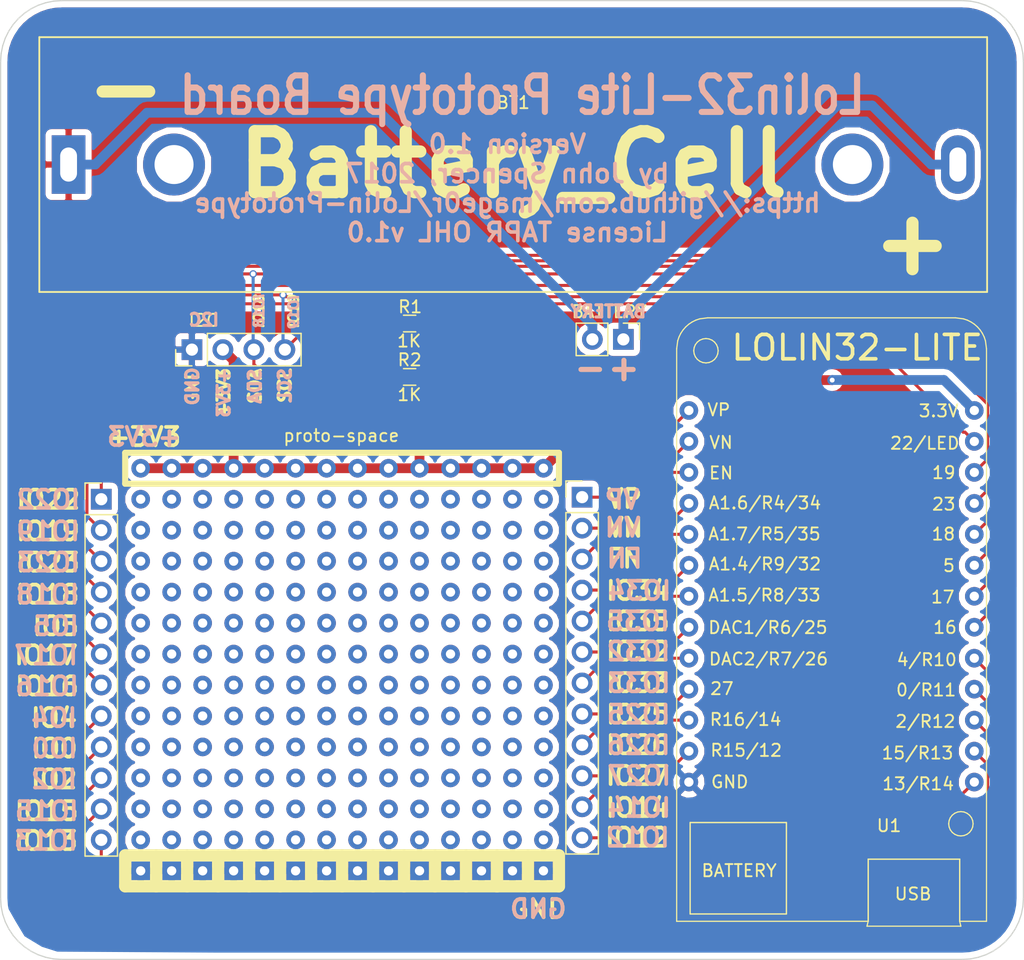
<source format=kicad_pcb>
(kicad_pcb (version 4) (host pcbnew 4.0.6)

  (general
    (links 62)
    (no_connects 0)
    (area 54.577223 56.61263 138.526089 135.356532)
    (thickness 1.6)
    (drawings 124)
    (tracks 173)
    (zones 0)
    (modules 9)
    (nets 29)
  )

  (page A4)
  (layers
    (0 F.Cu signal)
    (31 B.Cu signal)
    (32 B.Adhes user)
    (33 F.Adhes user)
    (34 B.Paste user)
    (35 F.Paste user)
    (36 B.SilkS user)
    (37 F.SilkS user)
    (38 B.Mask user)
    (39 F.Mask user)
    (40 Dwgs.User user)
    (41 Cmts.User user)
    (42 Eco1.User user)
    (43 Eco2.User user)
    (44 Edge.Cuts user)
    (45 Margin user)
    (46 B.CrtYd user)
    (47 F.CrtYd user)
    (48 B.Fab user)
    (49 F.Fab user)
  )

  (setup
    (last_trace_width 0.5)
    (user_trace_width 0.5)
    (user_trace_width 0.8)
    (trace_clearance 0.2)
    (zone_clearance 0.508)
    (zone_45_only no)
    (trace_min 0.2)
    (segment_width 0.2)
    (edge_width 0.15)
    (via_size 0.6)
    (via_drill 0.4)
    (via_min_size 0.4)
    (via_min_drill 0.3)
    (uvia_size 0.3)
    (uvia_drill 0.1)
    (uvias_allowed no)
    (uvia_min_size 0.2)
    (uvia_min_drill 0.1)
    (pcb_text_width 0.3)
    (pcb_text_size 1.5 1.5)
    (mod_edge_width 0.15)
    (mod_text_size 1 1)
    (mod_text_width 0.15)
    (pad_size 1.524 1.524)
    (pad_drill 0.762)
    (pad_to_mask_clearance 0.2)
    (aux_axis_origin 0 0)
    (visible_elements 7FFFFFFF)
    (pcbplotparams
      (layerselection 0x010ff_80000001)
      (usegerberextensions true)
      (excludeedgelayer true)
      (linewidth 0.100000)
      (plotframeref false)
      (viasonmask false)
      (mode 1)
      (useauxorigin false)
      (hpglpennumber 1)
      (hpglpenspeed 20)
      (hpglpendiameter 15)
      (hpglpenoverlay 2)
      (psnegative false)
      (psa4output false)
      (plotreference true)
      (plotvalue true)
      (plotinvisibletext false)
      (padsonsilk false)
      (subtractmaskfromsilk false)
      (outputformat 1)
      (mirror false)
      (drillshape 0)
      (scaleselection 1)
      (outputdirectory Gerber/))
  )

  (net 0 "")
  (net 1 "Net-(BT1-Pad2)")
  (net 2 "Net-(BT1-Pad1)")
  (net 3 /VP)
  (net 4 /VN)
  (net 5 /FN)
  (net 6 /IO34)
  (net 7 /IO35)
  (net 8 /IO32)
  (net 9 /IO33)
  (net 10 /IO25)
  (net 11 /IO26)
  (net 12 /IO27)
  (net 13 /IO14)
  (net 14 /IO12)
  (net 15 /IO22)
  (net 16 /IO19)
  (net 17 /IO23)
  (net 18 /IO18)
  (net 19 /IO5)
  (net 20 /IO17)
  (net 21 /IO16)
  (net 22 /IO4)
  (net 23 /IO0)
  (net 24 /IO2)
  (net 25 /IO15)
  (net 26 /IO13)
  (net 27 GND)
  (net 28 +3V3)

  (net_class Default "This is the default net class."
    (clearance 0.2)
    (trace_width 0.25)
    (via_dia 0.6)
    (via_drill 0.4)
    (uvia_dia 0.3)
    (uvia_drill 0.1)
    (add_net +3V3)
    (add_net /FN)
    (add_net /IO0)
    (add_net /IO12)
    (add_net /IO13)
    (add_net /IO14)
    (add_net /IO15)
    (add_net /IO16)
    (add_net /IO17)
    (add_net /IO18)
    (add_net /IO19)
    (add_net /IO2)
    (add_net /IO22)
    (add_net /IO23)
    (add_net /IO25)
    (add_net /IO26)
    (add_net /IO27)
    (add_net /IO32)
    (add_net /IO33)
    (add_net /IO34)
    (add_net /IO35)
    (add_net /IO4)
    (add_net /IO5)
    (add_net /VN)
    (add_net /VP)
    (add_net GND)
    (add_net "Net-(BT1-Pad1)")
    (add_net "Net-(BT1-Pad2)")
  )

  (module Pin_Headers:Pin_Header_Straight_1x12_Pitch2.54mm (layer F.Cu) (tedit 59E1A8CA) (tstamp 59E0CC3F)
    (at 62.88 97.56)
    (descr "Through hole straight pin header, 1x12, 2.54mm pitch, single row")
    (tags "Through hole pin header THT 1x12 2.54mm single row")
    (path /59DF5DD4)
    (fp_text reference J3 (at 2.23 3.83) (layer F.SilkS) hide
      (effects (font (size 1 1) (thickness 0.15)))
    )
    (fp_text value RIGHT-CONN (at 2.29 14.08 90) (layer F.Fab) hide
      (effects (font (size 1 1) (thickness 0.15)))
    )
    (fp_line (start -0.635 -1.27) (end 1.27 -1.27) (layer F.Fab) (width 0.1))
    (fp_line (start 1.27 -1.27) (end 1.27 29.21) (layer F.Fab) (width 0.1))
    (fp_line (start 1.27 29.21) (end -1.27 29.21) (layer F.Fab) (width 0.1))
    (fp_line (start -1.27 29.21) (end -1.27 -0.635) (layer F.Fab) (width 0.1))
    (fp_line (start -1.27 -0.635) (end -0.635 -1.27) (layer F.Fab) (width 0.1))
    (fp_line (start -1.33 29.27) (end 1.33 29.27) (layer F.SilkS) (width 0.12))
    (fp_line (start -1.33 1.27) (end -1.33 29.27) (layer F.SilkS) (width 0.12))
    (fp_line (start 1.33 1.27) (end 1.33 29.27) (layer F.SilkS) (width 0.12))
    (fp_line (start -1.33 1.27) (end 1.33 1.27) (layer F.SilkS) (width 0.12))
    (fp_line (start -1.33 0) (end -1.33 -1.33) (layer F.SilkS) (width 0.12))
    (fp_line (start -1.33 -1.33) (end 0 -1.33) (layer F.SilkS) (width 0.12))
    (fp_line (start -1.8 -1.8) (end -1.8 29.75) (layer F.CrtYd) (width 0.05))
    (fp_line (start -1.8 29.75) (end 1.8 29.75) (layer F.CrtYd) (width 0.05))
    (fp_line (start 1.8 29.75) (end 1.8 -1.8) (layer F.CrtYd) (width 0.05))
    (fp_line (start 1.8 -1.8) (end -1.8 -1.8) (layer F.CrtYd) (width 0.05))
    (fp_text user %R (at 0 13.97 90) (layer F.Fab)
      (effects (font (size 1 1) (thickness 0.15)))
    )
    (pad 1 thru_hole rect (at 0 0) (size 1.7 1.7) (drill 1) (layers *.Cu *.Mask)
      (net 15 /IO22))
    (pad 2 thru_hole oval (at 0 2.54) (size 1.7 1.7) (drill 1) (layers *.Cu *.Mask)
      (net 16 /IO19))
    (pad 3 thru_hole oval (at 0 5.08) (size 1.7 1.7) (drill 1) (layers *.Cu *.Mask)
      (net 17 /IO23))
    (pad 4 thru_hole oval (at 0 7.62) (size 1.7 1.7) (drill 1) (layers *.Cu *.Mask)
      (net 18 /IO18))
    (pad 5 thru_hole oval (at 0 10.16) (size 1.7 1.7) (drill 1) (layers *.Cu *.Mask)
      (net 19 /IO5))
    (pad 6 thru_hole oval (at 0 12.7) (size 1.7 1.7) (drill 1) (layers *.Cu *.Mask)
      (net 20 /IO17))
    (pad 7 thru_hole oval (at 0 15.24) (size 1.7 1.7) (drill 1) (layers *.Cu *.Mask)
      (net 21 /IO16))
    (pad 8 thru_hole oval (at 0 17.78) (size 1.7 1.7) (drill 1) (layers *.Cu *.Mask)
      (net 22 /IO4))
    (pad 9 thru_hole oval (at 0 20.32) (size 1.7 1.7) (drill 1) (layers *.Cu *.Mask)
      (net 23 /IO0))
    (pad 10 thru_hole oval (at 0 22.86) (size 1.7 1.7) (drill 1) (layers *.Cu *.Mask)
      (net 24 /IO2))
    (pad 11 thru_hole oval (at 0 25.4) (size 1.7 1.7) (drill 1) (layers *.Cu *.Mask)
      (net 25 /IO15))
    (pad 12 thru_hole oval (at 0 27.94) (size 1.7 1.7) (drill 1) (layers *.Cu *.Mask)
      (net 26 /IO13))
    (model ${KISYS3DMOD}/Pin_Headers.3dshapes/Pin_Header_Straight_1x12_Pitch2.54mm.wrl
      (at (xyz 0 -0.55 0))
      (scale (xyz 1 1 1))
      (rotate (xyz 0 0 90))
    )
  )

  (module libs:BH-18650 locked (layer F.Cu) (tedit 581038E8) (tstamp 59E0CC19)
    (at 96.65 70.11 180)
    (path /59DF5313)
    (fp_text reference BT1 (at 0 5.08 180) (layer F.SilkS)
      (effects (font (size 1 1) (thickness 0.15)))
    )
    (fp_text value Battery_Cell (at 0 0 180) (layer F.SilkS)
      (effects (font (size 5 5) (thickness 1)))
    )
    (fp_text user + (at -32.73 -6.32 180) (layer F.SilkS)
      (effects (font (size 5 5) (thickness 1)))
    )
    (fp_text user - (at 31.75 6.35 180) (layer F.SilkS)
      (effects (font (size 5 5) (thickness 1)))
    )
    (fp_line (start -38.85 -10.45) (end 38.85 -10.45) (layer F.SilkS) (width 0.15))
    (fp_line (start 38.85 -10.45) (end 38.85 10.45) (layer F.SilkS) (width 0.15))
    (fp_line (start 38.85 10.45) (end -38.85 10.45) (layer F.SilkS) (width 0.15))
    (fp_line (start -38.85 -10.45) (end -38.85 10.45) (layer F.SilkS) (width 0.15))
    (pad 2 thru_hole oval (at -36.45 0 180) (size 2.76 4.8) (drill oval 1.38 2.8) (layers *.Cu *.Mask)
      (net 1 "Net-(BT1-Pad2)"))
    (pad "" thru_hole circle (at 27.805 0 180) (size 5.08 5.08) (drill 3.2) (layers *.Cu *.Mask))
    (pad "" thru_hole circle (at -27.805 0 180) (size 5.08 5.08) (drill 3.2) (layers *.Cu *.Mask))
    (pad 1 thru_hole rect (at 36.45 0 180) (size 2.76 4.8) (drill oval 1.38 2.8) (layers *.Cu *.Mask)
      (net 2 "Net-(BT1-Pad1)"))
  )

  (module Pin_Headers:Pin_Header_Straight_1x02_Pitch2.54mm (layer F.Cu) (tedit 59E1F257) (tstamp 59E0CC1F)
    (at 105.68 84.45 270)
    (descr "Through hole straight pin header, 1x02, 2.54mm pitch, single row")
    (tags "Through hole pin header THT 1x02 2.54mm single row")
    (path /59DF526A)
    (fp_text reference J1 (at 0 -2.33 270) (layer F.SilkS) hide
      (effects (font (size 1 1) (thickness 0.15)))
    )
    (fp_text value BATTERY (at -2.27 1.16 360) (layer F.SilkS)
      (effects (font (size 1 1) (thickness 0.15)))
    )
    (fp_line (start -0.635 -1.27) (end 1.27 -1.27) (layer F.Fab) (width 0.1))
    (fp_line (start 1.27 -1.27) (end 1.27 3.81) (layer F.Fab) (width 0.1))
    (fp_line (start 1.27 3.81) (end -1.27 3.81) (layer F.Fab) (width 0.1))
    (fp_line (start -1.27 3.81) (end -1.27 -0.635) (layer F.Fab) (width 0.1))
    (fp_line (start -1.27 -0.635) (end -0.635 -1.27) (layer F.Fab) (width 0.1))
    (fp_line (start -1.33 3.87) (end 1.33 3.87) (layer F.SilkS) (width 0.12))
    (fp_line (start -1.33 1.27) (end -1.33 3.87) (layer F.SilkS) (width 0.12))
    (fp_line (start 1.33 1.27) (end 1.33 3.87) (layer F.SilkS) (width 0.12))
    (fp_line (start -1.33 1.27) (end 1.33 1.27) (layer F.SilkS) (width 0.12))
    (fp_line (start -1.33 0) (end -1.33 -1.33) (layer F.SilkS) (width 0.12))
    (fp_line (start -1.33 -1.33) (end 0 -1.33) (layer F.SilkS) (width 0.12))
    (fp_line (start -1.8 -1.8) (end -1.8 4.35) (layer F.CrtYd) (width 0.05))
    (fp_line (start -1.8 4.35) (end 1.8 4.35) (layer F.CrtYd) (width 0.05))
    (fp_line (start 1.8 4.35) (end 1.8 -1.8) (layer F.CrtYd) (width 0.05))
    (fp_line (start 1.8 -1.8) (end -1.8 -1.8) (layer F.CrtYd) (width 0.05))
    (fp_text user %R (at 0 1.27 360) (layer F.Fab)
      (effects (font (size 1 1) (thickness 0.15)))
    )
    (pad 1 thru_hole rect (at 0 0 270) (size 1.7 1.7) (drill 1) (layers *.Cu *.Mask)
      (net 1 "Net-(BT1-Pad2)"))
    (pad 2 thru_hole oval (at 0 2.54 270) (size 1.7 1.7) (drill 1) (layers *.Cu *.Mask)
      (net 2 "Net-(BT1-Pad1)"))
    (model ${KISYS3DMOD}/Pin_Headers.3dshapes/Pin_Header_Straight_1x02_Pitch2.54mm.wrl
      (at (xyz 0 -0.05 0))
      (scale (xyz 1 1 1))
      (rotate (xyz 0 0 90))
    )
  )

  (module Pin_Headers:Pin_Header_Straight_1x12_Pitch2.54mm (layer F.Cu) (tedit 59E1F398) (tstamp 59E0CC2F)
    (at 102.3 97.39)
    (descr "Through hole straight pin header, 1x12, 2.54mm pitch, single row")
    (tags "Through hole pin header THT 1x12 2.54mm single row")
    (path /59DF5D42)
    (fp_text reference J2 (at 0 -2.33) (layer F.SilkS) hide
      (effects (font (size 1 1) (thickness 0.15)))
    )
    (fp_text value LEFT-CONN (at -2.04 13.19 90) (layer F.Fab) hide
      (effects (font (size 1 1) (thickness 0.15)))
    )
    (fp_line (start -0.635 -1.27) (end 1.27 -1.27) (layer F.Fab) (width 0.1))
    (fp_line (start 1.27 -1.27) (end 1.27 29.21) (layer F.Fab) (width 0.1))
    (fp_line (start 1.27 29.21) (end -1.27 29.21) (layer F.Fab) (width 0.1))
    (fp_line (start -1.27 29.21) (end -1.27 -0.635) (layer F.Fab) (width 0.1))
    (fp_line (start -1.27 -0.635) (end -0.635 -1.27) (layer F.Fab) (width 0.1))
    (fp_line (start -1.33 29.27) (end 1.33 29.27) (layer F.SilkS) (width 0.12))
    (fp_line (start -1.33 1.27) (end -1.33 29.27) (layer F.SilkS) (width 0.12))
    (fp_line (start 1.33 1.27) (end 1.33 29.27) (layer F.SilkS) (width 0.12))
    (fp_line (start -1.33 1.27) (end 1.33 1.27) (layer F.SilkS) (width 0.12))
    (fp_line (start -1.33 0) (end -1.33 -1.33) (layer F.SilkS) (width 0.12))
    (fp_line (start -1.33 -1.33) (end 0 -1.33) (layer F.SilkS) (width 0.12))
    (fp_line (start -1.8 -1.8) (end -1.8 29.75) (layer F.CrtYd) (width 0.05))
    (fp_line (start -1.8 29.75) (end 1.8 29.75) (layer F.CrtYd) (width 0.05))
    (fp_line (start 1.8 29.75) (end 1.8 -1.8) (layer F.CrtYd) (width 0.05))
    (fp_line (start 1.8 -1.8) (end -1.8 -1.8) (layer F.CrtYd) (width 0.05))
    (fp_text user %R (at 0 13.97 90) (layer F.Fab)
      (effects (font (size 1 1) (thickness 0.15)))
    )
    (pad 1 thru_hole rect (at 0 0) (size 1.7 1.7) (drill 1) (layers *.Cu *.Mask)
      (net 3 /VP))
    (pad 2 thru_hole oval (at 0 2.54) (size 1.7 1.7) (drill 1) (layers *.Cu *.Mask)
      (net 4 /VN))
    (pad 3 thru_hole oval (at 0 5.08) (size 1.7 1.7) (drill 1) (layers *.Cu *.Mask)
      (net 5 /FN))
    (pad 4 thru_hole oval (at 0 7.62) (size 1.7 1.7) (drill 1) (layers *.Cu *.Mask)
      (net 6 /IO34))
    (pad 5 thru_hole oval (at 0 10.16) (size 1.7 1.7) (drill 1) (layers *.Cu *.Mask)
      (net 7 /IO35))
    (pad 6 thru_hole oval (at 0 12.7) (size 1.7 1.7) (drill 1) (layers *.Cu *.Mask)
      (net 8 /IO32))
    (pad 7 thru_hole oval (at 0 15.24) (size 1.7 1.7) (drill 1) (layers *.Cu *.Mask)
      (net 9 /IO33))
    (pad 8 thru_hole oval (at 0 17.78) (size 1.7 1.7) (drill 1) (layers *.Cu *.Mask)
      (net 10 /IO25))
    (pad 9 thru_hole oval (at 0 20.32) (size 1.7 1.7) (drill 1) (layers *.Cu *.Mask)
      (net 11 /IO26))
    (pad 10 thru_hole oval (at 0 22.86) (size 1.7 1.7) (drill 1) (layers *.Cu *.Mask)
      (net 12 /IO27))
    (pad 11 thru_hole oval (at 0 25.4) (size 1.7 1.7) (drill 1) (layers *.Cu *.Mask)
      (net 13 /IO14))
    (pad 12 thru_hole oval (at 0 27.94) (size 1.7 1.7) (drill 1) (layers *.Cu *.Mask)
      (net 14 /IO12))
    (model ${KISYS3DMOD}/Pin_Headers.3dshapes/Pin_Header_Straight_1x12_Pitch2.54mm.wrl
      (at (xyz 0 -0.55 0))
      (scale (xyz 1 1 1))
      (rotate (xyz 0 0 90))
    )
  )

  (module Pin_Headers:Pin_Header_Straight_1x04_Pitch2.54mm (layer F.Cu) (tedit 59E1F1D7) (tstamp 59E0CC47)
    (at 70.31 85.29 90)
    (descr "Through hole straight pin header, 1x04, 2.54mm pitch, single row")
    (tags "Through hole pin header THT 1x04 2.54mm single row")
    (path /59DF65F4)
    (fp_text reference J5 (at 0 -2.33 90) (layer F.SilkS) hide
      (effects (font (size 1 1) (thickness 0.15)))
    )
    (fp_text value I2C (at 2.4 0.96 180) (layer F.SilkS)
      (effects (font (size 1 1) (thickness 0.15)))
    )
    (fp_line (start -0.635 -1.27) (end 1.27 -1.27) (layer F.Fab) (width 0.1))
    (fp_line (start 1.27 -1.27) (end 1.27 8.89) (layer F.Fab) (width 0.1))
    (fp_line (start 1.27 8.89) (end -1.27 8.89) (layer F.Fab) (width 0.1))
    (fp_line (start -1.27 8.89) (end -1.27 -0.635) (layer F.Fab) (width 0.1))
    (fp_line (start -1.27 -0.635) (end -0.635 -1.27) (layer F.Fab) (width 0.1))
    (fp_line (start -1.33 8.95) (end 1.33 8.95) (layer F.SilkS) (width 0.12))
    (fp_line (start -1.33 1.27) (end -1.33 8.95) (layer F.SilkS) (width 0.12))
    (fp_line (start 1.33 1.27) (end 1.33 8.95) (layer F.SilkS) (width 0.12))
    (fp_line (start -1.33 1.27) (end 1.33 1.27) (layer F.SilkS) (width 0.12))
    (fp_line (start -1.33 0) (end -1.33 -1.33) (layer F.SilkS) (width 0.12))
    (fp_line (start -1.33 -1.33) (end 0 -1.33) (layer F.SilkS) (width 0.12))
    (fp_line (start -1.8 -1.8) (end -1.8 9.4) (layer F.CrtYd) (width 0.05))
    (fp_line (start -1.8 9.4) (end 1.8 9.4) (layer F.CrtYd) (width 0.05))
    (fp_line (start 1.8 9.4) (end 1.8 -1.8) (layer F.CrtYd) (width 0.05))
    (fp_line (start 1.8 -1.8) (end -1.8 -1.8) (layer F.CrtYd) (width 0.05))
    (fp_text user %R (at 0 3.81 180) (layer F.Fab)
      (effects (font (size 1 1) (thickness 0.15)))
    )
    (pad 1 thru_hole rect (at 0 0 90) (size 1.7 1.7) (drill 1) (layers *.Cu *.Mask)
      (net 27 GND))
    (pad 2 thru_hole oval (at 0 2.54 90) (size 1.7 1.7) (drill 1) (layers *.Cu *.Mask)
      (net 28 +3V3))
    (pad 3 thru_hole oval (at 0 5.08 90) (size 1.7 1.7) (drill 1) (layers *.Cu *.Mask)
      (net 18 /IO18))
    (pad 4 thru_hole oval (at 0 7.62 90) (size 1.7 1.7) (drill 1) (layers *.Cu *.Mask)
      (net 16 /IO19))
    (model ${KISYS3DMOD}/Pin_Headers.3dshapes/Pin_Header_Straight_1x04_Pitch2.54mm.wrl
      (at (xyz 0 -0.15 0))
      (scale (xyz 1 1 1))
      (rotate (xyz 0 0 90))
    )
  )

  (module libs:lolin32-lite locked (layer F.Cu) (tedit 59E0AAD6) (tstamp 59E0CC65)
    (at 122.75 108.7)
    (path /59DF5068)
    (fp_text reference U1 (at 4.71 15.64) (layer F.SilkS)
      (effects (font (size 1 1) (thickness 0.15)))
    )
    (fp_text value LOLIN32-LITE (at 2.1 -23.57) (layer F.SilkS)
      (effects (font (size 2 2) (thickness 0.3)))
    )
    (fp_text user 23 (at 9.2 -10.73) (layer F.SilkS)
      (effects (font (size 1 1) (thickness 0.15)))
    )
    (fp_text user 19 (at 9.2 -13.32) (layer F.SilkS)
      (effects (font (size 1 1) (thickness 0.15)))
    )
    (fp_text user 22/LED (at 7.64 -15.73) (layer F.SilkS)
      (effects (font (size 1 1) (thickness 0.15)))
    )
    (fp_text user 3.3V (at 8.78 -18.38) (layer F.SilkS)
      (effects (font (size 1 1) (thickness 0.15)))
    )
    (fp_text user BATTERY (at -7.58 19.33) (layer F.SilkS)
      (effects (font (size 1 1) (thickness 0.15)))
    )
    (fp_text user USB (at 6.68 21.24) (layer F.SilkS)
      (effects (font (size 1 1) (thickness 0.15)))
    )
    (fp_line (start 10.16 -26.02) (end 10.8174 -25.933452) (layer F.SilkS) (width 0.1))
    (fp_line (start 10.5 23.48) (end 10.5 18.38) (layer F.SilkS) (width 0.1))
    (fp_line (start -11.956051 -25.276051) (end -11.706254 -25.495117) (layer F.SilkS) (width 0.1))
    (fp_line (start 11.43 -25.679705) (end 11.706254 -25.495117) (layer F.SilkS) (width 0.1))
    (fp_line (start -11.706254 -25.495117) (end -11.43 -25.679705) (layer F.SilkS) (width 0.1))
    (fp_line (start -12.175117 -25.026254) (end -11.956051 -25.276051) (layer F.SilkS) (width 0.1))
    (fp_line (start -11.132016 -25.826654) (end -10.8174 -25.933452) (layer F.SilkS) (width 0.1))
    (fp_line (start -11.43 -25.679705) (end -11.132016 -25.826654) (layer F.SilkS) (width 0.1))
    (fp_line (start 3 18.38) (end 10.5 18.38) (layer F.SilkS) (width 0.1))
    (fp_line (start 10.8174 -25.933452) (end 11.132016 -25.826654) (layer F.SilkS) (width 0.1))
    (fp_line (start 10.6 23.88) (end 2.9 23.88) (layer F.SilkS) (width 0.1))
    (fp_line (start 11.132016 -25.826654) (end 11.43 -25.679705) (layer F.SilkS) (width 0.1))
    (fp_line (start 10.5 18.38) (end 3 18.38) (layer F.SilkS) (width 0.1))
    (fp_line (start 12.7 -23.48) (end 12.7 23.48) (layer F.SilkS) (width 0.1))
    (fp_line (start 10.5 23.48) (end 10.6 23.88) (layer F.SilkS) (width 0.1))
    (fp_line (start 3 23.48) (end -12.7 23.48) (layer F.SilkS) (width 0.1))
    (fp_line (start -12.7 23.48) (end -12.7 -23.48) (layer F.SilkS) (width 0.1))
    (fp_line (start -10.8174 -25.933452) (end -10.16 -26.02) (layer F.SilkS) (width 0.1))
    (fp_line (start 2.9 23.88) (end 3 23.48) (layer F.SilkS) (width 0.1))
    (fp_line (start 3 18.38) (end 3 23.48) (layer F.SilkS) (width 0.1))
    (fp_line (start -12.506654 -24.452016) (end -12.359705 -24.75) (layer F.SilkS) (width 0.1))
    (fp_line (start -12.359705 -24.75) (end -12.175117 -25.026254) (layer F.SilkS) (width 0.1))
    (fp_line (start 3 23.48) (end 3 18.38) (layer F.SilkS) (width 0.1))
    (fp_line (start 12.175117 -25.026254) (end 12.359705 -24.75) (layer F.SilkS) (width 0.1))
    (fp_line (start -10.16 -26.02) (end 10.16 -26.02) (layer F.SilkS) (width 0.1))
    (fp_line (start -12.613452 -24.1374) (end -12.506654 -24.452016) (layer F.SilkS) (width 0.1))
    (fp_line (start 11.956051 -25.276051) (end 12.175117 -25.026254) (layer F.SilkS) (width 0.1))
    (fp_line (start 12.7 23.48) (end 10.5 23.48) (layer F.SilkS) (width 0.1))
    (fp_line (start 12.506654 -24.452016) (end 12.613452 -24.1374) (layer F.SilkS) (width 0.1))
    (fp_line (start -12.7 -23.48) (end -12.613452 -24.1374) (layer F.SilkS) (width 0.1))
    (fp_line (start 12.359705 -24.75) (end 12.506654 -24.452016) (layer F.SilkS) (width 0.1))
    (fp_line (start 12.613452 -24.1374) (end 12.7 -23.48) (layer F.SilkS) (width 0.1))
    (fp_line (start 11.706254 -25.495117) (end 11.956051 -25.276051) (layer F.SilkS) (width 0.1))
    (fp_line (start 10.5 18.38) (end 10.5 23.48) (layer F.SilkS) (width 0.1))
    (fp_line (start 11.1 14.613975) (end 10.858819 14.514074) (layer F.SilkS) (width 0.1))
    (fp_line (start 9.733975 14.98) (end 9.634074 15.221181) (layer F.SilkS) (width 0.1))
    (fp_line (start -9.433975 -22.82) (end -9.334074 -23.061181) (layer F.SilkS) (width 0.1))
    (fp_line (start 10.341181 14.514074) (end 10.1 14.613975) (layer F.SilkS) (width 0.1))
    (fp_line (start 10.6 14.48) (end 10.341181 14.514074) (layer F.SilkS) (width 0.1))
    (fp_line (start -9.334074 -23.578819) (end -9.433975 -23.82) (layer F.SilkS) (width 0.1))
    (fp_line (start -9.433975 -23.82) (end -9.592893 -24.027107) (layer F.SilkS) (width 0.1))
    (fp_line (start -10.8 -24.186025) (end -11.007107 -24.027107) (layer F.SilkS) (width 0.1))
    (fp_line (start -9.592893 -22.612893) (end -9.433975 -22.82) (layer F.SilkS) (width 0.1))
    (fp_line (start 10.1 14.613975) (end 9.892893 14.772893) (layer F.SilkS) (width 0.1))
    (fp_line (start 10.341181 16.445926) (end 10.6 16.48) (layer F.SilkS) (width 0.1))
    (fp_line (start 10.858819 14.514074) (end 10.6 14.48) (layer F.SilkS) (width 0.1))
    (fp_line (start 10.6 16.48) (end 10.858819 16.445926) (layer F.SilkS) (width 0.1))
    (fp_line (start 9.892893 14.772893) (end 9.733975 14.98) (layer F.SilkS) (width 0.1))
    (fp_line (start -10.558819 -24.285926) (end -10.8 -24.186025) (layer F.SilkS) (width 0.1))
    (fp_line (start -11.007107 -24.027107) (end -11.166025 -23.82) (layer F.SilkS) (width 0.1))
    (fp_line (start -11.265926 -23.578819) (end -11.3 -23.32) (layer F.SilkS) (width 0.1))
    (fp_line (start 11.466025 15.98) (end 11.565926 15.738819) (layer F.SilkS) (width 0.1))
    (fp_line (start 11.307107 16.187107) (end 11.466025 15.98) (layer F.SilkS) (width 0.1))
    (fp_line (start -10.041181 -22.354074) (end -9.8 -22.453975) (layer F.SilkS) (width 0.1))
    (fp_line (start -9.8 -24.186025) (end -10.041181 -24.285926) (layer F.SilkS) (width 0.1))
    (fp_line (start 9.6 15.48) (end 9.634074 15.738819) (layer F.SilkS) (width 0.1))
    (fp_line (start -11.3 -23.32) (end -11.265926 -23.061181) (layer F.SilkS) (width 0.1))
    (fp_line (start 11.6 15.48) (end 11.565926 15.221181) (layer F.SilkS) (width 0.1))
    (fp_line (start -11.265926 -23.061181) (end -11.166025 -22.82) (layer F.SilkS) (width 0.1))
    (fp_line (start -11.166025 -22.82) (end -11.007107 -22.612893) (layer F.SilkS) (width 0.1))
    (fp_line (start -11.007107 -22.612893) (end -10.8 -22.453975) (layer F.SilkS) (width 0.1))
    (fp_line (start -11.166025 -23.82) (end -11.265926 -23.578819) (layer F.SilkS) (width 0.1))
    (fp_line (start -9.8 -22.453975) (end -9.592893 -22.612893) (layer F.SilkS) (width 0.1))
    (fp_line (start 9.634074 15.221181) (end 9.6 15.48) (layer F.SilkS) (width 0.1))
    (fp_line (start -9.592893 -24.027107) (end -9.8 -24.186025) (layer F.SilkS) (width 0.1))
    (fp_line (start 11.565926 15.738819) (end 11.6 15.48) (layer F.SilkS) (width 0.1))
    (fp_line (start 11.466025 14.98) (end 11.307107 14.772893) (layer F.SilkS) (width 0.1))
    (fp_line (start 9.634074 15.738819) (end 9.733975 15.98) (layer F.SilkS) (width 0.1))
    (fp_line (start -10.3 -22.32) (end -10.041181 -22.354074) (layer F.SilkS) (width 0.1))
    (fp_line (start 10.858819 16.445926) (end 11.1 16.346025) (layer F.SilkS) (width 0.1))
    (fp_line (start -9.3 -23.32) (end -9.334074 -23.578819) (layer F.SilkS) (width 0.1))
    (fp_line (start 10.1 16.346025) (end 10.341181 16.445926) (layer F.SilkS) (width 0.1))
    (fp_line (start 11.1 16.346025) (end 11.307107 16.187107) (layer F.SilkS) (width 0.1))
    (fp_line (start 11.565926 15.221181) (end 11.466025 14.98) (layer F.SilkS) (width 0.1))
    (fp_line (start 11.307107 14.772893) (end 11.1 14.613975) (layer F.SilkS) (width 0.1))
    (fp_line (start 9.733975 15.98) (end 9.892893 16.187107) (layer F.SilkS) (width 0.1))
    (fp_line (start -9.334074 -23.061181) (end -9.3 -23.32) (layer F.SilkS) (width 0.1))
    (fp_line (start -10.3 -24.32) (end -10.558819 -24.285926) (layer F.SilkS) (width 0.1))
    (fp_line (start 9.892893 16.187107) (end 10.1 16.346025) (layer F.SilkS) (width 0.1))
    (fp_line (start -10.041181 -24.285926) (end -10.3 -24.32) (layer F.SilkS) (width 0.1))
    (fp_line (start -3.7 22.88) (end -11.6 22.88) (layer F.SilkS) (width 0.1))
    (fp_line (start -10.558819 -22.354074) (end -10.3 -22.32) (layer F.SilkS) (width 0.1))
    (fp_line (start -3.7 15.38) (end -11.6 15.38) (layer F.SilkS) (width 0.1))
    (fp_line (start -3.7 22.88) (end -3.7 15.38) (layer F.SilkS) (width 0.1))
    (fp_line (start -11.6 22.88) (end -11.6 15.38) (layer F.SilkS) (width 0.1))
    (fp_line (start -3.7 15.38) (end -3.7 22.88) (layer F.SilkS) (width 0.1))
    (fp_line (start -11.6 22.88) (end -3.7 22.88) (layer F.SilkS) (width 0.1))
    (fp_line (start -11.6 15.38) (end -11.6 22.88) (layer F.SilkS) (width 0.1))
    (fp_line (start -11.6 15.38) (end -3.7 15.38) (layer F.SilkS) (width 0.1))
    (fp_line (start -10.8 -22.453975) (end -10.558819 -22.354074) (layer F.SilkS) (width 0.1))
    (fp_text user 18 (at 9.17 -8.28) (layer F.SilkS)
      (effects (font (size 1 1) (thickness 0.15)))
    )
    (fp_text user 5 (at 9.62 -5.69) (layer F.SilkS)
      (effects (font (size 1 1) (thickness 0.15)))
    )
    (fp_text user 16 (at 9.3 -0.62) (layer F.SilkS)
      (effects (font (size 1 1) (thickness 0.15)))
    )
    (fp_text user 17 (at 9.12 -3.11) (layer F.SilkS)
      (effects (font (size 1 1) (thickness 0.15)))
    )
    (fp_text user VP (at -9.24 -18.47) (layer F.SilkS)
      (effects (font (size 1 1) (thickness 0.15)))
    )
    (fp_text user VN (at -9.06 -15.79) (layer F.SilkS)
      (effects (font (size 1 1) (thickness 0.15)))
    )
    (fp_text user A1.6/R4/34 (at -5.46 -10.83) (layer F.SilkS)
      (effects (font (size 1 1) (thickness 0.15)))
    )
    (fp_text user EN (at -9.06 -13.29) (layer F.SilkS)
      (effects (font (size 1 1) (thickness 0.15)))
    )
    (fp_text user A1.7/R5/35 (at -5.5 -8.28) (layer F.SilkS)
      (effects (font (size 1 1) (thickness 0.15)))
    )
    (fp_text user A1.4/R9/32 (at -5.46 -5.82) (layer F.SilkS)
      (effects (font (size 1 1) (thickness 0.15)))
    )
    (fp_text user A1.5/R8/33 (at -5.5 -3.27) (layer F.SilkS)
      (effects (font (size 1 1) (thickness 0.15)))
    )
    (fp_text user DAC1/R6/25 (at -5.22 -0.61) (layer F.SilkS)
      (effects (font (size 1 1) (thickness 0.15)))
    )
    (fp_text user DAC2/R7/26 (at -5.17 1.97) (layer F.SilkS)
      (effects (font (size 1 1) (thickness 0.15)))
    )
    (fp_text user 4/R10 (at 7.8 2.03) (layer F.SilkS)
      (effects (font (size 1 1) (thickness 0.15)))
    )
    (fp_text user 0/R11 (at 7.75 4.51) (layer F.SilkS)
      (effects (font (size 1 1) (thickness 0.15)))
    )
    (fp_text user 15/R13 (at 7.05 9.68) (layer F.SilkS)
      (effects (font (size 1 1) (thickness 0.15)))
    )
    (fp_text user 2/R12 (at 7.69 7.09) (layer F.SilkS)
      (effects (font (size 1 1) (thickness 0.15)))
    )
    (fp_text user 13/R14 (at 7.1 12.21) (layer F.SilkS)
      (effects (font (size 1 1) (thickness 0.15)))
    )
    (fp_text user 27 (at -8.99 4.4) (layer F.SilkS)
      (effects (font (size 1 1) (thickness 0.15)))
    )
    (fp_text user R15/12 (at -7 9.46) (layer F.SilkS)
      (effects (font (size 1 1) (thickness 0.15)))
    )
    (fp_text user R16/14 (at -7.05 6.93) (layer F.SilkS)
      (effects (font (size 1 1) (thickness 0.15)))
    )
    (fp_text user GND (at -8.35 12.05) (layer F.SilkS)
      (effects (font (size 1 1) (thickness 0.15)))
    )
    (pad 26 thru_hole circle (at 11.7 -18.42) (size 1.524 1.524) (drill 0.762) (layers *.Cu *.Mask)
      (net 28 +3V3))
    (pad 25 thru_hole circle (at 11.7 -15.88) (size 1.524 1.524) (drill 0.762) (layers *.Cu *.Mask)
      (net 15 /IO22))
    (pad 24 thru_hole circle (at 11.7 -13.34) (size 1.524 1.524) (drill 0.762) (layers *.Cu *.Mask)
      (net 16 /IO19))
    (pad 23 thru_hole circle (at 11.7 -10.8) (size 1.524 1.524) (drill 0.762) (layers *.Cu *.Mask)
      (net 17 /IO23))
    (pad 22 thru_hole circle (at 11.7 -8.26) (size 1.524 1.524) (drill 0.762) (layers *.Cu *.Mask)
      (net 18 /IO18))
    (pad 21 thru_hole circle (at 11.7 -5.72) (size 1.524 1.524) (drill 0.762) (layers *.Cu *.Mask)
      (net 19 /IO5))
    (pad 20 thru_hole circle (at 11.7 -3.18) (size 1.524 1.524) (drill 0.762) (layers *.Cu *.Mask)
      (net 20 /IO17))
    (pad 19 thru_hole circle (at 11.7 -0.64) (size 1.524 1.524) (drill 0.762) (layers *.Cu *.Mask)
      (net 21 /IO16))
    (pad 18 thru_hole circle (at 11.7 1.9) (size 1.524 1.524) (drill 0.762) (layers *.Cu *.Mask)
      (net 22 /IO4))
    (pad 17 thru_hole circle (at 11.7 4.44) (size 1.524 1.524) (drill 0.762) (layers *.Cu *.Mask)
      (net 23 /IO0))
    (pad 16 thru_hole circle (at 11.7 6.98) (size 1.524 1.524) (drill 0.762) (layers *.Cu *.Mask)
      (net 24 /IO2))
    (pad 15 thru_hole circle (at 11.7 9.52) (size 1.524 1.524) (drill 0.762) (layers *.Cu *.Mask)
      (net 25 /IO15))
    (pad 14 thru_hole circle (at 11.7 12.06) (size 1.524 1.524) (drill 0.762) (layers *.Cu *.Mask)
      (net 26 /IO13))
    (pad 1 thru_hole circle (at -11.7 -18.42) (size 1.524 1.524) (drill 0.762) (layers *.Cu *.Mask)
      (net 3 /VP))
    (pad 2 thru_hole circle (at -11.7 -15.88) (size 1.524 1.524) (drill 0.762) (layers *.Cu *.Mask)
      (net 4 /VN))
    (pad 3 thru_hole circle (at -11.7 -13.34) (size 1.524 1.524) (drill 0.762) (layers *.Cu *.Mask)
      (net 5 /FN))
    (pad 4 thru_hole circle (at -11.7 -10.8) (size 1.524 1.524) (drill 0.762) (layers *.Cu *.Mask)
      (net 6 /IO34))
    (pad 5 thru_hole circle (at -11.7 -8.26) (size 1.524 1.524) (drill 0.762) (layers *.Cu *.Mask)
      (net 7 /IO35))
    (pad 6 thru_hole circle (at -11.7 -5.72) (size 1.524 1.524) (drill 0.762) (layers *.Cu *.Mask)
      (net 8 /IO32))
    (pad 7 thru_hole circle (at -11.7 -3.18) (size 1.524 1.524) (drill 0.762) (layers *.Cu *.Mask)
      (net 9 /IO33))
    (pad 8 thru_hole circle (at -11.7 -0.64) (size 1.524 1.524) (drill 0.762) (layers *.Cu *.Mask)
      (net 10 /IO25))
    (pad 9 thru_hole circle (at -11.7 1.9) (size 1.524 1.524) (drill 0.762) (layers *.Cu *.Mask)
      (net 11 /IO26))
    (pad 10 thru_hole circle (at -11.7 4.44) (size 1.524 1.524) (drill 0.762) (layers *.Cu *.Mask)
      (net 12 /IO27))
    (pad 11 thru_hole circle (at -11.7 6.98) (size 1.524 1.524) (drill 0.762) (layers *.Cu *.Mask)
      (net 13 /IO14))
    (pad 12 thru_hole circle (at -11.7 9.52) (size 1.524 1.524) (drill 0.762) (layers *.Cu *.Mask)
      (net 14 /IO12))
    (pad 13 thru_hole circle (at -11.7 12.06) (size 1.524 1.524) (drill 0.762) (layers *.Cu *.Mask)
      (net 27 GND))
  )

  (module libs:proto-12x12 (layer F.Cu) (tedit 59E1A8B8) (tstamp 59E11866)
    (at 82.62 111.53 90)
    (path /59DF60FB)
    (fp_text reference J4 (at 0 19.05 90) (layer F.SilkS) hide
      (effects (font (size 1 1) (thickness 0.15)))
    )
    (fp_text value proto-space (at 19.19 -0.06 180) (layer F.SilkS)
      (effects (font (size 1 1) (thickness 0.15)))
    )
    (fp_line (start -17.78 17.78) (end -17.78 -17.78) (layer F.SilkS) (width 1))
    (fp_line (start -15.24 -17.78) (end -15.24 17.78) (layer F.SilkS) (width 1))
    (fp_line (start 15.24 17.78) (end 15.24 -17.78) (layer F.SilkS) (width 0.5))
    (fp_line (start 17.78 -17.78) (end 17.78 17.78) (layer F.SilkS) (width 0.5))
    (fp_line (start -17.78 10.16) (end -15.24 10.16) (layer F.SilkS) (width 1))
    (fp_line (start -17.78 7.62) (end -15.24 7.62) (layer F.SilkS) (width 1))
    (fp_line (start -17.78 5.08) (end -15.24 5.08) (layer F.SilkS) (width 1))
    (fp_line (start -17.78 2.54) (end -15.24 2.54) (layer F.SilkS) (width 1))
    (fp_line (start -17.78 0) (end -15.24 0) (layer F.SilkS) (width 1))
    (fp_line (start -17.78 -2.54) (end -15.24 -2.54) (layer F.SilkS) (width 1))
    (fp_line (start -17.78 -5.08) (end -15.24 -5.08) (layer F.SilkS) (width 1))
    (fp_line (start -17.78 -7.62) (end -15.24 -7.62) (layer F.SilkS) (width 1))
    (fp_line (start -17.78 -10.16) (end -15.24 -10.16) (layer F.SilkS) (width 1))
    (fp_line (start -17.78 -12.7) (end -15.24 -12.7) (layer F.SilkS) (width 1))
    (fp_line (start -17.78 -15.24) (end -15.24 -15.24) (layer F.SilkS) (width 1))
    (fp_line (start 17.78 -17.78) (end 15.24 -17.78) (layer F.SilkS) (width 0.5))
    (fp_line (start 15.24 17.78) (end 17.78 17.78) (layer F.SilkS) (width 0.5))
    (fp_line (start -15.24 -17.78) (end -17.78 -17.78) (layer F.SilkS) (width 1))
    (fp_line (start -17.78 12.7) (end -15.24 12.7) (layer F.SilkS) (width 1))
    (fp_line (start -17.78 12.7) (end -15.24 12.7) (layer F.SilkS) (width 1))
    (fp_line (start -17.78 15.24) (end -15.24 15.24) (layer F.SilkS) (width 1))
    (fp_line (start -17.78 17.78) (end -15.24 17.78) (layer F.SilkS) (width 1))
    (pad 2 thru_hole circle (at 16.51 -16.51 90) (size 1.524 1.524) (drill 0.762) (layers *.Cu *.Mask)
      (net 28 +3V3))
    (pad 2 thru_hole circle (at 16.51 -13.97 90) (size 1.524 1.524) (drill 0.762) (layers *.Cu *.Mask)
      (net 28 +3V3))
    (pad 2 thru_hole circle (at 16.51 -11.43 90) (size 1.524 1.524) (drill 0.762) (layers *.Cu *.Mask)
      (net 28 +3V3))
    (pad 2 thru_hole circle (at 16.51 -8.89 90) (size 1.524 1.524) (drill 0.762) (layers *.Cu *.Mask)
      (net 28 +3V3))
    (pad 2 thru_hole circle (at 16.51 -6.35 90) (size 1.524 1.524) (drill 0.762) (layers *.Cu *.Mask)
      (net 28 +3V3))
    (pad 2 thru_hole circle (at 16.51 -3.81 90) (size 1.524 1.524) (drill 0.762) (layers *.Cu *.Mask)
      (net 28 +3V3))
    (pad 2 thru_hole circle (at 16.51 -1.27 90) (size 1.524 1.524) (drill 0.762) (layers *.Cu *.Mask)
      (net 28 +3V3))
    (pad 2 thru_hole circle (at 16.51 1.27 90) (size 1.524 1.524) (drill 0.762) (layers *.Cu *.Mask)
      (net 28 +3V3))
    (pad 2 thru_hole circle (at 16.51 3.81 90) (size 1.524 1.524) (drill 0.762) (layers *.Cu *.Mask)
      (net 28 +3V3))
    (pad 2 thru_hole circle (at 16.51 6.35 90) (size 1.524 1.524) (drill 0.762) (layers *.Cu *.Mask)
      (net 28 +3V3))
    (pad 2 thru_hole circle (at 16.51 8.89 90) (size 1.524 1.524) (drill 0.762) (layers *.Cu *.Mask)
      (net 28 +3V3))
    (pad 2 thru_hole circle (at 16.51 11.43 90) (size 1.524 1.524) (drill 0.762) (layers *.Cu *.Mask)
      (net 28 +3V3))
    (pad "" thru_hole circle (at 13.97 11.43 90) (size 1.524 1.524) (drill 0.762) (layers *.Cu *.Mask))
    (pad "" thru_hole circle (at 8.89 11.43 90) (size 1.524 1.524) (drill 0.762) (layers *.Cu *.Mask))
    (pad "" thru_hole circle (at 6.35 11.43 90) (size 1.524 1.524) (drill 0.762) (layers *.Cu *.Mask))
    (pad "" thru_hole circle (at 3.81 11.43 90) (size 1.524 1.524) (drill 0.762) (layers *.Cu *.Mask))
    (pad "" thru_hole circle (at 1.27 11.43 90) (size 1.524 1.524) (drill 0.762) (layers *.Cu *.Mask))
    (pad "" thru_hole circle (at -1.27 11.43 90) (size 1.524 1.524) (drill 0.762) (layers *.Cu *.Mask))
    (pad "" thru_hole circle (at -3.81 11.43 90) (size 1.524 1.524) (drill 0.762) (layers *.Cu *.Mask))
    (pad "" thru_hole circle (at -6.35 11.43 90) (size 1.524 1.524) (drill 0.762) (layers *.Cu *.Mask))
    (pad "" thru_hole circle (at -8.89 11.43 90) (size 1.524 1.524) (drill 0.762) (layers *.Cu *.Mask))
    (pad "" thru_hole circle (at -13.97 11.43 90) (size 1.524 1.524) (drill 0.762) (layers *.Cu *.Mask))
    (pad 1 thru_hole rect (at -16.51 -16.51 180) (size 1.524 1.524) (drill 0.762) (layers *.Cu *.Mask)
      (net 27 GND))
    (pad "" thru_hole circle (at 8.89 8.89 90) (size 1.524 1.524) (drill 0.762) (layers *.Cu *.Mask))
    (pad "" thru_hole circle (at 1.27 8.89 90) (size 1.524 1.524) (drill 0.762) (layers *.Cu *.Mask))
    (pad "" thru_hole circle (at 13.97 8.89 90) (size 1.524 1.524) (drill 0.762) (layers *.Cu *.Mask))
    (pad "" thru_hole circle (at 6.35 8.89 90) (size 1.524 1.524) (drill 0.762) (layers *.Cu *.Mask))
    (pad "" thru_hole circle (at 3.81 8.89 90) (size 1.524 1.524) (drill 0.762) (layers *.Cu *.Mask))
    (pad "" thru_hole circle (at -8.89 8.89 90) (size 1.524 1.524) (drill 0.762) (layers *.Cu *.Mask))
    (pad "" thru_hole circle (at -13.97 8.89 90) (size 1.524 1.524) (drill 0.762) (layers *.Cu *.Mask))
    (pad "" thru_hole circle (at -6.35 8.89 90) (size 1.524 1.524) (drill 0.762) (layers *.Cu *.Mask))
    (pad "" thru_hole circle (at -3.81 8.89 90) (size 1.524 1.524) (drill 0.762) (layers *.Cu *.Mask))
    (pad "" thru_hole circle (at -1.27 8.89 90) (size 1.524 1.524) (drill 0.762) (layers *.Cu *.Mask))
    (pad "" thru_hole circle (at -13.97 6.35 90) (size 1.524 1.524) (drill 0.762) (layers *.Cu *.Mask))
    (pad "" thru_hole circle (at -13.97 3.81 90) (size 1.524 1.524) (drill 0.762) (layers *.Cu *.Mask))
    (pad "" thru_hole circle (at -1.27 3.81 90) (size 1.524 1.524) (drill 0.762) (layers *.Cu *.Mask))
    (pad "" thru_hole circle (at -6.35 3.81 90) (size 1.524 1.524) (drill 0.762) (layers *.Cu *.Mask))
    (pad "" thru_hole circle (at -3.81 3.81 90) (size 1.524 1.524) (drill 0.762) (layers *.Cu *.Mask))
    (pad "" thru_hole circle (at -8.89 6.35 90) (size 1.524 1.524) (drill 0.762) (layers *.Cu *.Mask))
    (pad "" thru_hole circle (at -6.35 6.35 90) (size 1.524 1.524) (drill 0.762) (layers *.Cu *.Mask))
    (pad "" thru_hole circle (at -3.81 6.35 90) (size 1.524 1.524) (drill 0.762) (layers *.Cu *.Mask))
    (pad "" thru_hole circle (at -1.27 6.35 90) (size 1.524 1.524) (drill 0.762) (layers *.Cu *.Mask))
    (pad "" thru_hole circle (at -8.89 3.81 90) (size 1.524 1.524) (drill 0.762) (layers *.Cu *.Mask))
    (pad "" thru_hole circle (at 8.89 3.81 90) (size 1.524 1.524) (drill 0.762) (layers *.Cu *.Mask))
    (pad "" thru_hole circle (at 1.27 3.81 90) (size 1.524 1.524) (drill 0.762) (layers *.Cu *.Mask))
    (pad "" thru_hole circle (at 6.35 3.81 90) (size 1.524 1.524) (drill 0.762) (layers *.Cu *.Mask))
    (pad "" thru_hole circle (at 1.27 6.35 90) (size 1.524 1.524) (drill 0.762) (layers *.Cu *.Mask))
    (pad "" thru_hole circle (at 6.35 6.35 90) (size 1.524 1.524) (drill 0.762) (layers *.Cu *.Mask))
    (pad "" thru_hole circle (at 3.81 6.35 90) (size 1.524 1.524) (drill 0.762) (layers *.Cu *.Mask))
    (pad "" thru_hole circle (at 8.89 6.35 90) (size 1.524 1.524) (drill 0.762) (layers *.Cu *.Mask))
    (pad "" thru_hole circle (at 3.81 3.81 90) (size 1.524 1.524) (drill 0.762) (layers *.Cu *.Mask))
    (pad "" thru_hole circle (at 13.97 6.35 90) (size 1.524 1.524) (drill 0.762) (layers *.Cu *.Mask))
    (pad "" thru_hole circle (at 13.97 3.81 90) (size 1.524 1.524) (drill 0.762) (layers *.Cu *.Mask))
    (pad "" thru_hole circle (at -13.97 1.27 90) (size 1.524 1.524) (drill 0.762) (layers *.Cu *.Mask))
    (pad "" thru_hole circle (at -13.97 -1.27 90) (size 1.524 1.524) (drill 0.762) (layers *.Cu *.Mask))
    (pad "" thru_hole circle (at -1.27 -1.27 90) (size 1.524 1.524) (drill 0.762) (layers *.Cu *.Mask))
    (pad "" thru_hole circle (at -1.27 1.27 90) (size 1.524 1.524) (drill 0.762) (layers *.Cu *.Mask))
    (pad "" thru_hole circle (at -3.81 1.27 90) (size 1.524 1.524) (drill 0.762) (layers *.Cu *.Mask))
    (pad "" thru_hole circle (at -3.81 -1.27 90) (size 1.524 1.524) (drill 0.762) (layers *.Cu *.Mask))
    (pad "" thru_hole circle (at -6.35 1.27 90) (size 1.524 1.524) (drill 0.762) (layers *.Cu *.Mask))
    (pad "" thru_hole circle (at -8.89 1.27 90) (size 1.524 1.524) (drill 0.762) (layers *.Cu *.Mask))
    (pad "" thru_hole circle (at -8.89 -1.27 90) (size 1.524 1.524) (drill 0.762) (layers *.Cu *.Mask))
    (pad "" thru_hole circle (at -6.35 -1.27 90) (size 1.524 1.524) (drill 0.762) (layers *.Cu *.Mask))
    (pad "" thru_hole circle (at 13.97 -1.27 90) (size 1.524 1.524) (drill 0.762) (layers *.Cu *.Mask))
    (pad "" thru_hole circle (at 3.81 -1.27 90) (size 1.524 1.524) (drill 0.762) (layers *.Cu *.Mask))
    (pad "" thru_hole circle (at 8.89 -1.27 90) (size 1.524 1.524) (drill 0.762) (layers *.Cu *.Mask))
    (pad "" thru_hole circle (at 1.27 -1.27 90) (size 1.524 1.524) (drill 0.762) (layers *.Cu *.Mask))
    (pad "" thru_hole circle (at 6.35 -1.27 90) (size 1.524 1.524) (drill 0.762) (layers *.Cu *.Mask))
    (pad "" thru_hole circle (at 1.27 1.27 90) (size 1.524 1.524) (drill 0.762) (layers *.Cu *.Mask))
    (pad "" thru_hole circle (at 3.81 1.27 90) (size 1.524 1.524) (drill 0.762) (layers *.Cu *.Mask))
    (pad "" thru_hole circle (at 6.35 1.27 90) (size 1.524 1.524) (drill 0.762) (layers *.Cu *.Mask))
    (pad "" thru_hole circle (at 8.89 1.27 90) (size 1.524 1.524) (drill 0.762) (layers *.Cu *.Mask))
    (pad "" thru_hole circle (at 13.97 1.27 90) (size 1.524 1.524) (drill 0.762) (layers *.Cu *.Mask))
    (pad "" thru_hole circle (at -13.97 -8.89 90) (size 1.524 1.524) (drill 0.762) (layers *.Cu *.Mask))
    (pad "" thru_hole circle (at -13.97 -6.35 90) (size 1.524 1.524) (drill 0.762) (layers *.Cu *.Mask))
    (pad "" thru_hole circle (at -13.97 -3.81 90) (size 1.524 1.524) (drill 0.762) (layers *.Cu *.Mask))
    (pad "" thru_hole circle (at -13.97 -11.43 90) (size 1.524 1.524) (drill 0.762) (layers *.Cu *.Mask))
    (pad "" thru_hole circle (at -8.89 -16.51 90) (size 1.524 1.524) (drill 0.762) (layers *.Cu *.Mask))
    (pad "" thru_hole circle (at -13.97 -16.51 90) (size 1.524 1.524) (drill 0.762) (layers *.Cu *.Mask))
    (pad "" thru_hole circle (at -13.97 -13.97 90) (size 1.524 1.524) (drill 0.762) (layers *.Cu *.Mask))
    (pad "" thru_hole circle (at -3.81 -11.43 90) (size 1.524 1.524) (drill 0.762) (layers *.Cu *.Mask))
    (pad "" thru_hole circle (at -3.81 -8.89 90) (size 1.524 1.524) (drill 0.762) (layers *.Cu *.Mask))
    (pad "" thru_hole circle (at -1.27 -11.43 90) (size 1.524 1.524) (drill 0.762) (layers *.Cu *.Mask))
    (pad "" thru_hole circle (at -1.27 -8.89 90) (size 1.524 1.524) (drill 0.762) (layers *.Cu *.Mask))
    (pad "" thru_hole circle (at -6.35 -11.43 90) (size 1.524 1.524) (drill 0.762) (layers *.Cu *.Mask))
    (pad "" thru_hole circle (at -8.89 -8.89 90) (size 1.524 1.524) (drill 0.762) (layers *.Cu *.Mask))
    (pad "" thru_hole circle (at -8.89 -11.43 90) (size 1.524 1.524) (drill 0.762) (layers *.Cu *.Mask))
    (pad "" thru_hole circle (at -8.89 -13.97 90) (size 1.524 1.524) (drill 0.762) (layers *.Cu *.Mask))
    (pad "" thru_hole circle (at -6.35 -8.89 90) (size 1.524 1.524) (drill 0.762) (layers *.Cu *.Mask))
    (pad "" thru_hole circle (at -6.35 -13.97 90) (size 1.524 1.524) (drill 0.762) (layers *.Cu *.Mask))
    (pad "" thru_hole circle (at -3.81 -3.81 90) (size 1.524 1.524) (drill 0.762) (layers *.Cu *.Mask))
    (pad "" thru_hole circle (at -1.27 -6.35 90) (size 1.524 1.524) (drill 0.762) (layers *.Cu *.Mask))
    (pad "" thru_hole circle (at -1.27 -3.81 90) (size 1.524 1.524) (drill 0.762) (layers *.Cu *.Mask))
    (pad "" thru_hole circle (at -3.81 -6.35 90) (size 1.524 1.524) (drill 0.762) (layers *.Cu *.Mask))
    (pad "" thru_hole circle (at -6.35 -6.35 90) (size 1.524 1.524) (drill 0.762) (layers *.Cu *.Mask))
    (pad "" thru_hole circle (at -8.89 -6.35 90) (size 1.524 1.524) (drill 0.762) (layers *.Cu *.Mask))
    (pad "" thru_hole circle (at -8.89 -3.81 90) (size 1.524 1.524) (drill 0.762) (layers *.Cu *.Mask))
    (pad "" thru_hole circle (at -6.35 -3.81 90) (size 1.524 1.524) (drill 0.762) (layers *.Cu *.Mask))
    (pad "" thru_hole circle (at -3.81 -13.97 90) (size 1.524 1.524) (drill 0.762) (layers *.Cu *.Mask))
    (pad "" thru_hole circle (at -6.35 -16.51 90) (size 1.524 1.524) (drill 0.762) (layers *.Cu *.Mask))
    (pad "" thru_hole circle (at -3.81 -16.51 90) (size 1.524 1.524) (drill 0.762) (layers *.Cu *.Mask))
    (pad "" thru_hole circle (at -1.27 -13.97 90) (size 1.524 1.524) (drill 0.762) (layers *.Cu *.Mask))
    (pad "" thru_hole circle (at -1.27 -16.51 90) (size 1.524 1.524) (drill 0.762) (layers *.Cu *.Mask))
    (pad "" thru_hole circle (at 6.35 -6.35 90) (size 1.524 1.524) (drill 0.762) (layers *.Cu *.Mask))
    (pad "" thru_hole circle (at 8.89 -8.89 90) (size 1.524 1.524) (drill 0.762) (layers *.Cu *.Mask))
    (pad "" thru_hole circle (at 8.89 -6.35 90) (size 1.524 1.524) (drill 0.762) (layers *.Cu *.Mask))
    (pad "" thru_hole circle (at 6.35 -8.89 90) (size 1.524 1.524) (drill 0.762) (layers *.Cu *.Mask))
    (pad "" thru_hole circle (at 6.35 -11.43 90) (size 1.524 1.524) (drill 0.762) (layers *.Cu *.Mask))
    (pad "" thru_hole circle (at 6.35 -13.97 90) (size 1.524 1.524) (drill 0.762) (layers *.Cu *.Mask))
    (pad "" thru_hole circle (at 1.27 -11.43 90) (size 1.524 1.524) (drill 0.762) (layers *.Cu *.Mask))
    (pad "" thru_hole circle (at 3.81 -13.97 90) (size 1.524 1.524) (drill 0.762) (layers *.Cu *.Mask))
    (pad "" thru_hole circle (at 3.81 -11.43 90) (size 1.524 1.524) (drill 0.762) (layers *.Cu *.Mask))
    (pad "" thru_hole circle (at 1.27 -16.51 90) (size 1.524 1.524) (drill 0.762) (layers *.Cu *.Mask))
    (pad "" thru_hole circle (at 6.35 -16.51 90) (size 1.524 1.524) (drill 0.762) (layers *.Cu *.Mask))
    (pad "" thru_hole circle (at 3.81 -16.51 90) (size 1.524 1.524) (drill 0.762) (layers *.Cu *.Mask))
    (pad "" thru_hole circle (at 1.27 -13.97 90) (size 1.524 1.524) (drill 0.762) (layers *.Cu *.Mask))
    (pad "" thru_hole circle (at 13.97 -3.81 90) (size 1.524 1.524) (drill 0.762) (layers *.Cu *.Mask))
    (pad "" thru_hole circle (at 8.89 -3.81 90) (size 1.524 1.524) (drill 0.762) (layers *.Cu *.Mask))
    (pad "" thru_hole circle (at 6.35 -3.81 90) (size 1.524 1.524) (drill 0.762) (layers *.Cu *.Mask))
    (pad "" thru_hole circle (at 13.97 -6.35 90) (size 1.524 1.524) (drill 0.762) (layers *.Cu *.Mask))
    (pad "" thru_hole circle (at 1.27 -6.35 90) (size 1.524 1.524) (drill 0.762) (layers *.Cu *.Mask))
    (pad "" thru_hole circle (at 1.27 -8.89 90) (size 1.524 1.524) (drill 0.762) (layers *.Cu *.Mask))
    (pad "" thru_hole circle (at 3.81 -6.35 90) (size 1.524 1.524) (drill 0.762) (layers *.Cu *.Mask))
    (pad "" thru_hole circle (at 1.27 -3.81 90) (size 1.524 1.524) (drill 0.762) (layers *.Cu *.Mask))
    (pad "" thru_hole circle (at 3.81 -8.89 90) (size 1.524 1.524) (drill 0.762) (layers *.Cu *.Mask))
    (pad "" thru_hole circle (at 3.81 -3.81 90) (size 1.524 1.524) (drill 0.762) (layers *.Cu *.Mask))
    (pad "" thru_hole circle (at 8.89 -11.43 90) (size 1.524 1.524) (drill 0.762) (layers *.Cu *.Mask))
    (pad "" thru_hole circle (at 13.97 -8.89 90) (size 1.524 1.524) (drill 0.762) (layers *.Cu *.Mask))
    (pad "" thru_hole circle (at 8.89 -13.97 90) (size 1.524 1.524) (drill 0.762) (layers *.Cu *.Mask))
    (pad "" thru_hole circle (at 13.97 -16.51 90) (size 1.524 1.524) (drill 0.762) (layers *.Cu *.Mask))
    (pad "" thru_hole circle (at 13.97 -13.97 90) (size 1.524 1.524) (drill 0.762) (layers *.Cu *.Mask))
    (pad "" thru_hole circle (at 8.89 -16.51 90) (size 1.524 1.524) (drill 0.762) (layers *.Cu *.Mask))
    (pad "" thru_hole circle (at 13.97 -11.43 90) (size 1.524 1.524) (drill 0.762) (layers *.Cu *.Mask))
    (pad 1 thru_hole rect (at -16.51 -13.97 180) (size 1.524 1.524) (drill 0.762) (layers *.Cu *.Mask)
      (net 27 GND))
    (pad 1 thru_hole rect (at -16.51 -11.43 180) (size 1.524 1.524) (drill 0.762) (layers *.Cu *.Mask)
      (net 27 GND))
    (pad 1 thru_hole rect (at -16.51 -8.89 180) (size 1.524 1.524) (drill 0.762) (layers *.Cu *.Mask)
      (net 27 GND))
    (pad 1 thru_hole rect (at -16.51 -3.81 180) (size 1.524 1.524) (drill 0.762) (layers *.Cu *.Mask)
      (net 27 GND))
    (pad 1 thru_hole rect (at -16.51 -6.35 180) (size 1.524 1.524) (drill 0.762) (layers *.Cu *.Mask)
      (net 27 GND))
    (pad 1 thru_hole rect (at -16.51 11.43 180) (size 1.524 1.524) (drill 0.762) (layers *.Cu *.Mask)
      (net 27 GND))
    (pad 1 thru_hole rect (at -16.51 8.89 180) (size 1.524 1.524) (drill 0.762) (layers *.Cu *.Mask)
      (net 27 GND))
    (pad 1 thru_hole rect (at -16.51 3.81 180) (size 1.524 1.524) (drill 0.762) (layers *.Cu *.Mask)
      (net 27 GND))
    (pad 1 thru_hole rect (at -16.51 6.35 180) (size 1.524 1.524) (drill 0.762) (layers *.Cu *.Mask)
      (net 27 GND))
    (pad 1 thru_hole rect (at -16.51 1.27 180) (size 1.524 1.524) (drill 0.762) (layers *.Cu *.Mask)
      (net 27 GND))
    (pad 1 thru_hole rect (at -16.51 -1.27 180) (size 1.524 1.524) (drill 0.762) (layers *.Cu *.Mask)
      (net 27 GND))
    (pad 1 thru_hole rect (at -16.51 13.97 180) (size 1.524 1.524) (drill 0.762) (layers *.Cu *.Mask)
      (net 27 GND))
    (pad 1 thru_hole rect (at -16.51 16.51 180) (size 1.524 1.524) (drill 0.762) (layers *.Cu *.Mask)
      (net 27 GND))
    (pad 2 thru_hole circle (at 16.51 13.97 90) (size 1.524 1.524) (drill 0.762) (layers *.Cu *.Mask)
      (net 28 +3V3))
    (pad 2 thru_hole circle (at 16.51 16.51 90) (size 1.524 1.524) (drill 0.762) (layers *.Cu *.Mask)
      (net 28 +3V3))
    (pad "" thru_hole circle (at -3.81 13.97 90) (size 1.524 1.524) (drill 0.762) (layers *.Cu *.Mask))
    (pad "" thru_hole circle (at -1.27 16.51 90) (size 1.524 1.524) (drill 0.762) (layers *.Cu *.Mask))
    (pad "" thru_hole circle (at -3.81 16.51 90) (size 1.524 1.524) (drill 0.762) (layers *.Cu *.Mask))
    (pad "" thru_hole circle (at -1.27 13.97 90) (size 1.524 1.524) (drill 0.762) (layers *.Cu *.Mask))
    (pad "" thru_hole circle (at -8.89 13.97 90) (size 1.524 1.524) (drill 0.762) (layers *.Cu *.Mask))
    (pad "" thru_hole circle (at -6.35 13.97 90) (size 1.524 1.524) (drill 0.762) (layers *.Cu *.Mask))
    (pad "" thru_hole circle (at -8.89 16.51 90) (size 1.524 1.524) (drill 0.762) (layers *.Cu *.Mask))
    (pad "" thru_hole circle (at -6.35 16.51 90) (size 1.524 1.524) (drill 0.762) (layers *.Cu *.Mask))
    (pad "" thru_hole circle (at -13.97 13.97 90) (size 1.524 1.524) (drill 0.762) (layers *.Cu *.Mask))
    (pad "" thru_hole circle (at -13.97 16.51 90) (size 1.524 1.524) (drill 0.762) (layers *.Cu *.Mask))
    (pad "" thru_hole circle (at 3.81 16.51 90) (size 1.524 1.524) (drill 0.762) (layers *.Cu *.Mask))
    (pad "" thru_hole circle (at 3.81 13.97 90) (size 1.524 1.524) (drill 0.762) (layers *.Cu *.Mask))
    (pad "" thru_hole circle (at 1.27 13.97 90) (size 1.524 1.524) (drill 0.762) (layers *.Cu *.Mask))
    (pad "" thru_hole circle (at 1.27 16.51 90) (size 1.524 1.524) (drill 0.762) (layers *.Cu *.Mask))
    (pad "" thru_hole circle (at 8.89 16.51 90) (size 1.524 1.524) (drill 0.762) (layers *.Cu *.Mask))
    (pad "" thru_hole circle (at 6.35 16.51 90) (size 1.524 1.524) (drill 0.762) (layers *.Cu *.Mask))
    (pad "" thru_hole circle (at 8.89 13.97 90) (size 1.524 1.524) (drill 0.762) (layers *.Cu *.Mask))
    (pad "" thru_hole circle (at 6.35 13.97 90) (size 1.524 1.524) (drill 0.762) (layers *.Cu *.Mask))
    (pad "" thru_hole circle (at 13.97 13.97 90) (size 1.524 1.524) (drill 0.762) (layers *.Cu *.Mask))
    (pad "" thru_hole circle (at 13.97 16.51 90) (size 1.524 1.524) (drill 0.762) (layers *.Cu *.Mask))
    (pad "" thru_hole circle (at -11.43 -6.35 90) (size 1.524 1.524) (drill 0.762) (layers *.Cu *.Mask))
    (pad "" thru_hole circle (at -11.43 -3.81 90) (size 1.524 1.524) (drill 0.762) (layers *.Cu *.Mask))
    (pad "" thru_hole circle (at -11.43 -8.89 90) (size 1.524 1.524) (drill 0.762) (layers *.Cu *.Mask))
    (pad "" thru_hole circle (at -11.43 -13.97 90) (size 1.524 1.524) (drill 0.762) (layers *.Cu *.Mask))
    (pad "" thru_hole circle (at -11.43 -16.51 90) (size 1.524 1.524) (drill 0.762) (layers *.Cu *.Mask))
    (pad "" thru_hole circle (at -11.43 1.27 90) (size 1.524 1.524) (drill 0.762) (layers *.Cu *.Mask))
    (pad "" thru_hole circle (at -11.43 -1.27 90) (size 1.524 1.524) (drill 0.762) (layers *.Cu *.Mask))
    (pad "" thru_hole circle (at -11.43 -11.43 90) (size 1.524 1.524) (drill 0.762) (layers *.Cu *.Mask))
    (pad "" thru_hole circle (at -11.43 6.35 90) (size 1.524 1.524) (drill 0.762) (layers *.Cu *.Mask))
    (pad "" thru_hole circle (at -11.43 8.89 90) (size 1.524 1.524) (drill 0.762) (layers *.Cu *.Mask))
    (pad "" thru_hole circle (at -11.43 11.43 90) (size 1.524 1.524) (drill 0.762) (layers *.Cu *.Mask))
    (pad "" thru_hole circle (at -11.43 3.81 90) (size 1.524 1.524) (drill 0.762) (layers *.Cu *.Mask))
    (pad "" thru_hole circle (at -11.43 13.97 90) (size 1.524 1.524) (drill 0.762) (layers *.Cu *.Mask))
    (pad "" thru_hole circle (at -11.43 16.51 90) (size 1.524 1.524) (drill 0.762) (layers *.Cu *.Mask))
    (pad "" thru_hole circle (at 11.43 -16.51 90) (size 1.524 1.524) (drill 0.762) (layers *.Cu *.Mask))
    (pad "" thru_hole circle (at 11.43 -6.35 90) (size 1.524 1.524) (drill 0.762) (layers *.Cu *.Mask))
    (pad "" thru_hole circle (at 11.43 -11.43 90) (size 1.524 1.524) (drill 0.762) (layers *.Cu *.Mask))
    (pad "" thru_hole circle (at 11.43 -13.97 90) (size 1.524 1.524) (drill 0.762) (layers *.Cu *.Mask))
    (pad "" thru_hole circle (at 11.43 -8.89 90) (size 1.524 1.524) (drill 0.762) (layers *.Cu *.Mask))
    (pad "" thru_hole circle (at 11.43 1.27 90) (size 1.524 1.524) (drill 0.762) (layers *.Cu *.Mask))
    (pad "" thru_hole circle (at 11.43 -1.27 90) (size 1.524 1.524) (drill 0.762) (layers *.Cu *.Mask))
    (pad "" thru_hole circle (at 11.43 3.81 90) (size 1.524 1.524) (drill 0.762) (layers *.Cu *.Mask))
    (pad "" thru_hole circle (at 11.43 -3.81 90) (size 1.524 1.524) (drill 0.762) (layers *.Cu *.Mask))
    (pad "" thru_hole circle (at 11.43 16.51 90) (size 1.524 1.524) (drill 0.762) (layers *.Cu *.Mask))
    (pad "" thru_hole circle (at 11.43 13.97 90) (size 1.524 1.524) (drill 0.762) (layers *.Cu *.Mask))
    (pad "" thru_hole circle (at 11.43 8.89 90) (size 1.524 1.524) (drill 0.762) (layers *.Cu *.Mask))
    (pad "" thru_hole circle (at 11.43 11.43 90) (size 1.524 1.524) (drill 0.762) (layers *.Cu *.Mask))
    (pad "" thru_hole circle (at 11.43 6.35 90) (size 1.524 1.524) (drill 0.762) (layers *.Cu *.Mask))
  )

  (module Resistors_SMD:R_0603_HandSoldering (layer F.Cu) (tedit 59E0B892) (tstamp 59E11B83)
    (at 88.16 83.15 180)
    (descr "Resistor SMD 0603, hand soldering")
    (tags "resistor 0603")
    (path /59E0B9C4)
    (attr smd)
    (fp_text reference R1 (at -0.04 1.37 180) (layer F.SilkS)
      (effects (font (size 1 1) (thickness 0.15)))
    )
    (fp_text value 1K (at 0.04 -1.44 180) (layer F.SilkS)
      (effects (font (size 1 1) (thickness 0.15)))
    )
    (fp_text user %R (at 0 0 180) (layer F.Fab)
      (effects (font (size 0.4 0.4) (thickness 0.075)))
    )
    (fp_line (start -0.8 0.4) (end -0.8 -0.4) (layer F.Fab) (width 0.1))
    (fp_line (start 0.8 0.4) (end -0.8 0.4) (layer F.Fab) (width 0.1))
    (fp_line (start 0.8 -0.4) (end 0.8 0.4) (layer F.Fab) (width 0.1))
    (fp_line (start -0.8 -0.4) (end 0.8 -0.4) (layer F.Fab) (width 0.1))
    (fp_line (start 0.5 0.68) (end -0.5 0.68) (layer F.SilkS) (width 0.12))
    (fp_line (start -0.5 -0.68) (end 0.5 -0.68) (layer F.SilkS) (width 0.12))
    (fp_line (start -1.96 -0.7) (end 1.95 -0.7) (layer F.CrtYd) (width 0.05))
    (fp_line (start -1.96 -0.7) (end -1.96 0.7) (layer F.CrtYd) (width 0.05))
    (fp_line (start 1.95 0.7) (end 1.95 -0.7) (layer F.CrtYd) (width 0.05))
    (fp_line (start 1.95 0.7) (end -1.96 0.7) (layer F.CrtYd) (width 0.05))
    (pad 1 smd rect (at -1.1 0 180) (size 1.2 0.9) (layers F.Cu F.Paste F.Mask)
      (net 28 +3V3))
    (pad 2 smd rect (at 1.1 0 180) (size 1.2 0.9) (layers F.Cu F.Paste F.Mask)
      (net 16 /IO19))
    (model ${KISYS3DMOD}/Resistors_SMD.3dshapes/R_0603.wrl
      (at (xyz 0 0 0))
      (scale (xyz 1 1 1))
      (rotate (xyz 0 0 0))
    )
  )

  (module Resistors_SMD:R_0603_HandSoldering (layer F.Cu) (tedit 59E0B88E) (tstamp 59E11B89)
    (at 88.16 87.53 180)
    (descr "Resistor SMD 0603, hand soldering")
    (tags "resistor 0603")
    (path /59E0BA84)
    (attr smd)
    (fp_text reference R2 (at 0 1.4 180) (layer F.SilkS)
      (effects (font (size 1 1) (thickness 0.15)))
    )
    (fp_text value 1K (at 0.02 -1.46 180) (layer F.SilkS)
      (effects (font (size 1 1) (thickness 0.15)))
    )
    (fp_text user %R (at 0 0 180) (layer F.Fab)
      (effects (font (size 0.4 0.4) (thickness 0.075)))
    )
    (fp_line (start -0.8 0.4) (end -0.8 -0.4) (layer F.Fab) (width 0.1))
    (fp_line (start 0.8 0.4) (end -0.8 0.4) (layer F.Fab) (width 0.1))
    (fp_line (start 0.8 -0.4) (end 0.8 0.4) (layer F.Fab) (width 0.1))
    (fp_line (start -0.8 -0.4) (end 0.8 -0.4) (layer F.Fab) (width 0.1))
    (fp_line (start 0.5 0.68) (end -0.5 0.68) (layer F.SilkS) (width 0.12))
    (fp_line (start -0.5 -0.68) (end 0.5 -0.68) (layer F.SilkS) (width 0.12))
    (fp_line (start -1.96 -0.7) (end 1.95 -0.7) (layer F.CrtYd) (width 0.05))
    (fp_line (start -1.96 -0.7) (end -1.96 0.7) (layer F.CrtYd) (width 0.05))
    (fp_line (start 1.95 0.7) (end 1.95 -0.7) (layer F.CrtYd) (width 0.05))
    (fp_line (start 1.95 0.7) (end -1.96 0.7) (layer F.CrtYd) (width 0.05))
    (pad 1 smd rect (at -1.1 0 180) (size 1.2 0.9) (layers F.Cu F.Paste F.Mask)
      (net 28 +3V3))
    (pad 2 smd rect (at 1.1 0 180) (size 1.2 0.9) (layers F.Cu F.Paste F.Mask)
      (net 18 /IO18))
    (model ${KISYS3DMOD}/Resistors_SMD.3dshapes/R_0603.wrl
      (at (xyz 0 0 0))
      (scale (xyz 1 1 1))
      (rotate (xyz 0 0 0))
    )
  )

  (gr_text IO13 (at 58.34 125.57) (layer B.SilkS) (tstamp 59E1F6FD)
    (effects (font (size 1.5 1.5) (thickness 0.3)) (justify mirror))
  )
  (gr_text IO15 (at 58.41 123.14) (layer B.SilkS) (tstamp 59E1F6F2)
    (effects (font (size 1.5 1.5) (thickness 0.3)) (justify mirror))
  )
  (gr_text IO2 (at 59.01 120.53) (layer B.SilkS) (tstamp 59E1F6E7)
    (effects (font (size 1.5 1.5) (thickness 0.3)) (justify mirror))
  )
  (gr_text IO0 (at 59.05 118) (layer B.SilkS) (tstamp 59E1F6DF)
    (effects (font (size 1.5 1.5) (thickness 0.3)) (justify mirror))
  )
  (gr_text IO4 (at 59.01 115.5) (layer B.SilkS) (tstamp 59E1F6D4)
    (effects (font (size 1.5 1.5) (thickness 0.3)) (justify mirror))
  )
  (gr_text IO16 (at 58.43 112.9) (layer B.SilkS) (tstamp 59E1F6CA)
    (effects (font (size 1.5 1.5) (thickness 0.3)) (justify mirror))
  )
  (gr_text IO17 (at 58.36 110.37) (layer B.SilkS) (tstamp 59E1F6BB)
    (effects (font (size 1.5 1.5) (thickness 0.3)) (justify mirror))
  )
  (gr_text IO5 (at 59.15 107.97) (layer B.SilkS) (tstamp 59E1F6B3)
    (effects (font (size 1.5 1.5) (thickness 0.3)) (justify mirror))
  )
  (gr_text IO18 (at 58.47 105.38) (layer B.SilkS) (tstamp 59E1F6AB)
    (effects (font (size 1.5 1.5) (thickness 0.3)) (justify mirror))
  )
  (gr_text IO23 (at 58.52 102.74) (layer B.SilkS) (tstamp 59E1F69F)
    (effects (font (size 1.5 1.5) (thickness 0.3)) (justify mirror))
  )
  (gr_text IO19 (at 58.52 100.19) (layer B.SilkS) (tstamp 59E1F695)
    (effects (font (size 1.5 1.5) (thickness 0.3)) (justify mirror))
  )
  (gr_text IO22 (at 58.54 97.59) (layer B.SilkS) (tstamp 59E1F68B)
    (effects (font (size 1.5 1.5) (thickness 0.3)) (justify mirror))
  )
  (gr_text BATTERY (at 104.45 82.16) (layer B.SilkS)
    (effects (font (size 1 1) (thickness 0.25)) (justify mirror))
  )
  (gr_text SCL (at 77.93 88.23 90) (layer B.SilkS) (tstamp 59E1F652)
    (effects (font (size 1 1) (thickness 0.25)) (justify mirror))
  )
  (gr_text SDA (at 75.47 88.29 90) (layer B.SilkS) (tstamp 59E1F64B)
    (effects (font (size 1 1) (thickness 0.25)) (justify mirror))
  )
  (gr_text +3V3 (at 72.92 88.83 90) (layer B.SilkS) (tstamp 59E1F63E)
    (effects (font (size 1 1) (thickness 0.25)) (justify mirror))
  )
  (gr_text GND (at 70.35 88.31 90) (layer B.SilkS) (tstamp 59E1F632)
    (effects (font (size 1 1) (thickness 0.25)) (justify mirror))
  )
  (gr_text IO19 (at 78.65 82.16 90) (layer B.SilkS) (tstamp 59E1F626)
    (effects (font (size 0.8 0.8) (thickness 0.2) italic) (justify mirror))
  )
  (gr_text IO18 (at 75.81 82.05 90) (layer B.SilkS) (tstamp 59E1F604)
    (effects (font (size 0.8 0.8) (thickness 0.2) italic) (justify mirror))
  )
  (gr_text I2C (at 71.29 82.85) (layer B.SilkS)
    (effects (font (size 1 1) (thickness 0.25)) (justify mirror))
  )
  (gr_text + (at 105.58 86.92 90) (layer B.SilkS) (tstamp 59E1F50A)
    (effects (font (size 2 2) (thickness 0.4)))
  )
  (gr_text - (at 102.96 87.06 180) (layer B.SilkS) (tstamp 59E1F501)
    (effects (font (size 2 2) (thickness 0.4)))
  )
  (gr_text IO13 (at 58.35 125.58) (layer F.SilkS) (tstamp 59E1F3C3)
    (effects (font (size 1.5 1.5) (thickness 0.3)))
  )
  (gr_text IO15 (at 58.4 123.14) (layer F.SilkS) (tstamp 59E1F3C2)
    (effects (font (size 1.5 1.5) (thickness 0.3)))
  )
  (gr_text IO2 (at 59.01 120.53) (layer F.SilkS) (tstamp 59E1F3C1)
    (effects (font (size 1.5 1.5) (thickness 0.3)))
  )
  (gr_text IO0 (at 59.05 118) (layer F.SilkS) (tstamp 59E1F3C0)
    (effects (font (size 1.5 1.5) (thickness 0.3)))
  )
  (gr_text IO18 (at 58.47 105.38) (layer F.SilkS) (tstamp 59E1F3BF)
    (effects (font (size 1.5 1.5) (thickness 0.3)))
  )
  (gr_text IO23 (at 58.51 102.75) (layer F.SilkS) (tstamp 59E1F3BE)
    (effects (font (size 1.5 1.5) (thickness 0.3)))
  )
  (gr_text IO19 (at 58.51 100.19) (layer F.SilkS) (tstamp 59E1F3BD)
    (effects (font (size 1.5 1.5) (thickness 0.3)))
  )
  (gr_text IO22 (at 58.54 97.59) (layer F.SilkS) (tstamp 59E1F3BC)
    (effects (font (size 1.5 1.5) (thickness 0.3)))
  )
  (gr_text IO4 (at 59.01 115.5) (layer F.SilkS) (tstamp 59E1F3BB)
    (effects (font (size 1.5 1.5) (thickness 0.3)))
  )
  (gr_text IO16 (at 58.43 112.9) (layer F.SilkS) (tstamp 59E1F3BA)
    (effects (font (size 1.5 1.5) (thickness 0.3)))
  )
  (gr_text IO17 (at 58.36 110.36) (layer F.SilkS) (tstamp 59E1F3B9)
    (effects (font (size 1.5 1.5) (thickness 0.3)))
  )
  (gr_text IO5 (at 59.15 107.97) (layer F.SilkS) (tstamp 59E1F3B8)
    (effects (font (size 1.5 1.5) (thickness 0.3)))
  )
  (gr_text IO12 (at 106.87 125.31) (layer B.SilkS) (tstamp 59E1F3B7)
    (effects (font (size 1.5 1.5) (thickness 0.3)) (justify mirror))
  )
  (gr_text IO14 (at 106.97 122.87) (layer B.SilkS) (tstamp 59E1F3B6)
    (effects (font (size 1.5 1.5) (thickness 0.3)) (justify mirror))
  )
  (gr_text IO27 (at 106.98 120.24) (layer B.SilkS) (tstamp 59E1F3B5)
    (effects (font (size 1.5 1.5) (thickness 0.3)) (justify mirror))
  )
  (gr_text IO26 (at 106.93 117.73) (layer B.SilkS) (tstamp 59E1F3B4)
    (effects (font (size 1.5 1.5) (thickness 0.3)) (justify mirror))
  )
  (gr_text IO34 (at 107 105.07) (layer B.SilkS) (tstamp 59E1F3B3)
    (effects (font (size 1.5 1.5) (thickness 0.3)) (justify mirror))
  )
  (gr_text FN (at 105.78 102.42) (layer B.SilkS) (tstamp 59E1F3B2)
    (effects (font (size 1.5 1.5) (thickness 0.3)) (justify mirror))
  )
  (gr_text VN (at 105.62 99.88) (layer B.SilkS) (tstamp 59E1F3B1)
    (effects (font (size 1.5 1.5) (thickness 0.3)) (justify mirror))
  )
  (gr_text VP (at 105.57 97.61) (layer B.SilkS) (tstamp 59E1F3B0)
    (effects (font (size 1.5 1.5) (thickness 0.3)) (justify mirror))
  )
  (gr_text IO25 (at 106.93 115.22) (layer B.SilkS) (tstamp 59E1F3AF)
    (effects (font (size 1.5 1.5) (thickness 0.3)) (justify mirror))
  )
  (gr_text IO33 (at 106.94 112.64) (layer B.SilkS) (tstamp 59E1F3AE)
    (effects (font (size 1.5 1.5) (thickness 0.3)) (justify mirror))
  )
  (gr_text IO32 (at 106.92 110.04) (layer B.SilkS) (tstamp 59E1F3AD)
    (effects (font (size 1.5 1.5) (thickness 0.3)) (justify mirror))
  )
  (gr_text IO35 (at 106.87 107.57) (layer B.SilkS) (tstamp 59E1F3AC)
    (effects (font (size 1.5 1.5) (thickness 0.3)) (justify mirror))
  )
  (gr_text GND (at 98.7 131.16) (layer B.SilkS) (tstamp 59E1F383)
    (effects (font (size 1.5 1.5) (thickness 0.3)) (justify mirror))
  )
  (gr_text +3V3 (at 66.39 92.44) (layer B.SilkS) (tstamp 59E1F36D)
    (effects (font (size 1.5 1.5) (thickness 0.3)) (justify mirror))
  )
  (gr_text IO18 (at 75.81 82.16 90) (layer F.SilkS) (tstamp 59E1F330)
    (effects (font (size 0.8 0.8) (thickness 0.2) italic))
  )
  (gr_text IO19 (at 78.65 82.16 90) (layer F.SilkS)
    (effects (font (size 0.8 0.8) (thickness 0.2) italic))
  )
  (gr_text + (at 105.58 86.92 90) (layer F.SilkS) (tstamp 59E1F279)
    (effects (font (size 2 2) (thickness 0.4)))
  )
  (gr_text - (at 102.97 87.06 180) (layer F.SilkS) (tstamp 59E1F266)
    (effects (font (size 2 2) (thickness 0.4)))
  )
  (gr_text SCL (at 77.93 88.24 90) (layer F.SilkS) (tstamp 59E1F218)
    (effects (font (size 1 1) (thickness 0.25)))
  )
  (gr_text SDA (at 75.48 88.29 90) (layer F.SilkS) (tstamp 59E1F214)
    (effects (font (size 1 1) (thickness 0.25)))
  )
  (gr_text +3V3 (at 72.91 88.83 90) (layer F.SilkS)
    (effects (font (size 1 1) (thickness 0.25)))
  )
  (gr_text GND (at 70.35 88.31 90) (layer F.SilkS)
    (effects (font (size 1 1) (thickness 0.25)))
  )
  (gr_text IO12 (at 106.79 125.31) (layer F.SilkS)
    (effects (font (size 1.5 1.5) (thickness 0.3)))
  )
  (gr_text IO14 (at 106.84 122.87) (layer F.SilkS)
    (effects (font (size 1.5 1.5) (thickness 0.3)))
  )
  (gr_text IO27 (at 106.85 120.25) (layer F.SilkS)
    (effects (font (size 1.5 1.5) (thickness 0.3)))
  )
  (gr_text IO26 (at 106.86 117.72) (layer F.SilkS)
    (effects (font (size 1.5 1.5) (thickness 0.3)))
  )
  (gr_text IO25 (at 106.87 115.22) (layer F.SilkS)
    (effects (font (size 1.5 1.5) (thickness 0.3)))
  )
  (gr_text IO33 (at 106.87 112.63) (layer F.SilkS)
    (effects (font (size 1.5 1.5) (thickness 0.3)))
  )
  (gr_text IO32 (at 106.87 110.04) (layer F.SilkS)
    (effects (font (size 1.5 1.5) (thickness 0.3)))
  )
  (gr_text IO35 (at 106.87 107.57) (layer F.SilkS)
    (effects (font (size 1.5 1.5) (thickness 0.3)))
  )
  (gr_text IO34 (at 106.87 105.07) (layer F.SilkS)
    (effects (font (size 1.5 1.5) (thickness 0.3)))
  )
  (gr_text FN (at 105.78 102.43) (layer F.SilkS)
    (effects (font (size 1.5 1.5) (thickness 0.3)))
  )
  (gr_text VN (at 105.83 99.89) (layer F.SilkS)
    (effects (font (size 1.5 1.5) (thickness 0.3)))
  )
  (gr_text VP (at 105.78 97.53) (layer F.SilkS)
    (effects (font (size 1.5 1.5) (thickness 0.3)))
  )
  (gr_text "Lolin32-Lite Prototype Board" (at 97.4 64.43) (layer B.SilkS)
    (effects (font (size 3 2.5) (thickness 0.5)) (justify mirror))
  )
  (gr_text "Version 1.0\nby John Spencer, 2017\nhttps://github.com/mage0r/Lolin-Prototype\nLicense TAPR OHL v1.0" (at 96.17 72.05) (layer B.SilkS)
    (effects (font (size 1.5 1.5) (thickness 0.3)) (justify mirror))
  )
  (gr_text GND (at 98.71 131.17) (layer F.SilkS)
    (effects (font (size 1.5 1.5) (thickness 0.3)))
  )
  (gr_text +3V3 (at 66.39 92.45) (layer F.SilkS)
    (effects (font (size 1.5 1.5) (thickness 0.3)))
  )
  (gr_line (start 55.007826 132.219949) (end 54.797595 131.600627) (layer Edge.Cuts) (width 0.1))
  (gr_line (start 133.476088 135.306531) (end 59.627224 135.306531) (layer Edge.Cuts) (width 0.1))
  (gr_line (start 134.128719 135.263756) (end 133.476088 135.306531) (layer Edge.Cuts) (width 0.1))
  (gr_line (start 138.305717 60.368536) (end 138.433312 61.01) (layer Edge.Cuts) (width 0.1))
  (gr_line (start 137.442854 133.350338) (end 137.011622 133.842065) (layer Edge.Cuts) (width 0.1))
  (gr_line (start 138.476088 61.662631) (end 138.476088 130.306531) (layer Edge.Cuts) (width 0.1))
  (gr_line (start 136.519895 57.695865) (end 137.011622 58.127097) (layer Edge.Cuts) (width 0.1))
  (gr_line (start 133.476088 56.662631) (end 134.128719 56.705407) (layer Edge.Cuts) (width 0.1))
  (gr_line (start 137.011622 58.127097) (end 137.442854 58.618824) (layer Edge.Cuts) (width 0.1))
  (gr_line (start 58.974593 56.705407) (end 59.627224 56.662631) (layer Edge.Cuts) (width 0.1))
  (gr_line (start 57.713807 57.043234) (end 58.333129 56.833002) (layer Edge.Cuts) (width 0.1))
  (gr_line (start 57.127224 57.332504) (end 57.713807 57.043234) (layer Edge.Cuts) (width 0.1))
  (gr_line (start 54.627224 130.306531) (end 54.627224 61.662631) (layer Edge.Cuts) (width 0.1))
  (gr_line (start 56.09169 58.127097) (end 56.583417 57.695865) (layer Edge.Cuts) (width 0.1))
  (gr_line (start 55.007826 59.749214) (end 55.297097 59.162631) (layer Edge.Cuts) (width 0.1))
  (gr_line (start 54.797595 60.368536) (end 55.007826 59.749214) (layer Edge.Cuts) (width 0.1))
  (gr_line (start 54.67 130.959162) (end 54.627224 130.306531) (layer Edge.Cuts) (width 0.1))
  (gr_line (start 59.627224 135.306531) (end 58.974593 135.263756) (layer Edge.Cuts) (width 0.1))
  (gr_line (start 54.797595 131.600627) (end 54.67 130.959162) (layer Edge.Cuts) (width 0.1))
  (gr_line (start 135.389505 57.043234) (end 135.976088 57.332504) (layer Edge.Cuts) (width 0.1))
  (gr_line (start 137.806215 59.162631) (end 138.095485 59.749214) (layer Edge.Cuts) (width 0.1))
  (gr_line (start 135.389505 134.925929) (end 134.770183 135.13616) (layer Edge.Cuts) (width 0.1))
  (gr_line (start 138.433312 61.01) (end 138.476088 61.662631) (layer Edge.Cuts) (width 0.1))
  (gr_line (start 57.713807 134.925929) (end 57.127224 134.636658) (layer Edge.Cuts) (width 0.1))
  (gr_line (start 135.976088 134.636658) (end 135.389505 134.925929) (layer Edge.Cuts) (width 0.1))
  (gr_line (start 135.976088 57.332504) (end 136.519895 57.695865) (layer Edge.Cuts) (width 0.1))
  (gr_line (start 137.442854 58.618824) (end 137.806215 59.162631) (layer Edge.Cuts) (width 0.1))
  (gr_line (start 134.770183 56.833002) (end 135.389505 57.043234) (layer Edge.Cuts) (width 0.1))
  (gr_line (start 58.974593 135.263756) (end 58.333129 135.13616) (layer Edge.Cuts) (width 0.1))
  (gr_line (start 54.627224 61.662631) (end 54.67 61.01) (layer Edge.Cuts) (width 0.1))
  (gr_line (start 134.128719 56.705407) (end 134.770183 56.833002) (layer Edge.Cuts) (width 0.1))
  (gr_line (start 58.333129 135.13616) (end 57.713807 134.925929) (layer Edge.Cuts) (width 0.1))
  (gr_line (start 134.770183 135.13616) (end 134.128719 135.263756) (layer Edge.Cuts) (width 0.1))
  (gr_line (start 138.305717 131.600627) (end 138.095485 132.219949) (layer Edge.Cuts) (width 0.1))
  (gr_line (start 136.519895 134.273298) (end 135.976088 134.636658) (layer Edge.Cuts) (width 0.1))
  (gr_line (start 138.095485 132.219949) (end 137.806215 132.806531) (layer Edge.Cuts) (width 0.1))
  (gr_line (start 57.127224 134.636658) (end 56.583417 134.273298) (layer Edge.Cuts) (width 0.1))
  (gr_line (start 59.627224 56.662631) (end 133.476088 56.662631) (layer Edge.Cuts) (width 0.1))
  (gr_line (start 56.09169 133.842065) (end 55.660457 133.350338) (layer Edge.Cuts) (width 0.1))
  (gr_line (start 55.297097 132.806531) (end 55.007826 132.219949) (layer Edge.Cuts) (width 0.1))
  (gr_line (start 138.476088 130.306531) (end 138.433312 130.959162) (layer Edge.Cuts) (width 0.1))
  (gr_line (start 137.806215 132.806531) (end 137.442854 133.350338) (layer Edge.Cuts) (width 0.1))
  (gr_line (start 137.011622 133.842065) (end 136.519895 134.273298) (layer Edge.Cuts) (width 0.1))
  (gr_line (start 58.333129 56.833002) (end 58.974593 56.705407) (layer Edge.Cuts) (width 0.1))
  (gr_line (start 55.660457 133.350338) (end 55.297097 132.806531) (layer Edge.Cuts) (width 0.1))
  (gr_line (start 138.433312 130.959162) (end 138.305717 131.600627) (layer Edge.Cuts) (width 0.1))
  (gr_line (start 56.583417 57.695865) (end 57.127224 57.332504) (layer Edge.Cuts) (width 0.1))
  (gr_line (start 56.583417 134.273298) (end 56.09169 133.842065) (layer Edge.Cuts) (width 0.1))
  (gr_line (start 138.095485 59.749214) (end 138.305717 60.368536) (layer Edge.Cuts) (width 0.1))
  (gr_line (start 55.660457 58.618824) (end 56.09169 58.127097) (layer Edge.Cuts) (width 0.1))
  (gr_line (start 55.297097 59.162631) (end 55.660457 58.618824) (layer Edge.Cuts) (width 0.1))
  (gr_line (start 54.67 61.01) (end 54.797595 60.368536) (layer Edge.Cuts) (width 0.1))

  (segment (start 105.68 84.45) (end 105.68 82.8) (width 0.8) (layer B.Cu) (net 1))
  (segment (start 105.68 82.8) (end 123.21 65.27) (width 0.8) (layer B.Cu) (net 1))
  (segment (start 123.21 65.27) (end 126.08 65.27) (width 0.8) (layer B.Cu) (net 1))
  (segment (start 126.08 65.27) (end 130.92 70.11) (width 0.8) (layer B.Cu) (net 1))
  (segment (start 130.92 70.11) (end 133.1 70.11) (width 0.8) (layer B.Cu) (net 1))
  (segment (start 133.1 71.13) (end 133.1 70.11) (width 0.8) (layer F.Cu) (net 1))
  (segment (start 85.752081 65.86) (end 66.63 65.86) (width 0.8) (layer B.Cu) (net 2))
  (segment (start 66.63 65.86) (end 62.38 70.11) (width 0.8) (layer B.Cu) (net 2))
  (segment (start 62.38 70.11) (end 60.2 70.11) (width 0.8) (layer B.Cu) (net 2))
  (segment (start 103.14 84.45) (end 103.14 83.247919) (width 0.8) (layer B.Cu) (net 2))
  (segment (start 103.14 83.247919) (end 85.752081 65.86) (width 0.8) (layer B.Cu) (net 2))
  (segment (start 102.3 97.39) (end 103.94 97.39) (width 0.25) (layer F.Cu) (net 3))
  (segment (start 103.94 97.39) (end 111.05 90.28) (width 0.25) (layer F.Cu) (net 3))
  (segment (start 111.05 92.82) (end 103.94 99.93) (width 0.25) (layer F.Cu) (net 4))
  (segment (start 103.94 99.93) (end 102.3 99.93) (width 0.25) (layer F.Cu) (net 4))
  (segment (start 111.05 95.36) (end 109.41 95.36) (width 0.25) (layer F.Cu) (net 5))
  (segment (start 109.41 95.36) (end 102.3 102.47) (width 0.25) (layer F.Cu) (net 5))
  (segment (start 111.05 97.9) (end 103.94 105.01) (width 0.25) (layer F.Cu) (net 6))
  (segment (start 103.94 105.01) (end 102.3 105.01) (width 0.25) (layer F.Cu) (net 6))
  (segment (start 111.05 100.44) (end 109.41 100.44) (width 0.25) (layer F.Cu) (net 7))
  (segment (start 109.41 100.44) (end 102.3 107.55) (width 0.25) (layer F.Cu) (net 7))
  (segment (start 111.05 102.98) (end 103.94 110.09) (width 0.25) (layer F.Cu) (net 8))
  (segment (start 103.94 110.09) (end 102.3 110.09) (width 0.25) (layer F.Cu) (net 8))
  (segment (start 111.05 105.52) (end 109.41 105.52) (width 0.25) (layer F.Cu) (net 9))
  (segment (start 109.41 105.52) (end 102.3 112.63) (width 0.25) (layer F.Cu) (net 9))
  (segment (start 111.05 108.06) (end 103.94 115.17) (width 0.25) (layer F.Cu) (net 10))
  (segment (start 103.94 115.17) (end 102.3 115.17) (width 0.25) (layer F.Cu) (net 10))
  (segment (start 111.05 110.6) (end 109.41 110.6) (width 0.25) (layer F.Cu) (net 11))
  (segment (start 109.41 110.6) (end 102.3 117.71) (width 0.25) (layer F.Cu) (net 11))
  (segment (start 111.05 113.14) (end 103.94 120.25) (width 0.25) (layer F.Cu) (net 12))
  (segment (start 103.94 120.25) (end 102.3 120.25) (width 0.25) (layer F.Cu) (net 12))
  (segment (start 111.05 115.68) (end 109.41 115.68) (width 0.25) (layer F.Cu) (net 13))
  (segment (start 109.41 115.68) (end 102.3 122.79) (width 0.25) (layer F.Cu) (net 13))
  (segment (start 111.05 118.22) (end 103.94 125.33) (width 0.25) (layer F.Cu) (net 14))
  (segment (start 103.94 125.33) (end 102.3 125.33) (width 0.25) (layer F.Cu) (net 14))
  (segment (start 68.81 81.53) (end 62.88 87.46) (width 0.25) (layer F.Cu) (net 15))
  (segment (start 62.88 87.46) (end 62.88 97.56) (width 0.25) (layer F.Cu) (net 15))
  (segment (start 123.01 81.53) (end 68.81 81.53) (width 0.25) (layer F.Cu) (net 15))
  (segment (start 133.538001 92.058001) (end 123.01 81.53) (width 0.25) (layer F.Cu) (net 15))
  (segment (start 134.45 92.82) (end 133.688001 92.058001) (width 0.25) (layer F.Cu) (net 15))
  (segment (start 133.688001 92.058001) (end 133.538001 92.058001) (width 0.25) (layer F.Cu) (net 15))
  (segment (start 68.71 80.99359) (end 61.704999 87.998591) (width 0.25) (layer F.Cu) (net 16))
  (segment (start 77.78 80.8) (end 68.90359 80.8) (width 0.25) (layer F.Cu) (net 16))
  (segment (start 68.90359 80.8) (end 68.71 80.99359) (width 0.25) (layer F.Cu) (net 16))
  (segment (start 77.78 80.8) (end 77.78 85.14) (width 0.25) (layer B.Cu) (net 16))
  (segment (start 77.78 85.14) (end 77.93 85.29) (width 0.25) (layer B.Cu) (net 16))
  (segment (start 135.537001 89.758239) (end 126.728762 80.95) (width 0.25) (layer F.Cu) (net 16))
  (via (at 77.78 80.8) (size 0.6) (drill 0.4) (layers F.Cu B.Cu) (net 16))
  (segment (start 126.728762 80.95) (end 77.93 80.95) (width 0.25) (layer F.Cu) (net 16))
  (segment (start 77.93 80.95) (end 77.78 80.8) (width 0.25) (layer F.Cu) (net 16))
  (segment (start 135.537001 94.272999) (end 135.537001 89.758239) (width 0.25) (layer F.Cu) (net 16))
  (segment (start 61.704999 87.998591) (end 61.704999 98.924999) (width 0.25) (layer F.Cu) (net 16))
  (segment (start 61.704999 98.924999) (end 62.030001 99.250001) (width 0.25) (layer F.Cu) (net 16))
  (segment (start 62.030001 99.250001) (end 62.88 100.1) (width 0.25) (layer F.Cu) (net 16))
  (segment (start 77.8 85.16) (end 77.93 85.29) (width 0.25) (layer B.Cu) (net 16))
  (segment (start 134.45 95.36) (end 135.537001 94.272999) (width 0.25) (layer F.Cu) (net 16))
  (segment (start 78.14 85.08) (end 77.93 85.29) (width 0.25) (layer F.Cu) (net 16))
  (segment (start 77.93 85.29) (end 80.07 83.15) (width 0.25) (layer F.Cu) (net 16))
  (segment (start 80.07 83.15) (end 87.06 83.15) (width 0.25) (layer F.Cu) (net 16))
  (segment (start 134.45 97.9) (end 135.987011 96.362989) (width 0.25) (layer F.Cu) (net 17))
  (segment (start 135.987011 96.362989) (end 135.98701 89.571838) (width 0.25) (layer F.Cu) (net 17))
  (segment (start 126.440171 80.024999) (end 69.042181 80.024999) (width 0.25) (layer F.Cu) (net 17))
  (segment (start 135.98701 89.571838) (end 126.440171 80.024999) (width 0.25) (layer F.Cu) (net 17))
  (segment (start 69.042181 80.024999) (end 61.254989 87.812191) (width 0.25) (layer F.Cu) (net 17))
  (segment (start 61.254989 87.812191) (end 61.254989 101.014989) (width 0.25) (layer F.Cu) (net 17))
  (segment (start 61.254989 101.014989) (end 62.030001 101.790001) (width 0.25) (layer F.Cu) (net 17))
  (segment (start 62.030001 101.790001) (end 62.88 102.64) (width 0.25) (layer F.Cu) (net 17))
  (segment (start 75.33 79.08) (end 126.131582 79.08) (width 0.25) (layer F.Cu) (net 18))
  (segment (start 126.131582 79.08) (end 136.437019 89.385437) (width 0.25) (layer F.Cu) (net 18))
  (segment (start 136.437019 89.385437) (end 136.437019 98.452981) (width 0.25) (layer F.Cu) (net 18))
  (segment (start 136.437019 98.452981) (end 134.45 100.44) (width 0.25) (layer F.Cu) (net 18))
  (segment (start 62.88 105.18) (end 60.804979 103.104979) (width 0.25) (layer F.Cu) (net 18))
  (segment (start 60.804979 103.104979) (end 60.804979 87.625791) (width 0.25) (layer F.Cu) (net 18))
  (segment (start 69.35077 79.08) (end 71.14 79.08) (width 0.25) (layer F.Cu) (net 18))
  (segment (start 60.804979 87.625791) (end 69.35077 79.08) (width 0.25) (layer F.Cu) (net 18))
  (segment (start 71.14 79.08) (end 75.33 79.08) (width 0.25) (layer F.Cu) (net 18))
  (segment (start 75.33 79.08) (end 75.33 85.23) (width 0.25) (layer B.Cu) (net 18))
  (segment (start 75.33 85.23) (end 75.39 85.29) (width 0.25) (layer B.Cu) (net 18))
  (via (at 75.33 79.08) (size 0.6) (drill 0.4) (layers F.Cu B.Cu) (net 18))
  (segment (start 75.35 85.25) (end 75.39 85.29) (width 0.25) (layer B.Cu) (net 18))
  (segment (start 75.37 85.27) (end 75.39 85.29) (width 0.25) (layer F.Cu) (net 18))
  (segment (start 75.39 85.29) (end 75.39 86.492081) (width 0.25) (layer F.Cu) (net 18))
  (segment (start 75.39 86.492081) (end 76.427919 87.53) (width 0.25) (layer F.Cu) (net 18))
  (segment (start 76.427919 87.53) (end 86.21 87.53) (width 0.25) (layer F.Cu) (net 18))
  (segment (start 86.21 87.53) (end 87.06 87.53) (width 0.25) (layer F.Cu) (net 18))
  (segment (start 62.88 107.72) (end 60.354969 105.194969) (width 0.25) (layer F.Cu) (net 19))
  (segment (start 60.354969 105.194969) (end 60.354969 87.439391) (width 0.25) (layer F.Cu) (net 19))
  (segment (start 136.887028 89.199036) (end 136.887029 100.542971) (width 0.25) (layer F.Cu) (net 19))
  (segment (start 60.354969 87.439391) (end 69.28297 78.51139) (width 0.25) (layer F.Cu) (net 19))
  (segment (start 126.142991 78.454999) (end 136.887028 89.199036) (width 0.25) (layer F.Cu) (net 19))
  (segment (start 69.28297 78.51139) (end 69.30861 78.51139) (width 0.25) (layer F.Cu) (net 19))
  (segment (start 69.30861 78.51139) (end 69.365001 78.454999) (width 0.25) (layer F.Cu) (net 19))
  (segment (start 69.365001 78.454999) (end 126.142991 78.454999) (width 0.25) (layer F.Cu) (net 19))
  (segment (start 136.887029 100.542971) (end 134.45 102.98) (width 0.25) (layer F.Cu) (net 19))
  (segment (start 134.45 105.52) (end 137.337037 102.632963) (width 0.25) (layer F.Cu) (net 20))
  (segment (start 137.337037 102.632963) (end 137.337037 89.012635) (width 0.25) (layer F.Cu) (net 20))
  (segment (start 137.337037 89.012635) (end 126.329391 78.004989) (width 0.25) (layer F.Cu) (net 20))
  (segment (start 126.329391 78.004989) (end 69.152961 78.004989) (width 0.25) (layer F.Cu) (net 20))
  (segment (start 59.904959 87.252991) (end 59.904959 107.284959) (width 0.25) (layer F.Cu) (net 20))
  (segment (start 69.152961 78.004989) (end 59.904959 87.252991) (width 0.25) (layer F.Cu) (net 20))
  (segment (start 59.904959 107.284959) (end 62.030001 109.410001) (width 0.25) (layer F.Cu) (net 20))
  (segment (start 62.030001 109.410001) (end 62.88 110.26) (width 0.25) (layer F.Cu) (net 20))
  (segment (start 62.88 112.8) (end 59.454949 109.374949) (width 0.25) (layer F.Cu) (net 21))
  (segment (start 137.787047 104.722953) (end 134.45 108.06) (width 0.25) (layer F.Cu) (net 21))
  (segment (start 59.454949 109.374949) (end 59.454949 87.066591) (width 0.25) (layer F.Cu) (net 21))
  (segment (start 59.454949 87.066591) (end 68.966561 77.554979) (width 0.25) (layer F.Cu) (net 21))
  (segment (start 68.966561 77.554979) (end 126.515789 77.554979) (width 0.25) (layer F.Cu) (net 21))
  (segment (start 126.515789 77.554979) (end 137.787046 88.826234) (width 0.25) (layer F.Cu) (net 21))
  (segment (start 137.787046 88.826234) (end 137.787047 104.722953) (width 0.25) (layer F.Cu) (net 21))
  (segment (start 134.45 110.6) (end 136.887029 113.037029) (width 0.25) (layer F.Cu) (net 22))
  (segment (start 136.887029 113.037029) (end 136.887028 125.092202) (width 0.25) (layer F.Cu) (net 22))
  (segment (start 136.887028 125.092202) (end 128.789189 133.190037) (width 0.25) (layer F.Cu) (net 22))
  (segment (start 128.789189 133.190037) (end 63.694396 133.190036) (width 0.25) (layer F.Cu) (net 22))
  (segment (start 63.694396 133.190036) (end 59.62997 129.12561) (width 0.25) (layer F.Cu) (net 22))
  (segment (start 59.62997 129.12561) (end 59.62997 118.59003) (width 0.25) (layer F.Cu) (net 22))
  (segment (start 59.62997 118.59003) (end 62.030001 116.189999) (width 0.25) (layer F.Cu) (net 22))
  (segment (start 62.030001 116.189999) (end 62.88 115.34) (width 0.25) (layer F.Cu) (net 22))
  (segment (start 134.45 113.14) (end 136.43702 115.12702) (width 0.25) (layer F.Cu) (net 23))
  (segment (start 136.43702 115.12702) (end 136.437019 124.905801) (width 0.25) (layer F.Cu) (net 23))
  (segment (start 136.437019 124.905801) (end 128.60279 132.740028) (width 0.25) (layer F.Cu) (net 23))
  (segment (start 128.60279 132.740028) (end 63.880797 132.740027) (width 0.25) (layer F.Cu) (net 23))
  (segment (start 63.880797 132.740027) (end 60.07998 128.93921) (width 0.25) (layer F.Cu) (net 23))
  (segment (start 60.07998 128.93921) (end 60.07998 120.68002) (width 0.25) (layer F.Cu) (net 23))
  (segment (start 60.07998 120.68002) (end 62.030001 118.729999) (width 0.25) (layer F.Cu) (net 23))
  (segment (start 62.030001 118.729999) (end 62.88 117.88) (width 0.25) (layer F.Cu) (net 23))
  (segment (start 134.45 115.68) (end 135.98701 117.21701) (width 0.25) (layer F.Cu) (net 24))
  (segment (start 135.98701 117.21701) (end 135.98701 124.7194) (width 0.25) (layer F.Cu) (net 24))
  (segment (start 135.98701 124.7194) (end 128.416391 132.290019) (width 0.25) (layer F.Cu) (net 24))
  (segment (start 60.52999 128.75281) (end 60.52999 122.77001) (width 0.25) (layer F.Cu) (net 24))
  (segment (start 128.416391 132.290019) (end 64.067198 132.290018) (width 0.25) (layer F.Cu) (net 24))
  (segment (start 62.030001 121.269999) (end 62.88 120.42) (width 0.25) (layer F.Cu) (net 24))
  (segment (start 64.067198 132.290018) (end 60.52999 128.75281) (width 0.25) (layer F.Cu) (net 24))
  (segment (start 60.52999 122.77001) (end 62.030001 121.269999) (width 0.25) (layer F.Cu) (net 24))
  (segment (start 134.45 118.22) (end 135.537001 119.307001) (width 0.25) (layer F.Cu) (net 25))
  (segment (start 135.537001 119.307001) (end 135.537001 124.532999) (width 0.25) (layer F.Cu) (net 25))
  (segment (start 135.537001 124.532999) (end 128.22999 131.84001) (width 0.25) (layer F.Cu) (net 25))
  (segment (start 128.22999 131.84001) (end 64.253599 131.840009) (width 0.25) (layer F.Cu) (net 25))
  (segment (start 60.98 124.86) (end 62.88 122.96) (width 0.25) (layer F.Cu) (net 25))
  (segment (start 64.253599 131.840009) (end 60.98 128.56641) (width 0.25) (layer F.Cu) (net 25))
  (segment (start 60.98 128.56641) (end 60.98 124.86) (width 0.25) (layer F.Cu) (net 25))
  (segment (start 134.45 120.76) (end 133.688001 121.521999) (width 0.25) (layer F.Cu) (net 26))
  (segment (start 133.688001 121.521999) (end 133.678001 121.521999) (width 0.25) (layer F.Cu) (net 26))
  (segment (start 133.678001 121.521999) (end 123.81 131.39) (width 0.25) (layer F.Cu) (net 26))
  (segment (start 123.81 131.39) (end 64.44 131.39) (width 0.25) (layer F.Cu) (net 26))
  (segment (start 64.44 131.39) (end 62.88 129.83) (width 0.25) (layer F.Cu) (net 26))
  (segment (start 62.88 129.83) (end 62.88 125.5) (width 0.25) (layer F.Cu) (net 26))
  (segment (start 122.8 87.79) (end 106.36 87.79) (width 0.8) (layer F.Cu) (net 28))
  (segment (start 106.36 87.79) (end 99.13 95.02) (width 0.8) (layer F.Cu) (net 28))
  (segment (start 131.96 87.78) (end 122.81 87.78) (width 0.8) (layer B.Cu) (net 28))
  (segment (start 122.81 87.78) (end 122.8 87.79) (width 0.8) (layer B.Cu) (net 28))
  (via (at 122.8 87.79) (size 0.6) (drill 0.4) (layers F.Cu B.Cu) (net 28))
  (segment (start 133.688001 89.508001) (end 133.688001 89.518001) (width 0.8) (layer B.Cu) (net 28))
  (segment (start 131.96 87.78) (end 133.688001 89.508001) (width 0.8) (layer B.Cu) (net 28))
  (segment (start 133.688001 89.518001) (end 134.45 90.28) (width 0.8) (layer B.Cu) (net 28))
  (segment (start 89.26 87.53) (end 89.26 83.15) (width 0.8) (layer F.Cu) (net 28))
  (segment (start 88.97 95.02) (end 88.97 87.82) (width 0.8) (layer F.Cu) (net 28))
  (segment (start 88.97 87.82) (end 89.26 87.53) (width 0.8) (layer F.Cu) (net 28))
  (segment (start 73.73 95.02) (end 73.73 86.17) (width 0.8) (layer F.Cu) (net 28))
  (segment (start 73.73 86.17) (end 72.85 85.29) (width 0.8) (layer F.Cu) (net 28))
  (segment (start 99.13 95.02) (end 66.11 95.02) (width 0.8) (layer F.Cu) (net 28))
  (segment (start 68.65 95.02) (end 66.11 95.02) (width 0.5) (layer F.Cu) (net 28))
  (segment (start 71.19 95.02) (end 68.65 95.02) (width 0.5) (layer F.Cu) (net 28))
  (segment (start 73.73 95.02) (end 71.19 95.02) (width 0.5) (layer F.Cu) (net 28))
  (segment (start 76.27 95.02) (end 73.73 95.02) (width 0.5) (layer F.Cu) (net 28))
  (segment (start 78.81 95.02) (end 76.27 95.02) (width 0.5) (layer F.Cu) (net 28))
  (segment (start 81.35 95.02) (end 78.81 95.02) (width 0.5) (layer F.Cu) (net 28))
  (segment (start 83.89 95.02) (end 81.35 95.02) (width 0.5) (layer F.Cu) (net 28))
  (segment (start 86.43 95.02) (end 83.89 95.02) (width 0.5) (layer F.Cu) (net 28))
  (segment (start 88.97 95.02) (end 86.43 95.02) (width 0.5) (layer F.Cu) (net 28))
  (segment (start 91.51 95.02) (end 88.97 95.02) (width 0.5) (layer F.Cu) (net 28))
  (segment (start 94.05 95.02) (end 91.51 95.02) (width 0.5) (layer F.Cu) (net 28))
  (segment (start 96.59 95.02) (end 94.05 95.02) (width 0.5) (layer F.Cu) (net 28))
  (segment (start 99.13 95.02) (end 96.59 95.02) (width 0.5) (layer F.Cu) (net 28))

  (zone (net 27) (net_name GND) (layer B.Cu) (tstamp 0) (hatch edge 0.508)
    (connect_pads (clearance 0.508))
    (min_thickness 0.254)
    (fill yes (arc_segments 16) (thermal_gap 0.508) (thermal_bridge_width 0.508))
    (polygon
      (pts
        (xy 54.82 61.71) (xy 55.19 59.85) (xy 56.09 58.65) (xy 57.76 57.33) (xy 59.45 56.89)
        (xy 133.64 56.87) (xy 135.75 57.6) (xy 136.75 58.45) (xy 137.96 60.4) (xy 138.12 61.72)
        (xy 138.2 130.42) (xy 138.04 131.72) (xy 137.6 132.64) (xy 136.84 133.62) (xy 135.7 134.45)
        (xy 134.58 134.97) (xy 133.3 135.11) (xy 59.27 134.67) (xy 58.01 134.27) (xy 56.59 133.41)
        (xy 55.84 132.16) (xy 54.93 130.56)
      )
    )
    (filled_polygon
      (pts
        (xy 134.039113 57.386003) (xy 134.592511 57.496081) (xy 135.126805 57.677449) (xy 135.632854 57.927005) (xy 136.102001 58.24048)
        (xy 136.526215 58.612504) (xy 136.898242 59.036722) (xy 137.211716 59.505868) (xy 137.461269 60.011912) (xy 137.642638 60.546208)
        (xy 137.752716 61.099606) (xy 137.791088 61.68505) (xy 137.791088 130.284112) (xy 137.752716 130.869556) (xy 137.642638 131.422955)
        (xy 137.461269 131.957251) (xy 137.211714 132.463296) (xy 136.898242 132.93244) (xy 136.526217 133.356654) (xy 136.101999 133.728685)
        (xy 135.632855 134.042156) (xy 135.126802 134.291715) (xy 134.592515 134.47308) (xy 134.039111 134.58316) (xy 133.45367 134.621531)
        (xy 72.483198 134.621531) (xy 59.290043 134.543117) (xy 58.062848 134.153531) (xy 56.68271 133.317673) (xy 55.949659 132.09592)
        (xy 55.403535 131.135703) (xy 55.350596 130.869557) (xy 55.312224 130.284112) (xy 55.312224 128.32575) (xy 64.713 128.32575)
        (xy 64.713 128.92831) (xy 64.809673 129.161699) (xy 64.988302 129.340327) (xy 65.221691 129.437) (xy 65.82425 129.437)
        (xy 65.983 129.27825) (xy 65.983 128.167) (xy 66.237 128.167) (xy 66.237 129.27825) (xy 66.39575 129.437)
        (xy 66.998309 129.437) (xy 67.231698 129.340327) (xy 67.38 129.192026) (xy 67.528302 129.340327) (xy 67.761691 129.437)
        (xy 68.36425 129.437) (xy 68.523 129.27825) (xy 68.523 128.167) (xy 68.777 128.167) (xy 68.777 129.27825)
        (xy 68.93575 129.437) (xy 69.538309 129.437) (xy 69.771698 129.340327) (xy 69.92 129.192026) (xy 70.068302 129.340327)
        (xy 70.301691 129.437) (xy 70.90425 129.437) (xy 71.063 129.27825) (xy 71.063 128.167) (xy 71.317 128.167)
        (xy 71.317 129.27825) (xy 71.47575 129.437) (xy 72.078309 129.437) (xy 72.311698 129.340327) (xy 72.46 129.192026)
        (xy 72.608302 129.340327) (xy 72.841691 129.437) (xy 73.44425 129.437) (xy 73.603 129.27825) (xy 73.603 128.167)
        (xy 73.857 128.167) (xy 73.857 129.27825) (xy 74.01575 129.437) (xy 74.618309 129.437) (xy 74.851698 129.340327)
        (xy 75 129.192026) (xy 75.148302 129.340327) (xy 75.381691 129.437) (xy 75.98425 129.437) (xy 76.143 129.27825)
        (xy 76.143 128.167) (xy 76.397 128.167) (xy 76.397 129.27825) (xy 76.55575 129.437) (xy 77.158309 129.437)
        (xy 77.391698 129.340327) (xy 77.54 129.192026) (xy 77.688302 129.340327) (xy 77.921691 129.437) (xy 78.52425 129.437)
        (xy 78.683 129.27825) (xy 78.683 128.167) (xy 78.937 128.167) (xy 78.937 129.27825) (xy 79.09575 129.437)
        (xy 79.698309 129.437) (xy 79.931698 129.340327) (xy 80.08 129.192026) (xy 80.228302 129.340327) (xy 80.461691 129.437)
        (xy 81.06425 129.437) (xy 81.223 129.27825) (xy 81.223 128.167) (xy 81.477 128.167) (xy 81.477 129.27825)
        (xy 81.63575 129.437) (xy 82.238309 129.437) (xy 82.471698 129.340327) (xy 82.62 129.192026) (xy 82.768302 129.340327)
        (xy 83.001691 129.437) (xy 83.60425 129.437) (xy 83.763 129.27825) (xy 83.763 128.167) (xy 84.017 128.167)
        (xy 84.017 129.27825) (xy 84.17575 129.437) (xy 84.778309 129.437) (xy 85.011698 129.340327) (xy 85.16 129.192026)
        (xy 85.308302 129.340327) (xy 85.541691 129.437) (xy 86.14425 129.437) (xy 86.303 129.27825) (xy 86.303 128.167)
        (xy 86.557 128.167) (xy 86.557 129.27825) (xy 86.71575 129.437) (xy 87.318309 129.437) (xy 87.551698 129.340327)
        (xy 87.7 129.192026) (xy 87.848302 129.340327) (xy 88.081691 129.437) (xy 88.68425 129.437) (xy 88.843 129.27825)
        (xy 88.843 128.167) (xy 89.097 128.167) (xy 89.097 129.27825) (xy 89.25575 129.437) (xy 89.858309 129.437)
        (xy 90.091698 129.340327) (xy 90.24 129.192026) (xy 90.388302 129.340327) (xy 90.621691 129.437) (xy 91.22425 129.437)
        (xy 91.383 129.27825) (xy 91.383 128.167) (xy 91.637 128.167) (xy 91.637 129.27825) (xy 91.79575 129.437)
        (xy 92.398309 129.437) (xy 92.631698 129.340327) (xy 92.78 129.192026) (xy 92.928302 129.340327) (xy 93.161691 129.437)
        (xy 93.76425 129.437) (xy 93.923 129.27825) (xy 93.923 128.167) (xy 94.177 128.167) (xy 94.177 129.27825)
        (xy 94.33575 129.437) (xy 94.938309 129.437) (xy 95.171698 129.340327) (xy 95.32 129.192026) (xy 95.468302 129.340327)
        (xy 95.701691 129.437) (xy 96.30425 129.437) (xy 96.463 129.27825) (xy 96.463 128.167) (xy 96.717 128.167)
        (xy 96.717 129.27825) (xy 96.87575 129.437) (xy 97.478309 129.437) (xy 97.711698 129.340327) (xy 97.86 129.192026)
        (xy 98.008302 129.340327) (xy 98.241691 129.437) (xy 98.84425 129.437) (xy 99.003 129.27825) (xy 99.003 128.167)
        (xy 99.257 128.167) (xy 99.257 129.27825) (xy 99.41575 129.437) (xy 100.018309 129.437) (xy 100.251698 129.340327)
        (xy 100.430327 129.161699) (xy 100.527 128.92831) (xy 100.527 128.32575) (xy 100.36825 128.167) (xy 99.257 128.167)
        (xy 99.003 128.167) (xy 97.89175 128.167) (xy 97.86 128.19875) (xy 97.82825 128.167) (xy 96.717 128.167)
        (xy 96.463 128.167) (xy 95.35175 128.167) (xy 95.32 128.19875) (xy 95.28825 128.167) (xy 94.177 128.167)
        (xy 93.923 128.167) (xy 92.81175 128.167) (xy 92.78 128.19875) (xy 92.74825 128.167) (xy 91.637 128.167)
        (xy 91.383 128.167) (xy 90.27175 128.167) (xy 90.24 128.19875) (xy 90.20825 128.167) (xy 89.097 128.167)
        (xy 88.843 128.167) (xy 87.73175 128.167) (xy 87.7 128.19875) (xy 87.66825 128.167) (xy 86.557 128.167)
        (xy 86.303 128.167) (xy 85.19175 128.167) (xy 85.16 128.19875) (xy 85.12825 128.167) (xy 84.017 128.167)
        (xy 83.763 128.167) (xy 82.65175 128.167) (xy 82.62 128.19875) (xy 82.58825 128.167) (xy 81.477 128.167)
        (xy 81.223 128.167) (xy 80.11175 128.167) (xy 80.08 128.19875) (xy 80.04825 128.167) (xy 78.937 128.167)
        (xy 78.683 128.167) (xy 77.57175 128.167) (xy 77.54 128.19875) (xy 77.50825 128.167) (xy 76.397 128.167)
        (xy 76.143 128.167) (xy 75.03175 128.167) (xy 75 128.19875) (xy 74.96825 128.167) (xy 73.857 128.167)
        (xy 73.603 128.167) (xy 72.49175 128.167) (xy 72.46 128.19875) (xy 72.42825 128.167) (xy 71.317 128.167)
        (xy 71.063 128.167) (xy 69.95175 128.167) (xy 69.92 128.19875) (xy 69.88825 128.167) (xy 68.777 128.167)
        (xy 68.523 128.167) (xy 67.41175 128.167) (xy 67.38 128.19875) (xy 67.34825 128.167) (xy 66.237 128.167)
        (xy 65.983 128.167) (xy 64.87175 128.167) (xy 64.713 128.32575) (xy 55.312224 128.32575) (xy 55.312224 100.1)
        (xy 61.365907 100.1) (xy 61.478946 100.668285) (xy 61.800853 101.150054) (xy 62.130026 101.37) (xy 61.800853 101.589946)
        (xy 61.478946 102.071715) (xy 61.365907 102.64) (xy 61.478946 103.208285) (xy 61.800853 103.690054) (xy 62.130026 103.91)
        (xy 61.800853 104.129946) (xy 61.478946 104.611715) (xy 61.365907 105.18) (xy 61.478946 105.748285) (xy 61.800853 106.230054)
        (xy 62.130026 106.45) (xy 61.800853 106.669946) (xy 61.478946 107.151715) (xy 61.365907 107.72) (xy 61.478946 108.288285)
        (xy 61.800853 108.770054) (xy 62.130026 108.99) (xy 61.800853 109.209946) (xy 61.478946 109.691715) (xy 61.365907 110.26)
        (xy 61.478946 110.828285) (xy 61.800853 111.310054) (xy 62.130026 111.53) (xy 61.800853 111.749946) (xy 61.478946 112.231715)
        (xy 61.365907 112.8) (xy 61.478946 113.368285) (xy 61.800853 113.850054) (xy 62.130026 114.07) (xy 61.800853 114.289946)
        (xy 61.478946 114.771715) (xy 61.365907 115.34) (xy 61.478946 115.908285) (xy 61.800853 116.390054) (xy 62.130026 116.61)
        (xy 61.800853 116.829946) (xy 61.478946 117.311715) (xy 61.365907 117.88) (xy 61.478946 118.448285) (xy 61.800853 118.930054)
        (xy 62.130026 119.15) (xy 61.800853 119.369946) (xy 61.478946 119.851715) (xy 61.365907 120.42) (xy 61.478946 120.988285)
        (xy 61.800853 121.470054) (xy 62.130026 121.69) (xy 61.800853 121.909946) (xy 61.478946 122.391715) (xy 61.365907 122.96)
        (xy 61.478946 123.528285) (xy 61.800853 124.010054) (xy 62.130026 124.23) (xy 61.800853 124.449946) (xy 61.478946 124.931715)
        (xy 61.365907 125.5) (xy 61.478946 126.068285) (xy 61.800853 126.550054) (xy 62.282622 126.871961) (xy 62.850907 126.985)
        (xy 62.909093 126.985) (xy 63.477378 126.871961) (xy 63.959147 126.550054) (xy 64.281054 126.068285) (xy 64.394093 125.5)
        (xy 64.281054 124.931715) (xy 63.959147 124.449946) (xy 63.629974 124.23) (xy 63.959147 124.010054) (xy 64.281054 123.528285)
        (xy 64.394093 122.96) (xy 64.281054 122.391715) (xy 63.959147 121.909946) (xy 63.629974 121.69) (xy 63.959147 121.470054)
        (xy 64.281054 120.988285) (xy 64.394093 120.42) (xy 64.281054 119.851715) (xy 63.959147 119.369946) (xy 63.629974 119.15)
        (xy 63.959147 118.930054) (xy 64.281054 118.448285) (xy 64.394093 117.88) (xy 64.281054 117.311715) (xy 63.959147 116.829946)
        (xy 63.629974 116.61) (xy 63.959147 116.390054) (xy 64.281054 115.908285) (xy 64.394093 115.34) (xy 64.281054 114.771715)
        (xy 63.959147 114.289946) (xy 63.629974 114.07) (xy 63.959147 113.850054) (xy 64.281054 113.368285) (xy 64.394093 112.8)
        (xy 64.281054 112.231715) (xy 63.959147 111.749946) (xy 63.629974 111.53) (xy 63.959147 111.310054) (xy 64.281054 110.828285)
        (xy 64.394093 110.26) (xy 64.281054 109.691715) (xy 63.959147 109.209946) (xy 63.629974 108.99) (xy 63.959147 108.770054)
        (xy 64.281054 108.288285) (xy 64.394093 107.72) (xy 64.281054 107.151715) (xy 63.959147 106.669946) (xy 63.629974 106.45)
        (xy 63.959147 106.230054) (xy 64.281054 105.748285) (xy 64.394093 105.18) (xy 64.281054 104.611715) (xy 63.959147 104.129946)
        (xy 63.629974 103.91) (xy 63.959147 103.690054) (xy 64.281054 103.208285) (xy 64.394093 102.64) (xy 64.281054 102.071715)
        (xy 63.959147 101.589946) (xy 63.629974 101.37) (xy 63.959147 101.150054) (xy 64.281054 100.668285) (xy 64.394093 100.1)
        (xy 64.281054 99.531715) (xy 63.959147 99.049946) (xy 63.917548 99.02215) (xy 63.965317 99.013162) (xy 64.181441 98.87409)
        (xy 64.326431 98.66189) (xy 64.37744 98.41) (xy 64.37744 96.71) (xy 64.333162 96.474683) (xy 64.19409 96.258559)
        (xy 63.98189 96.113569) (xy 63.73 96.06256) (xy 62.03 96.06256) (xy 61.794683 96.106838) (xy 61.578559 96.24591)
        (xy 61.433569 96.45811) (xy 61.38256 96.71) (xy 61.38256 98.41) (xy 61.426838 98.645317) (xy 61.56591 98.861441)
        (xy 61.77811 99.006431) (xy 61.845541 99.020086) (xy 61.800853 99.049946) (xy 61.478946 99.531715) (xy 61.365907 100.1)
        (xy 55.312224 100.1) (xy 55.312224 95.296661) (xy 64.712758 95.296661) (xy 64.92499 95.810303) (xy 65.31763 96.203629)
        (xy 65.525512 96.289949) (xy 65.319697 96.37499) (xy 64.926371 96.76763) (xy 64.713243 97.2809) (xy 64.712758 97.836661)
        (xy 64.92499 98.350303) (xy 65.31763 98.743629) (xy 65.525512 98.829949) (xy 65.319697 98.91499) (xy 64.926371 99.30763)
        (xy 64.713243 99.8209) (xy 64.712758 100.376661) (xy 64.92499 100.890303) (xy 65.31763 101.283629) (xy 65.525512 101.369949)
        (xy 65.319697 101.45499) (xy 64.926371 101.84763) (xy 64.713243 102.3609) (xy 64.712758 102.916661) (xy 64.92499 103.430303)
        (xy 65.31763 103.823629) (xy 65.525512 103.909949) (xy 65.319697 103.99499) (xy 64.926371 104.38763) (xy 64.713243 104.9009)
        (xy 64.712758 105.456661) (xy 64.92499 105.970303) (xy 65.31763 106.363629) (xy 65.525512 106.449949) (xy 65.319697 106.53499)
        (xy 64.926371 106.92763) (xy 64.713243 107.4409) (xy 64.712758 107.996661) (xy 64.92499 108.510303) (xy 65.31763 108.903629)
        (xy 65.525512 108.989949) (xy 65.319697 109.07499) (xy 64.926371 109.46763) (xy 64.713243 109.9809) (xy 64.712758 110.536661)
        (xy 64.92499 111.050303) (xy 65.31763 111.443629) (xy 65.525512 111.529949) (xy 65.319697 111.61499) (xy 64.926371 112.00763)
        (xy 64.713243 112.5209) (xy 64.712758 113.076661) (xy 64.92499 113.590303) (xy 65.31763 113.983629) (xy 65.525512 114.069949)
        (xy 65.319697 114.15499) (xy 64.926371 114.54763) (xy 64.713243 115.0609) (xy 64.712758 115.616661) (xy 64.92499 116.130303)
        (xy 65.31763 116.523629) (xy 65.525512 116.609949) (xy 65.319697 116.69499) (xy 64.926371 117.08763) (xy 64.713243 117.6009)
        (xy 64.712758 118.156661) (xy 64.92499 118.670303) (xy 65.31763 119.063629) (xy 65.525512 119.149949) (xy 65.319697 119.23499)
        (xy 64.926371 119.62763) (xy 64.713243 120.1409) (xy 64.712758 120.696661) (xy 64.92499 121.210303) (xy 65.31763 121.603629)
        (xy 65.525512 121.689949) (xy 65.319697 121.77499) (xy 64.926371 122.16763) (xy 64.713243 122.6809) (xy 64.712758 123.236661)
        (xy 64.92499 123.750303) (xy 65.31763 124.143629) (xy 65.525512 124.229949) (xy 65.319697 124.31499) (xy 64.926371 124.70763)
        (xy 64.713243 125.2209) (xy 64.712758 125.776661) (xy 64.92499 126.290303) (xy 65.277072 126.643) (xy 65.221691 126.643)
        (xy 64.988302 126.739673) (xy 64.809673 126.918301) (xy 64.713 127.15169) (xy 64.713 127.75425) (xy 64.87175 127.913)
        (xy 65.983 127.913) (xy 65.983 127.893) (xy 66.237 127.893) (xy 66.237 127.913) (xy 67.34825 127.913)
        (xy 67.38 127.88125) (xy 67.41175 127.913) (xy 68.523 127.913) (xy 68.523 127.893) (xy 68.777 127.893)
        (xy 68.777 127.913) (xy 69.88825 127.913) (xy 69.92 127.88125) (xy 69.95175 127.913) (xy 71.063 127.913)
        (xy 71.063 127.893) (xy 71.317 127.893) (xy 71.317 127.913) (xy 72.42825 127.913) (xy 72.46 127.88125)
        (xy 72.49175 127.913) (xy 73.603 127.913) (xy 73.603 127.893) (xy 73.857 127.893) (xy 73.857 127.913)
        (xy 74.96825 127.913) (xy 75 127.88125) (xy 75.03175 127.913) (xy 76.143 127.913) (xy 76.143 127.893)
        (xy 76.397 127.893) (xy 76.397 127.913) (xy 77.50825 127.913) (xy 77.54 127.88125) (xy 77.57175 127.913)
        (xy 78.683 127.913) (xy 78.683 127.893) (xy 78.937 127.893) (xy 78.937 127.913) (xy 80.04825 127.913)
        (xy 80.08 127.88125) (xy 80.11175 127.913) (xy 81.223 127.913) (xy 81.223 127.893) (xy 81.477 127.893)
        (xy 81.477 127.913) (xy 82.58825 127.913) (xy 82.62 127.88125) (xy 82.65175 127.913) (xy 83.763 127.913)
        (xy 83.763 127.893) (xy 84.017 127.893) (xy 84.017 127.913) (xy 85.12825 127.913) (xy 85.16 127.88125)
        (xy 85.19175 127.913) (xy 86.303 127.913) (xy 86.303 127.893) (xy 86.557 127.893) (xy 86.557 127.913)
        (xy 87.66825 127.913) (xy 87.7 127.88125) (xy 87.73175 127.913) (xy 88.843 127.913) (xy 88.843 127.893)
        (xy 89.097 127.893) (xy 89.097 127.913) (xy 90.20825 127.913) (xy 90.24 127.88125) (xy 90.27175 127.913)
        (xy 91.383 127.913) (xy 91.383 127.893) (xy 91.637 127.893) (xy 91.637 127.913) (xy 92.74825 127.913)
        (xy 92.78 127.88125) (xy 92.81175 127.913) (xy 93.923 127.913) (xy 93.923 127.893) (xy 94.177 127.893)
        (xy 94.177 127.913) (xy 95.28825 127.913) (xy 95.32 127.88125) (xy 95.35175 127.913) (xy 96.463 127.913)
        (xy 96.463 127.893) (xy 96.717 127.893) (xy 96.717 127.913) (xy 97.82825 127.913) (xy 97.86 127.88125)
        (xy 97.89175 127.913) (xy 99.003 127.913) (xy 99.003 127.893) (xy 99.257 127.893) (xy 99.257 127.913)
        (xy 100.36825 127.913) (xy 100.527 127.75425) (xy 100.527 127.15169) (xy 100.430327 126.918301) (xy 100.251698 126.739673)
        (xy 100.018309 126.643) (xy 99.962386 126.643) (xy 100.313629 126.29237) (xy 100.526757 125.7791) (xy 100.527242 125.223339)
        (xy 100.31501 124.709697) (xy 99.92237 124.316371) (xy 99.714488 124.230051) (xy 99.920303 124.14501) (xy 100.313629 123.75237)
        (xy 100.526757 123.2391) (xy 100.527242 122.683339) (xy 100.31501 122.169697) (xy 99.92237 121.776371) (xy 99.714488 121.690051)
        (xy 99.920303 121.60501) (xy 100.313629 121.21237) (xy 100.526757 120.6991) (xy 100.527242 120.143339) (xy 100.31501 119.629697)
        (xy 99.92237 119.236371) (xy 99.714488 119.150051) (xy 99.920303 119.06501) (xy 100.313629 118.67237) (xy 100.526757 118.1591)
        (xy 100.527242 117.603339) (xy 100.31501 117.089697) (xy 99.92237 116.696371) (xy 99.714488 116.610051) (xy 99.920303 116.52501)
        (xy 100.313629 116.13237) (xy 100.526757 115.6191) (xy 100.527242 115.063339) (xy 100.31501 114.549697) (xy 99.92237 114.156371)
        (xy 99.714488 114.070051) (xy 99.920303 113.98501) (xy 100.313629 113.59237) (xy 100.526757 113.0791) (xy 100.527242 112.523339)
        (xy 100.31501 112.009697) (xy 99.92237 111.616371) (xy 99.714488 111.530051) (xy 99.920303 111.44501) (xy 100.313629 111.05237)
        (xy 100.526757 110.5391) (xy 100.527242 109.983339) (xy 100.31501 109.469697) (xy 99.92237 109.076371) (xy 99.714488 108.990051)
        (xy 99.920303 108.90501) (xy 100.313629 108.51237) (xy 100.526757 107.9991) (xy 100.527242 107.443339) (xy 100.31501 106.929697)
        (xy 99.92237 106.536371) (xy 99.714488 106.450051) (xy 99.920303 106.36501) (xy 100.313629 105.97237) (xy 100.526757 105.4591)
        (xy 100.527242 104.903339) (xy 100.31501 104.389697) (xy 99.92237 103.996371) (xy 99.714488 103.910051) (xy 99.920303 103.82501)
        (xy 100.313629 103.43237) (xy 100.526757 102.9191) (xy 100.527242 102.363339) (xy 100.31501 101.849697) (xy 99.92237 101.456371)
        (xy 99.714488 101.370051) (xy 99.920303 101.28501) (xy 100.313629 100.89237) (xy 100.526757 100.3791) (xy 100.527148 99.93)
        (xy 100.785907 99.93) (xy 100.898946 100.498285) (xy 101.220853 100.980054) (xy 101.550026 101.2) (xy 101.220853 101.419946)
        (xy 100.898946 101.901715) (xy 100.785907 102.47) (xy 100.898946 103.038285) (xy 101.220853 103.520054) (xy 101.550026 103.74)
        (xy 101.220853 103.959946) (xy 100.898946 104.441715) (xy 100.785907 105.01) (xy 100.898946 105.578285) (xy 101.220853 106.060054)
        (xy 101.550026 106.28) (xy 101.220853 106.499946) (xy 100.898946 106.981715) (xy 100.785907 107.55) (xy 100.898946 108.118285)
        (xy 101.220853 108.600054) (xy 101.550026 108.82) (xy 101.220853 109.039946) (xy 100.898946 109.521715) (xy 100.785907 110.09)
        (xy 100.898946 110.658285) (xy 101.220853 111.140054) (xy 101.550026 111.36) (xy 101.220853 111.579946) (xy 100.898946 112.061715)
        (xy 100.785907 112.63) (xy 100.898946 113.198285) (xy 101.220853 113.680054) (xy 101.550026 113.9) (xy 101.220853 114.119946)
        (xy 100.898946 114.601715) (xy 100.785907 115.17) (xy 100.898946 115.738285) (xy 101.220853 116.220054) (xy 101.550026 116.44)
        (xy 101.220853 116.659946) (xy 100.898946 117.141715) (xy 100.785907 117.71) (xy 100.898946 118.278285) (xy 101.220853 118.760054)
        (xy 101.550026 118.98) (xy 101.220853 119.199946) (xy 100.898946 119.681715) (xy 100.785907 120.25) (xy 100.898946 120.818285)
        (xy 101.220853 121.300054) (xy 101.550026 121.52) (xy 101.220853 121.739946) (xy 100.898946 122.221715) (xy 100.785907 122.79)
        (xy 100.898946 123.358285) (xy 101.220853 123.840054) (xy 101.550026 124.06) (xy 101.220853 124.279946) (xy 100.898946 124.761715)
        (xy 100.785907 125.33) (xy 100.898946 125.898285) (xy 101.220853 126.380054) (xy 101.702622 126.701961) (xy 102.270907 126.815)
        (xy 102.329093 126.815) (xy 102.897378 126.701961) (xy 103.379147 126.380054) (xy 103.701054 125.898285) (xy 103.814093 125.33)
        (xy 103.701054 124.761715) (xy 103.379147 124.279946) (xy 103.049974 124.06) (xy 103.379147 123.840054) (xy 103.701054 123.358285)
        (xy 103.814093 122.79) (xy 103.701054 122.221715) (xy 103.379326 121.740213) (xy 110.249392 121.740213) (xy 110.318857 121.982397)
        (xy 110.842302 122.169144) (xy 111.397368 122.141362) (xy 111.781143 121.982397) (xy 111.850608 121.740213) (xy 111.05 120.939605)
        (xy 110.249392 121.740213) (xy 103.379326 121.740213) (xy 103.379147 121.739946) (xy 103.049974 121.52) (xy 103.379147 121.300054)
        (xy 103.701054 120.818285) (xy 103.753961 120.552302) (xy 109.640856 120.552302) (xy 109.668638 121.107368) (xy 109.827603 121.491143)
        (xy 110.069787 121.560608) (xy 110.870395 120.76) (xy 111.229605 120.76) (xy 112.030213 121.560608) (xy 112.272397 121.491143)
        (xy 112.459144 120.967698) (xy 112.431362 120.412632) (xy 112.272397 120.028857) (xy 112.030213 119.959392) (xy 111.229605 120.76)
        (xy 110.870395 120.76) (xy 110.069787 119.959392) (xy 109.827603 120.028857) (xy 109.640856 120.552302) (xy 103.753961 120.552302)
        (xy 103.814093 120.25) (xy 103.701054 119.681715) (xy 103.379147 119.199946) (xy 103.049974 118.98) (xy 103.379147 118.760054)
        (xy 103.701054 118.278285) (xy 103.814093 117.71) (xy 103.701054 117.141715) (xy 103.379147 116.659946) (xy 103.049974 116.44)
        (xy 103.379147 116.220054) (xy 103.701054 115.738285) (xy 103.814093 115.17) (xy 103.701054 114.601715) (xy 103.379147 114.119946)
        (xy 103.049974 113.9) (xy 103.379147 113.680054) (xy 103.701054 113.198285) (xy 103.814093 112.63) (xy 103.701054 112.061715)
        (xy 103.379147 111.579946) (xy 103.049974 111.36) (xy 103.379147 111.140054) (xy 103.701054 110.658285) (xy 103.814093 110.09)
        (xy 103.701054 109.521715) (xy 103.379147 109.039946) (xy 103.049974 108.82) (xy 103.379147 108.600054) (xy 103.701054 108.118285)
        (xy 103.814093 107.55) (xy 103.701054 106.981715) (xy 103.379147 106.499946) (xy 103.049974 106.28) (xy 103.379147 106.060054)
        (xy 103.701054 105.578285) (xy 103.814093 105.01) (xy 103.701054 104.441715) (xy 103.379147 103.959946) (xy 103.049974 103.74)
        (xy 103.379147 103.520054) (xy 103.701054 103.038285) (xy 103.814093 102.47) (xy 103.701054 101.901715) (xy 103.379147 101.419946)
        (xy 103.049974 101.2) (xy 103.379147 100.980054) (xy 103.701054 100.498285) (xy 103.814093 99.93) (xy 103.701054 99.361715)
        (xy 103.379147 98.879946) (xy 103.337548 98.85215) (xy 103.385317 98.843162) (xy 103.601441 98.70409) (xy 103.746431 98.49189)
        (xy 103.79744 98.24) (xy 103.79744 96.54) (xy 103.753162 96.304683) (xy 103.61409 96.088559) (xy 103.40189 95.943569)
        (xy 103.15 95.89256) (xy 101.45 95.89256) (xy 101.214683 95.936838) (xy 100.998559 96.07591) (xy 100.853569 96.28811)
        (xy 100.80256 96.54) (xy 100.80256 98.24) (xy 100.846838 98.475317) (xy 100.98591 98.691441) (xy 101.19811 98.836431)
        (xy 101.265541 98.850086) (xy 101.220853 98.879946) (xy 100.898946 99.361715) (xy 100.785907 99.93) (xy 100.527148 99.93)
        (xy 100.527242 99.823339) (xy 100.31501 99.309697) (xy 99.92237 98.916371) (xy 99.714488 98.830051) (xy 99.920303 98.74501)
        (xy 100.313629 98.35237) (xy 100.526757 97.8391) (xy 100.527242 97.283339) (xy 100.31501 96.769697) (xy 99.92237 96.376371)
        (xy 99.714488 96.290051) (xy 99.920303 96.20501) (xy 100.313629 95.81237) (xy 100.526757 95.2991) (xy 100.527242 94.743339)
        (xy 100.31501 94.229697) (xy 99.92237 93.836371) (xy 99.4091 93.623243) (xy 98.853339 93.622758) (xy 98.339697 93.83499)
        (xy 97.946371 94.22763) (xy 97.860051 94.435512) (xy 97.77501 94.229697) (xy 97.38237 93.836371) (xy 96.8691 93.623243)
        (xy 96.313339 93.622758) (xy 95.799697 93.83499) (xy 95.406371 94.22763) (xy 95.320051 94.435512) (xy 95.23501 94.229697)
        (xy 94.84237 93.836371) (xy 94.3291 93.623243) (xy 93.773339 93.622758) (xy 93.259697 93.83499) (xy 92.866371 94.22763)
        (xy 92.780051 94.435512) (xy 92.69501 94.229697) (xy 92.30237 93.836371) (xy 91.7891 93.623243) (xy 91.233339 93.622758)
        (xy 90.719697 93.83499) (xy 90.326371 94.22763) (xy 90.240051 94.435512) (xy 90.15501 94.229697) (xy 89.76237 93.836371)
        (xy 89.2491 93.623243) (xy 88.693339 93.622758) (xy 88.179697 93.83499) (xy 87.786371 94.22763) (xy 87.700051 94.435512)
        (xy 87.61501 94.229697) (xy 87.22237 93.836371) (xy 86.7091 93.623243) (xy 86.153339 93.622758) (xy 85.639697 93.83499)
        (xy 85.246371 94.22763) (xy 85.160051 94.435512) (xy 85.07501 94.229697) (xy 84.68237 93.836371) (xy 84.1691 93.623243)
        (xy 83.613339 93.622758) (xy 83.099697 93.83499) (xy 82.706371 94.22763) (xy 82.620051 94.435512) (xy 82.53501 94.229697)
        (xy 82.14237 93.836371) (xy 81.6291 93.623243) (xy 81.073339 93.622758) (xy 80.559697 93.83499) (xy 80.166371 94.22763)
        (xy 80.080051 94.435512) (xy 79.99501 94.229697) (xy 79.60237 93.836371) (xy 79.0891 93.623243) (xy 78.533339 93.622758)
        (xy 78.019697 93.83499) (xy 77.626371 94.22763) (xy 77.540051 94.435512) (xy 77.45501 94.229697) (xy 77.06237 93.836371)
        (xy 76.5491 93.623243) (xy 75.993339 93.622758) (xy 75.479697 93.83499) (xy 75.086371 94.22763) (xy 75.000051 94.435512)
        (xy 74.91501 94.229697) (xy 74.52237 93.836371) (xy 74.0091 93.623243) (xy 73.453339 93.622758) (xy 72.939697 93.83499)
        (xy 72.546371 94.22763) (xy 72.460051 94.435512) (xy 72.37501 94.229697) (xy 71.98237 93.836371) (xy 71.4691 93.623243)
        (xy 70.913339 93.622758) (xy 70.399697 93.83499) (xy 70.006371 94.22763) (xy 69.920051 94.435512) (xy 69.83501 94.229697)
        (xy 69.44237 93.836371) (xy 68.9291 93.623243) (xy 68.373339 93.622758) (xy 67.859697 93.83499) (xy 67.466371 94.22763)
        (xy 67.380051 94.435512) (xy 67.29501 94.229697) (xy 66.90237 93.836371) (xy 66.3891 93.623243) (xy 65.833339 93.622758)
        (xy 65.319697 93.83499) (xy 64.926371 94.22763) (xy 64.713243 94.7409) (xy 64.712758 95.296661) (xy 55.312224 95.296661)
        (xy 55.312224 90.556661) (xy 109.652758 90.556661) (xy 109.86499 91.070303) (xy 110.25763 91.463629) (xy 110.465512 91.549949)
        (xy 110.259697 91.63499) (xy 109.866371 92.02763) (xy 109.653243 92.5409) (xy 109.652758 93.096661) (xy 109.86499 93.610303)
        (xy 110.25763 94.003629) (xy 110.465512 94.089949) (xy 110.259697 94.17499) (xy 109.866371 94.56763) (xy 109.653243 95.0809)
        (xy 109.652758 95.636661) (xy 109.86499 96.150303) (xy 110.25763 96.543629) (xy 110.465512 96.629949) (xy 110.259697 96.71499)
        (xy 109.866371 97.10763) (xy 109.653243 97.6209) (xy 109.652758 98.176661) (xy 109.86499 98.690303) (xy 110.25763 99.083629)
        (xy 110.465512 99.169949) (xy 110.259697 99.25499) (xy 109.866371 99.64763) (xy 109.653243 100.1609) (xy 109.652758 100.716661)
        (xy 109.86499 101.230303) (xy 110.25763 101.623629) (xy 110.465512 101.709949) (xy 110.259697 101.79499) (xy 109.866371 102.18763)
        (xy 109.653243 102.7009) (xy 109.652758 103.256661) (xy 109.86499 103.770303) (xy 110.25763 104.163629) (xy 110.465512 104.249949)
        (xy 110.259697 104.33499) (xy 109.866371 104.72763) (xy 109.653243 105.2409) (xy 109.652758 105.796661) (xy 109.86499 106.310303)
        (xy 110.25763 106.703629) (xy 110.465512 106.789949) (xy 110.259697 106.87499) (xy 109.866371 107.26763) (xy 109.653243 107.7809)
        (xy 109.652758 108.336661) (xy 109.86499 108.850303) (xy 110.25763 109.243629) (xy 110.465512 109.329949) (xy 110.259697 109.41499)
        (xy 109.866371 109.80763) (xy 109.653243 110.3209) (xy 109.652758 110.876661) (xy 109.86499 111.390303) (xy 110.25763 111.783629)
        (xy 110.465512 111.869949) (xy 110.259697 111.95499) (xy 109.866371 112.34763) (xy 109.653243 112.8609) (xy 109.652758 113.416661)
        (xy 109.86499 113.930303) (xy 110.25763 114.323629) (xy 110.465512 114.409949) (xy 110.259697 114.49499) (xy 109.866371 114.88763)
        (xy 109.653243 115.4009) (xy 109.652758 115.956661) (xy 109.86499 116.470303) (xy 110.25763 116.863629) (xy 110.465512 116.949949)
        (xy 110.259697 117.03499) (xy 109.866371 117.42763) (xy 109.653243 117.9409) (xy 109.652758 118.496661) (xy 109.86499 119.010303)
        (xy 110.25763 119.403629) (xy 110.449727 119.483395) (xy 110.318857 119.537603) (xy 110.249392 119.779787) (xy 111.05 120.580395)
        (xy 111.850608 119.779787) (xy 111.781143 119.537603) (xy 111.640682 119.487491) (xy 111.840303 119.40501) (xy 112.233629 119.01237)
        (xy 112.446757 118.4991) (xy 112.447242 117.943339) (xy 112.23501 117.429697) (xy 111.84237 117.036371) (xy 111.634488 116.950051)
        (xy 111.840303 116.86501) (xy 112.233629 116.47237) (xy 112.446757 115.9591) (xy 112.447242 115.403339) (xy 112.23501 114.889697)
        (xy 111.84237 114.496371) (xy 111.634488 114.410051) (xy 111.840303 114.32501) (xy 112.233629 113.93237) (xy 112.446757 113.4191)
        (xy 112.447242 112.863339) (xy 112.23501 112.349697) (xy 111.84237 111.956371) (xy 111.634488 111.870051) (xy 111.840303 111.78501)
        (xy 112.233629 111.39237) (xy 112.446757 110.8791) (xy 112.447242 110.323339) (xy 112.23501 109.809697) (xy 111.84237 109.416371)
        (xy 111.634488 109.330051) (xy 111.840303 109.24501) (xy 112.233629 108.85237) (xy 112.446757 108.3391) (xy 112.447242 107.783339)
        (xy 112.23501 107.269697) (xy 111.84237 106.876371) (xy 111.634488 106.790051) (xy 111.840303 106.70501) (xy 112.233629 106.31237)
        (xy 112.446757 105.7991) (xy 112.447242 105.243339) (xy 112.23501 104.729697) (xy 111.84237 104.336371) (xy 111.634488 104.250051)
        (xy 111.840303 104.16501) (xy 112.233629 103.77237) (xy 112.446757 103.2591) (xy 112.447242 102.703339) (xy 112.23501 102.189697)
        (xy 111.84237 101.796371) (xy 111.634488 101.710051) (xy 111.840303 101.62501) (xy 112.233629 101.23237) (xy 112.446757 100.7191)
        (xy 112.447242 100.163339) (xy 112.23501 99.649697) (xy 111.84237 99.256371) (xy 111.634488 99.170051) (xy 111.840303 99.08501)
        (xy 112.233629 98.69237) (xy 112.446757 98.1791) (xy 112.447242 97.623339) (xy 112.23501 97.109697) (xy 111.84237 96.716371)
        (xy 111.634488 96.630051) (xy 111.840303 96.54501) (xy 112.233629 96.15237) (xy 112.446757 95.6391) (xy 112.447242 95.083339)
        (xy 112.23501 94.569697) (xy 111.84237 94.176371) (xy 111.634488 94.090051) (xy 111.840303 94.00501) (xy 112.233629 93.61237)
        (xy 112.446757 93.0991) (xy 112.447242 92.543339) (xy 112.23501 92.029697) (xy 111.84237 91.636371) (xy 111.634488 91.550051)
        (xy 111.840303 91.46501) (xy 112.233629 91.07237) (xy 112.446757 90.5591) (xy 112.447242 90.003339) (xy 112.23501 89.489697)
        (xy 111.84237 89.096371) (xy 111.3291 88.883243) (xy 110.773339 88.882758) (xy 110.259697 89.09499) (xy 109.866371 89.48763)
        (xy 109.653243 90.0009) (xy 109.652758 90.556661) (xy 55.312224 90.556661) (xy 55.312224 87.79) (xy 121.764999 87.79)
        (xy 121.843785 88.186077) (xy 122.068144 88.521856) (xy 122.403923 88.746215) (xy 122.8 88.825001) (xy 122.850278 88.815)
        (xy 131.531288 88.815) (xy 132.936007 90.219718) (xy 132.956145 90.249857) (xy 133.052941 90.346653) (xy 133.052758 90.556661)
        (xy 133.26499 91.070303) (xy 133.65763 91.463629) (xy 133.865512 91.549949) (xy 133.659697 91.63499) (xy 133.266371 92.02763)
        (xy 133.053243 92.5409) (xy 133.052758 93.096661) (xy 133.26499 93.610303) (xy 133.65763 94.003629) (xy 133.865512 94.089949)
        (xy 133.659697 94.17499) (xy 133.266371 94.56763) (xy 133.053243 95.0809) (xy 133.052758 95.636661) (xy 133.26499 96.150303)
        (xy 133.65763 96.543629) (xy 133.865512 96.629949) (xy 133.659697 96.71499) (xy 133.266371 97.10763) (xy 133.053243 97.6209)
        (xy 133.052758 98.176661) (xy 133.26499 98.690303) (xy 133.65763 99.083629) (xy 133.865512 99.169949) (xy 133.659697 99.25499)
        (xy 133.266371 99.64763) (xy 133.053243 100.1609) (xy 133.052758 100.716661) (xy 133.26499 101.230303) (xy 133.65763 101.623629)
        (xy 133.865512 101.709949) (xy 133.659697 101.79499) (xy 133.266371 102.18763) (xy 133.053243 102.7009) (xy 133.052758 103.256661)
        (xy 133.26499 103.770303) (xy 133.65763 104.163629) (xy 133.865512 104.249949) (xy 133.659697 104.33499) (xy 133.266371 104.72763)
        (xy 133.053243 105.2409) (xy 133.052758 105.796661) (xy 133.26499 106.310303) (xy 133.65763 106.703629) (xy 133.865512 106.789949)
        (xy 133.659697 106.87499) (xy 133.266371 107.26763) (xy 133.053243 107.7809) (xy 133.052758 108.336661) (xy 133.26499 108.850303)
        (xy 133.65763 109.243629) (xy 133.865512 109.329949) (xy 133.659697 109.41499) (xy 133.266371 109.80763) (xy 133.053243 110.3209)
        (xy 133.052758 110.876661) (xy 133.26499 111.390303) (xy 133.65763 111.783629) (xy 133.865512 111.869949) (xy 133.659697 111.95499)
        (xy 133.266371 112.34763) (xy 133.053243 112.8609) (xy 133.052758 113.416661) (xy 133.26499 113.930303) (xy 133.65763 114.323629)
        (xy 133.865512 114.409949) (xy 133.659697 114.49499) (xy 133.266371 114.88763) (xy 133.053243 115.4009) (xy 133.052758 115.956661)
        (xy 133.26499 116.470303) (xy 133.65763 116.863629) (xy 133.865512 116.949949) (xy 133.659697 117.03499) (xy 133.266371 117.42763)
        (xy 133.053243 117.9409) (xy 133.052758 118.496661) (xy 133.26499 119.010303) (xy 133.65763 119.403629) (xy 133.865512 119.489949)
        (xy 133.659697 119.57499) (xy 133.266371 119.96763) (xy 133.053243 120.4809) (xy 133.052758 121.036661) (xy 133.26499 121.550303)
        (xy 133.65763 121.943629) (xy 134.1709 122.156757) (xy 134.726661 122.157242) (xy 135.240303 121.94501) (xy 135.633629 121.55237)
        (xy 135.846757 121.0391) (xy 135.847242 120.483339) (xy 135.63501 119.969697) (xy 135.24237 119.576371) (xy 135.034488 119.490051)
        (xy 135.240303 119.40501) (xy 135.633629 119.01237) (xy 135.846757 118.4991) (xy 135.847242 117.943339) (xy 135.63501 117.429697)
        (xy 135.24237 117.036371) (xy 135.034488 116.950051) (xy 135.240303 116.86501) (xy 135.633629 116.47237) (xy 135.846757 115.9591)
        (xy 135.847242 115.403339) (xy 135.63501 114.889697) (xy 135.24237 114.496371) (xy 135.034488 114.410051) (xy 135.240303 114.32501)
        (xy 135.633629 113.93237) (xy 135.846757 113.4191) (xy 135.847242 112.863339) (xy 135.63501 112.349697) (xy 135.24237 111.956371)
        (xy 135.034488 111.870051) (xy 135.240303 111.78501) (xy 135.633629 111.39237) (xy 135.846757 110.8791) (xy 135.847242 110.323339)
        (xy 135.63501 109.809697) (xy 135.24237 109.416371) (xy 135.034488 109.330051) (xy 135.240303 109.24501) (xy 135.633629 108.85237)
        (xy 135.846757 108.3391) (xy 135.847242 107.783339) (xy 135.63501 107.269697) (xy 135.24237 106.876371) (xy 135.034488 106.790051)
        (xy 135.240303 106.70501) (xy 135.633629 106.31237) (xy 135.846757 105.7991) (xy 135.847242 105.243339) (xy 135.63501 104.729697)
        (xy 135.24237 104.336371) (xy 135.034488 104.250051) (xy 135.240303 104.16501) (xy 135.633629 103.77237) (xy 135.846757 103.2591)
        (xy 135.847242 102.703339) (xy 135.63501 102.189697) (xy 135.24237 101.796371) (xy 135.034488 101.710051) (xy 135.240303 101.62501)
        (xy 135.633629 101.23237) (xy 135.846757 100.7191) (xy 135.847242 100.163339) (xy 135.63501 99.649697) (xy 135.24237 99.256371)
        (xy 135.034488 99.170051) (xy 135.240303 99.08501) (xy 135.633629 98.69237) (xy 135.846757 98.1791) (xy 135.847242 97.623339)
        (xy 135.63501 97.109697) (xy 135.24237 96.716371) (xy 135.034488 96.630051) (xy 135.240303 96.54501) (xy 135.633629 96.15237)
        (xy 135.846757 95.6391) (xy 135.847242 95.083339) (xy 135.63501 94.569697) (xy 135.24237 94.176371) (xy 135.034488 94.090051)
        (xy 135.240303 94.00501) (xy 135.633629 93.61237) (xy 135.846757 93.0991) (xy 135.847242 92.543339) (xy 135.63501 92.029697)
        (xy 135.24237 91.636371) (xy 135.034488 91.550051) (xy 135.240303 91.46501) (xy 135.633629 91.07237) (xy 135.846757 90.5591)
        (xy 135.847242 90.003339) (xy 135.63501 89.489697) (xy 135.24237 89.096371) (xy 134.7291 88.883243) (xy 134.51677 88.883058)
        (xy 134.439993 88.806281) (xy 134.419857 88.776145) (xy 134.419854 88.776143) (xy 132.691856 87.048144) (xy 132.356077 86.823785)
        (xy 131.96 86.744999) (xy 131.959995 86.745) (xy 122.810005 86.745) (xy 122.81 86.744999) (xy 122.413923 86.823785)
        (xy 122.078144 87.048144) (xy 122.078142 87.048147) (xy 122.068144 87.058144) (xy 121.843785 87.393923) (xy 121.764999 87.79)
        (xy 55.312224 87.79) (xy 55.312224 85.57575) (xy 68.825 85.57575) (xy 68.825 86.266309) (xy 68.921673 86.499698)
        (xy 69.100301 86.678327) (xy 69.33369 86.775) (xy 70.02425 86.775) (xy 70.183 86.61625) (xy 70.183 85.417)
        (xy 68.98375 85.417) (xy 68.825 85.57575) (xy 55.312224 85.57575) (xy 55.312224 84.313691) (xy 68.825 84.313691)
        (xy 68.825 85.00425) (xy 68.98375 85.163) (xy 70.183 85.163) (xy 70.183 83.96375) (xy 70.437 83.96375)
        (xy 70.437 85.163) (xy 70.457 85.163) (xy 70.457 85.417) (xy 70.437 85.417) (xy 70.437 86.61625)
        (xy 70.59575 86.775) (xy 71.28631 86.775) (xy 71.519699 86.678327) (xy 71.698327 86.499698) (xy 71.770597 86.325223)
        (xy 71.799946 86.369147) (xy 72.281715 86.691054) (xy 72.85 86.804093) (xy 73.418285 86.691054) (xy 73.900054 86.369147)
        (xy 74.12 86.039974) (xy 74.339946 86.369147) (xy 74.821715 86.691054) (xy 75.39 86.804093) (xy 75.958285 86.691054)
        (xy 76.440054 86.369147) (xy 76.66 86.039974) (xy 76.879946 86.369147) (xy 77.361715 86.691054) (xy 77.93 86.804093)
        (xy 78.498285 86.691054) (xy 78.980054 86.369147) (xy 79.301961 85.887378) (xy 79.415 85.319093) (xy 79.415 85.260907)
        (xy 79.301961 84.692622) (xy 78.980054 84.210853) (xy 78.54 83.916819) (xy 78.54 81.362463) (xy 78.572192 81.330327)
        (xy 78.714838 80.986799) (xy 78.715162 80.614833) (xy 78.573117 80.271057) (xy 78.310327 80.007808) (xy 77.966799 79.865162)
        (xy 77.594833 79.864838) (xy 77.251057 80.006883) (xy 76.987808 80.269673) (xy 76.845162 80.613201) (xy 76.844838 80.985167)
        (xy 76.986883 81.328943) (xy 77.02 81.362118) (xy 77.02 84.117272) (xy 76.879946 84.210853) (xy 76.66 84.540026)
        (xy 76.440054 84.210853) (xy 76.09 83.976955) (xy 76.09 79.642463) (xy 76.122192 79.610327) (xy 76.264838 79.266799)
        (xy 76.265162 78.894833) (xy 76.123117 78.551057) (xy 75.860327 78.287808) (xy 75.516799 78.145162) (xy 75.144833 78.144838)
        (xy 74.801057 78.286883) (xy 74.537808 78.549673) (xy 74.395162 78.893201) (xy 74.394838 79.265167) (xy 74.536883 79.608943)
        (xy 74.57 79.642118) (xy 74.57 84.057136) (xy 74.339946 84.210853) (xy 74.12 84.540026) (xy 73.900054 84.210853)
        (xy 73.418285 83.888946) (xy 72.85 83.775907) (xy 72.281715 83.888946) (xy 71.799946 84.210853) (xy 71.770597 84.254777)
        (xy 71.698327 84.080302) (xy 71.519699 83.901673) (xy 71.28631 83.805) (xy 70.59575 83.805) (xy 70.437 83.96375)
        (xy 70.183 83.96375) (xy 70.02425 83.805) (xy 69.33369 83.805) (xy 69.100301 83.901673) (xy 68.921673 84.080302)
        (xy 68.825 84.313691) (xy 55.312224 84.313691) (xy 55.312224 67.71) (xy 58.17256 67.71) (xy 58.17256 72.51)
        (xy 58.216838 72.745317) (xy 58.35591 72.961441) (xy 58.56811 73.106431) (xy 58.82 73.15744) (xy 61.58 73.15744)
        (xy 61.815317 73.113162) (xy 62.031441 72.97409) (xy 62.176431 72.76189) (xy 62.22744 72.51) (xy 62.22744 71.145)
        (xy 62.379995 71.145) (xy 62.38 71.145001) (xy 62.776077 71.066215) (xy 63.111856 70.841856) (xy 63.214935 70.738776)
        (xy 65.66945 70.738776) (xy 66.151796 71.906143) (xy 67.044159 72.800065) (xy 68.210683 73.284448) (xy 69.473776 73.28555)
        (xy 70.641143 72.803204) (xy 71.535065 71.910841) (xy 72.019448 70.744317) (xy 72.02055 69.481224) (xy 71.538204 68.313857)
        (xy 70.645841 67.419935) (xy 69.479317 66.935552) (xy 68.216224 66.93445) (xy 67.048857 67.416796) (xy 66.154935 68.309159)
        (xy 65.670552 69.475683) (xy 65.66945 70.738776) (xy 63.214935 70.738776) (xy 67.058711 66.895) (xy 85.323369 66.895)
        (xy 101.973499 83.545129) (xy 101.768039 83.852622) (xy 101.655 84.420907) (xy 101.655 84.479093) (xy 101.768039 85.047378)
        (xy 102.089946 85.529147) (xy 102.571715 85.851054) (xy 103.14 85.964093) (xy 103.708285 85.851054) (xy 104.190054 85.529147)
        (xy 104.21785 85.487548) (xy 104.226838 85.535317) (xy 104.36591 85.751441) (xy 104.57811 85.896431) (xy 104.83 85.94744)
        (xy 106.53 85.94744) (xy 106.765317 85.903162) (xy 106.981441 85.76409) (xy 107.126431 85.55189) (xy 107.17744 85.3)
        (xy 107.17744 83.6) (xy 107.133162 83.364683) (xy 106.99409 83.148559) (xy 106.875905 83.067807) (xy 119.204935 70.738776)
        (xy 121.27945 70.738776) (xy 121.761796 71.906143) (xy 122.654159 72.800065) (xy 123.820683 73.284448) (xy 125.083776 73.28555)
        (xy 126.251143 72.803204) (xy 127.145065 71.910841) (xy 127.629448 70.744317) (xy 127.63055 69.481224) (xy 127.148204 68.313857)
        (xy 126.255841 67.419935) (xy 125.089317 66.935552) (xy 123.826224 66.93445) (xy 122.658857 67.416796) (xy 121.764935 68.309159)
        (xy 121.280552 69.475683) (xy 121.27945 70.738776) (xy 119.204935 70.738776) (xy 123.638711 66.305) (xy 125.651288 66.305)
        (xy 130.188142 70.841853) (xy 130.188144 70.841856) (xy 130.523923 71.066215) (xy 130.92 71.145001) (xy 130.920005 71.145)
        (xy 131.085 71.145) (xy 131.085 71.189459) (xy 131.238383 71.960566) (xy 131.67518 72.614279) (xy 132.328893 73.051076)
        (xy 133.1 73.204459) (xy 133.871107 73.051076) (xy 134.52482 72.614279) (xy 134.961617 71.960566) (xy 135.115 71.189459)
        (xy 135.115 69.030541) (xy 134.961617 68.259434) (xy 134.52482 67.605721) (xy 133.871107 67.168924) (xy 133.1 67.015541)
        (xy 132.328893 67.168924) (xy 131.67518 67.605721) (xy 131.238383 68.259434) (xy 131.121376 68.847665) (xy 126.811856 64.538144)
        (xy 126.476077 64.313785) (xy 126.08 64.234999) (xy 126.079995 64.235) (xy 123.210005 64.235) (xy 123.21 64.234999)
        (xy 122.813923 64.313785) (xy 122.478144 64.538144) (xy 122.478142 64.538147) (xy 104.948144 82.068144) (xy 104.723785 82.403923)
        (xy 104.644999 82.8) (xy 104.645 82.800005) (xy 104.645 82.98737) (xy 104.594683 82.996838) (xy 104.378559 83.13591)
        (xy 104.233569 83.34811) (xy 104.219914 83.415541) (xy 104.190054 83.370853) (xy 104.175 83.360794) (xy 104.175 83.247924)
        (xy 104.175001 83.247919) (xy 104.096215 82.851842) (xy 104.061575 82.8) (xy 103.871856 82.516063) (xy 103.871853 82.516061)
        (xy 86.483937 65.128144) (xy 86.148158 64.903785) (xy 85.752081 64.824999) (xy 85.752076 64.825) (xy 66.630005 64.825)
        (xy 66.63 64.824999) (xy 66.233923 64.903785) (xy 65.898144 65.128144) (xy 65.898142 65.128147) (xy 62.22744 68.798848)
        (xy 62.22744 67.71) (xy 62.183162 67.474683) (xy 62.04409 67.258559) (xy 61.83189 67.113569) (xy 61.58 67.06256)
        (xy 58.82 67.06256) (xy 58.584683 67.106838) (xy 58.368559 67.24591) (xy 58.223569 67.45811) (xy 58.17256 67.71)
        (xy 55.312224 67.71) (xy 55.312224 61.68505) (xy 55.350596 61.099606) (xy 55.460674 60.546205) (xy 55.64204 60.011917)
        (xy 55.891599 59.505864) (xy 56.20507 59.03672) (xy 56.577101 58.612502) (xy 57.001315 58.240477) (xy 57.470461 57.927003)
        (xy 57.976505 57.67745) (xy 58.510801 57.496081) (xy 59.064199 57.386003) (xy 59.649643 57.347631) (xy 133.453669 57.347631)
      )
    )
  )
  (zone (net 27) (net_name GND) (layer F.Cu) (tstamp 0) (hatch edge 0.508)
    (connect_pads (clearance 0.508))
    (min_thickness 0.254)
    (fill yes (arc_segments 16) (thermal_gap 0.508) (thermal_bridge_width 0.508))
    (polygon
      (pts
        (xy 56.12 58.56) (xy 57.79 57.27) (xy 59.52 56.91) (xy 133.69 56.87) (xy 135.88 57.63)
        (xy 136.81 58.52) (xy 137.93 60.5) (xy 138.13 61.59) (xy 138.22 130.41) (xy 138.02 131.78)
        (xy 137.6 132.78) (xy 136.86 133.77) (xy 135.63 134.43) (xy 134.81 134.85) (xy 133.18 135.08)
        (xy 59.42 134.64) (xy 56.6 133.33) (xy 54.93 130.49) (xy 54.81 61.71) (xy 55.25 59.85)
        (xy 56.12 58.62)
      )
    )
    (filled_polygon
      (pts
        (xy 85.903274 82.39) (xy 80.07 82.39) (xy 79.779161 82.447852) (xy 79.532599 82.612599) (xy 78.296408 83.84879)
        (xy 77.93 83.775907) (xy 77.361715 83.888946) (xy 76.879946 84.210853) (xy 76.66 84.540026) (xy 76.440054 84.210853)
        (xy 75.958285 83.888946) (xy 75.39 83.775907) (xy 74.821715 83.888946) (xy 74.339946 84.210853) (xy 74.12 84.540026)
        (xy 73.900054 84.210853) (xy 73.418285 83.888946) (xy 72.85 83.775907) (xy 72.281715 83.888946) (xy 71.799946 84.210853)
        (xy 71.770597 84.254777) (xy 71.698327 84.080302) (xy 71.519699 83.901673) (xy 71.28631 83.805) (xy 70.59575 83.805)
        (xy 70.437 83.96375) (xy 70.437 85.163) (xy 70.457 85.163) (xy 70.457 85.417) (xy 70.437 85.417)
        (xy 70.437 86.61625) (xy 70.59575 86.775) (xy 71.28631 86.775) (xy 71.519699 86.678327) (xy 71.698327 86.499698)
        (xy 71.770597 86.325223) (xy 71.799946 86.369147) (xy 72.281715 86.691054) (xy 72.695 86.773262) (xy 72.695 93.985)
        (xy 72.13074 93.985) (xy 71.98237 93.836371) (xy 71.4691 93.623243) (xy 70.913339 93.622758) (xy 70.399697 93.83499)
        (xy 70.249425 93.985) (xy 69.59074 93.985) (xy 69.44237 93.836371) (xy 68.9291 93.623243) (xy 68.373339 93.622758)
        (xy 67.859697 93.83499) (xy 67.709425 93.985) (xy 67.05074 93.985) (xy 66.90237 93.836371) (xy 66.3891 93.623243)
        (xy 65.833339 93.622758) (xy 65.319697 93.83499) (xy 64.926371 94.22763) (xy 64.713243 94.7409) (xy 64.712758 95.296661)
        (xy 64.92499 95.810303) (xy 65.31763 96.203629) (xy 65.525512 96.289949) (xy 65.319697 96.37499) (xy 64.926371 96.76763)
        (xy 64.713243 97.2809) (xy 64.712758 97.836661) (xy 64.92499 98.350303) (xy 65.31763 98.743629) (xy 65.525512 98.829949)
        (xy 65.319697 98.91499) (xy 64.926371 99.30763) (xy 64.713243 99.8209) (xy 64.712758 100.376661) (xy 64.92499 100.890303)
        (xy 65.31763 101.283629) (xy 65.525512 101.369949) (xy 65.319697 101.45499) (xy 64.926371 101.84763) (xy 64.713243 102.3609)
        (xy 64.712758 102.916661) (xy 64.92499 103.430303) (xy 65.31763 103.823629) (xy 65.525512 103.909949) (xy 65.319697 103.99499)
        (xy 64.926371 104.38763) (xy 64.713243 104.9009) (xy 64.712758 105.456661) (xy 64.92499 105.970303) (xy 65.31763 106.363629)
        (xy 65.525512 106.449949) (xy 65.319697 106.53499) (xy 64.926371 106.92763) (xy 64.713243 107.4409) (xy 64.712758 107.996661)
        (xy 64.92499 108.510303) (xy 65.31763 108.903629) (xy 65.525512 108.989949) (xy 65.319697 109.07499) (xy 64.926371 109.46763)
        (xy 64.713243 109.9809) (xy 64.712758 110.536661) (xy 64.92499 111.050303) (xy 65.31763 111.443629) (xy 65.525512 111.529949)
        (xy 65.319697 111.61499) (xy 64.926371 112.00763) (xy 64.713243 112.5209) (xy 64.712758 113.076661) (xy 64.92499 113.590303)
        (xy 65.31763 113.983629) (xy 65.525512 114.069949) (xy 65.319697 114.15499) (xy 64.926371 114.54763) (xy 64.713243 115.0609)
        (xy 64.712758 115.616661) (xy 64.92499 116.130303) (xy 65.31763 116.523629) (xy 65.525512 116.609949) (xy 65.319697 116.69499)
        (xy 64.926371 117.08763) (xy 64.713243 117.6009) (xy 64.712758 118.156661) (xy 64.92499 118.670303) (xy 65.31763 119.063629)
        (xy 65.525512 119.149949) (xy 65.319697 119.23499) (xy 64.926371 119.62763) (xy 64.713243 120.1409) (xy 64.712758 120.696661)
        (xy 64.92499 121.210303) (xy 65.31763 121.603629) (xy 65.525512 121.689949) (xy 65.319697 121.77499) (xy 64.926371 122.16763)
        (xy 64.713243 122.6809) (xy 64.712758 123.236661) (xy 64.92499 123.750303) (xy 65.31763 124.143629) (xy 65.525512 124.229949)
        (xy 65.319697 124.31499) (xy 64.926371 124.70763) (xy 64.713243 125.2209) (xy 64.712758 125.776661) (xy 64.92499 126.290303)
        (xy 65.277072 126.643) (xy 65.221691 126.643) (xy 64.988302 126.739673) (xy 64.809673 126.918301) (xy 64.713 127.15169)
        (xy 64.713 127.75425) (xy 64.87175 127.913) (xy 65.983 127.913) (xy 65.983 127.893) (xy 66.237 127.893)
        (xy 66.237 127.913) (xy 67.34825 127.913) (xy 67.38 127.88125) (xy 67.41175 127.913) (xy 68.523 127.913)
        (xy 68.523 127.893) (xy 68.777 127.893) (xy 68.777 127.913) (xy 69.88825 127.913) (xy 69.92 127.88125)
        (xy 69.95175 127.913) (xy 71.063 127.913) (xy 71.063 127.893) (xy 71.317 127.893) (xy 71.317 127.913)
        (xy 72.42825 127.913) (xy 72.46 127.88125) (xy 72.49175 127.913) (xy 73.603 127.913) (xy 73.603 127.893)
        (xy 73.857 127.893) (xy 73.857 127.913) (xy 74.96825 127.913) (xy 75 127.88125) (xy 75.03175 127.913)
        (xy 76.143 127.913) (xy 76.143 127.893) (xy 76.397 127.893) (xy 76.397 127.913) (xy 77.50825 127.913)
        (xy 77.54 127.88125) (xy 77.57175 127.913) (xy 78.683 127.913) (xy 78.683 127.893) (xy 78.937 127.893)
        (xy 78.937 127.913) (xy 80.04825 127.913) (xy 80.08 127.88125) (xy 80.11175 127.913) (xy 81.223 127.913)
        (xy 81.223 127.893) (xy 81.477 127.893) (xy 81.477 127.913) (xy 82.58825 127.913) (xy 82.62 127.88125)
        (xy 82.65175 127.913) (xy 83.763 127.913) (xy 83.763 127.893) (xy 84.017 127.893) (xy 84.017 127.913)
        (xy 85.12825 127.913) (xy 85.16 127.88125) (xy 85.19175 127.913) (xy 86.303 127.913) (xy 86.303 127.893)
        (xy 86.557 127.893) (xy 86.557 127.913) (xy 87.66825 127.913) (xy 87.7 127.88125) (xy 87.73175 127.913)
        (xy 88.843 127.913) (xy 88.843 127.893) (xy 89.097 127.893) (xy 89.097 127.913) (xy 90.20825 127.913)
        (xy 90.24 127.88125) (xy 90.27175 127.913) (xy 91.383 127.913) (xy 91.383 127.893) (xy 91.637 127.893)
        (xy 91.637 127.913) (xy 92.74825 127.913) (xy 92.78 127.88125) (xy 92.81175 127.913) (xy 93.923 127.913)
        (xy 93.923 127.893) (xy 94.177 127.893) (xy 94.177 127.913) (xy 95.28825 127.913) (xy 95.32 127.88125)
        (xy 95.35175 127.913) (xy 96.463 127.913) (xy 96.463 127.893) (xy 96.717 127.893) (xy 96.717 127.913)
        (xy 97.82825 127.913) (xy 97.86 127.88125) (xy 97.89175 127.913) (xy 99.003 127.913) (xy 99.003 127.893)
        (xy 99.257 127.893) (xy 99.257 127.913) (xy 100.36825 127.913) (xy 100.527 127.75425) (xy 100.527 127.15169)
        (xy 100.430327 126.918301) (xy 100.251698 126.739673) (xy 100.018309 126.643) (xy 99.962386 126.643) (xy 100.313629 126.29237)
        (xy 100.526757 125.7791) (xy 100.527242 125.223339) (xy 100.31501 124.709697) (xy 99.92237 124.316371) (xy 99.714488 124.230051)
        (xy 99.920303 124.14501) (xy 100.313629 123.75237) (xy 100.526757 123.2391) (xy 100.527242 122.683339) (xy 100.31501 122.169697)
        (xy 99.92237 121.776371) (xy 99.714488 121.690051) (xy 99.920303 121.60501) (xy 100.313629 121.21237) (xy 100.526757 120.6991)
        (xy 100.527242 120.143339) (xy 100.31501 119.629697) (xy 99.92237 119.236371) (xy 99.714488 119.150051) (xy 99.920303 119.06501)
        (xy 100.313629 118.67237) (xy 100.526757 118.1591) (xy 100.527242 117.603339) (xy 100.31501 117.089697) (xy 99.92237 116.696371)
        (xy 99.714488 116.610051) (xy 99.920303 116.52501) (xy 100.313629 116.13237) (xy 100.526757 115.6191) (xy 100.527242 115.063339)
        (xy 100.31501 114.549697) (xy 99.92237 114.156371) (xy 99.714488 114.070051) (xy 99.920303 113.98501) (xy 100.313629 113.59237)
        (xy 100.526757 113.0791) (xy 100.527242 112.523339) (xy 100.31501 112.009697) (xy 99.92237 111.616371) (xy 99.714488 111.530051)
        (xy 99.920303 111.44501) (xy 100.313629 111.05237) (xy 100.526757 110.5391) (xy 100.527242 109.983339) (xy 100.31501 109.469697)
        (xy 99.92237 109.076371) (xy 99.714488 108.990051) (xy 99.920303 108.90501) (xy 100.313629 108.51237) (xy 100.526757 107.9991)
        (xy 100.527242 107.443339) (xy 100.31501 106.929697) (xy 99.92237 106.536371) (xy 99.714488 106.450051) (xy 99.920303 106.36501)
        (xy 100.313629 105.97237) (xy 100.526757 105.4591) (xy 100.527242 104.903339) (xy 100.31501 104.389697) (xy 99.92237 103.996371)
        (xy 99.714488 103.910051) (xy 99.920303 103.82501) (xy 100.313629 103.43237) (xy 100.526757 102.9191) (xy 100.527242 102.363339)
        (xy 100.31501 101.849697) (xy 99.92237 101.456371) (xy 99.714488 101.370051) (xy 99.920303 101.28501) (xy 100.313629 100.89237)
        (xy 100.526757 100.3791) (xy 100.527148 99.93) (xy 100.785907 99.93) (xy 100.898946 100.498285) (xy 101.220853 100.980054)
        (xy 101.550026 101.2) (xy 101.220853 101.419946) (xy 100.898946 101.901715) (xy 100.785907 102.47) (xy 100.898946 103.038285)
        (xy 101.220853 103.520054) (xy 101.550026 103.74) (xy 101.220853 103.959946) (xy 100.898946 104.441715) (xy 100.785907 105.01)
        (xy 100.898946 105.578285) (xy 101.220853 106.060054) (xy 101.550026 106.28) (xy 101.220853 106.499946) (xy 100.898946 106.981715)
        (xy 100.785907 107.55) (xy 100.898946 108.118285) (xy 101.220853 108.600054) (xy 101.550026 108.82) (xy 101.220853 109.039946)
        (xy 100.898946 109.521715) (xy 100.785907 110.09) (xy 100.898946 110.658285) (xy 101.220853 111.140054) (xy 101.550026 111.36)
        (xy 101.220853 111.579946) (xy 100.898946 112.061715) (xy 100.785907 112.63) (xy 100.898946 113.198285) (xy 101.220853 113.680054)
        (xy 101.550026 113.9) (xy 101.220853 114.119946) (xy 100.898946 114.601715) (xy 100.785907 115.17) (xy 100.898946 115.738285)
        (xy 101.220853 116.220054) (xy 101.550026 116.44) (xy 101.220853 116.659946) (xy 100.898946 117.141715) (xy 100.785907 117.71)
        (xy 100.898946 118.278285) (xy 101.220853 118.760054) (xy 101.550026 118.98) (xy 101.220853 119.199946) (xy 100.898946 119.681715)
        (xy 100.785907 120.25) (xy 100.898946 120.818285) (xy 101.220853 121.300054) (xy 101.550026 121.52) (xy 101.220853 121.739946)
        (xy 100.898946 122.221715) (xy 100.785907 122.79) (xy 100.898946 123.358285) (xy 101.220853 123.840054) (xy 101.550026 124.06)
        (xy 101.220853 124.279946) (xy 100.898946 124.761715) (xy 100.785907 125.33) (xy 100.898946 125.898285) (xy 101.220853 126.380054)
        (xy 101.702622 126.701961) (xy 102.270907 126.815) (xy 102.329093 126.815) (xy 102.897378 126.701961) (xy 103.379147 126.380054)
        (xy 103.572954 126.09) (xy 103.94 126.09) (xy 104.230839 126.032148) (xy 104.477401 125.867401) (xy 108.604589 121.740213)
        (xy 110.249392 121.740213) (xy 110.318857 121.982397) (xy 110.842302 122.169144) (xy 111.397368 122.141362) (xy 111.781143 121.982397)
        (xy 111.850608 121.740213) (xy 111.05 120.939605) (xy 110.249392 121.740213) (xy 108.604589 121.740213) (xy 109.648084 120.696718)
        (xy 109.668638 121.107368) (xy 109.827603 121.491143) (xy 110.069787 121.560608) (xy 110.870395 120.76) (xy 111.229605 120.76)
        (xy 112.030213 121.560608) (xy 112.272397 121.491143) (xy 112.459144 120.967698) (xy 112.431362 120.412632) (xy 112.272397 120.028857)
        (xy 112.030213 119.959392) (xy 111.229605 120.76) (xy 110.870395 120.76) (xy 110.856253 120.745858) (xy 111.035858 120.566253)
        (xy 111.05 120.580395) (xy 111.850608 119.779787) (xy 111.781143 119.537603) (xy 111.640682 119.487491) (xy 111.840303 119.40501)
        (xy 112.233629 119.01237) (xy 112.446757 118.4991) (xy 112.447242 117.943339) (xy 112.23501 117.429697) (xy 111.84237 117.036371)
        (xy 111.634488 116.950051) (xy 111.840303 116.86501) (xy 112.233629 116.47237) (xy 112.446757 115.9591) (xy 112.447242 115.403339)
        (xy 112.23501 114.889697) (xy 111.84237 114.496371) (xy 111.634488 114.410051) (xy 111.840303 114.32501) (xy 112.233629 113.93237)
        (xy 112.446757 113.4191) (xy 112.447242 112.863339) (xy 112.23501 112.349697) (xy 111.84237 111.956371) (xy 111.634488 111.870051)
        (xy 111.840303 111.78501) (xy 112.233629 111.39237) (xy 112.446757 110.8791) (xy 112.447242 110.323339) (xy 112.23501 109.809697)
        (xy 111.84237 109.416371) (xy 111.634488 109.330051) (xy 111.840303 109.24501) (xy 112.233629 108.85237) (xy 112.446757 108.3391)
        (xy 112.447242 107.783339) (xy 112.23501 107.269697) (xy 111.84237 106.876371) (xy 111.634488 106.790051) (xy 111.840303 106.70501)
        (xy 112.233629 106.31237) (xy 112.446757 105.7991) (xy 112.447242 105.243339) (xy 112.23501 104.729697) (xy 111.84237 104.336371)
        (xy 111.634488 104.250051) (xy 111.840303 104.16501) (xy 112.233629 103.77237) (xy 112.446757 103.2591) (xy 112.447242 102.703339)
        (xy 112.23501 102.189697) (xy 111.84237 101.796371) (xy 111.634488 101.710051) (xy 111.840303 101.62501) (xy 112.233629 101.23237)
        (xy 112.446757 100.7191) (xy 112.447242 100.163339) (xy 112.23501 99.649697) (xy 111.84237 99.256371) (xy 111.634488 99.170051)
        (xy 111.840303 99.08501) (xy 112.233629 98.69237) (xy 112.446757 98.1791) (xy 112.447242 97.623339) (xy 112.23501 97.109697)
        (xy 111.84237 96.716371) (xy 111.634488 96.630051) (xy 111.840303 96.54501) (xy 112.233629 96.15237) (xy 112.446757 95.6391)
        (xy 112.447242 95.083339) (xy 112.23501 94.569697) (xy 111.84237 94.176371) (xy 111.634488 94.090051) (xy 111.840303 94.00501)
        (xy 112.233629 93.61237) (xy 112.446757 93.0991) (xy 112.447242 92.543339) (xy 112.23501 92.029697) (xy 111.84237 91.636371)
        (xy 111.634488 91.550051) (xy 111.840303 91.46501) (xy 112.233629 91.07237) (xy 112.446757 90.5591) (xy 112.447242 90.003339)
        (xy 112.23501 89.489697) (xy 111.84237 89.096371) (xy 111.3291 88.883243) (xy 110.773339 88.882758) (xy 110.259697 89.09499)
        (xy 109.866371 89.48763) (xy 109.653243 90.0009) (xy 109.652758 90.556661) (xy 109.666143 90.589055) (xy 103.784416 96.470782)
        (xy 103.753162 96.304683) (xy 103.61409 96.088559) (xy 103.40189 95.943569) (xy 103.15 95.89256) (xy 101.45 95.89256)
        (xy 101.214683 95.936838) (xy 100.998559 96.07591) (xy 100.853569 96.28811) (xy 100.80256 96.54) (xy 100.80256 98.24)
        (xy 100.846838 98.475317) (xy 100.98591 98.691441) (xy 101.19811 98.836431) (xy 101.265541 98.850086) (xy 101.220853 98.879946)
        (xy 100.898946 99.361715) (xy 100.785907 99.93) (xy 100.527148 99.93) (xy 100.527242 99.823339) (xy 100.31501 99.309697)
        (xy 99.92237 98.916371) (xy 99.714488 98.830051) (xy 99.920303 98.74501) (xy 100.313629 98.35237) (xy 100.526757 97.8391)
        (xy 100.527242 97.283339) (xy 100.31501 96.769697) (xy 99.92237 96.376371) (xy 99.714488 96.290051) (xy 99.920303 96.20501)
        (xy 100.313629 95.81237) (xy 100.526757 95.2991) (xy 100.526942 95.08677) (xy 106.788711 88.825) (xy 122.8 88.825)
        (xy 123.196077 88.746215) (xy 123.531856 88.521856) (xy 123.756215 88.186077) (xy 123.835 87.79) (xy 123.756215 87.393923)
        (xy 123.531856 87.058144) (xy 123.196077 86.833785) (xy 122.8 86.755) (xy 106.360005 86.755) (xy 106.36 86.754999)
        (xy 105.99375 86.827852) (xy 105.963923 86.833785) (xy 105.628144 87.058144) (xy 105.628142 87.058147) (xy 99.063347 93.622941)
        (xy 98.853339 93.622758) (xy 98.339697 93.83499) (xy 98.189425 93.985) (xy 97.53074 93.985) (xy 97.38237 93.836371)
        (xy 96.8691 93.623243) (xy 96.313339 93.622758) (xy 95.799697 93.83499) (xy 95.649425 93.985) (xy 94.99074 93.985)
        (xy 94.84237 93.836371) (xy 94.3291 93.623243) (xy 93.773339 93.622758) (xy 93.259697 93.83499) (xy 93.109425 93.985)
        (xy 92.45074 93.985) (xy 92.30237 93.836371) (xy 91.7891 93.623243) (xy 91.233339 93.622758) (xy 90.719697 93.83499)
        (xy 90.569425 93.985) (xy 90.005 93.985) (xy 90.005 88.600156) (xy 90.095317 88.583162) (xy 90.311441 88.44409)
        (xy 90.456431 88.23189) (xy 90.50744 87.98) (xy 90.50744 87.08) (xy 90.463162 86.844683) (xy 90.32409 86.628559)
        (xy 90.295 86.608683) (xy 90.295 84.420907) (xy 101.655 84.420907) (xy 101.655 84.479093) (xy 101.768039 85.047378)
        (xy 102.089946 85.529147) (xy 102.571715 85.851054) (xy 103.14 85.964093) (xy 103.708285 85.851054) (xy 104.190054 85.529147)
        (xy 104.21785 85.487548) (xy 104.226838 85.535317) (xy 104.36591 85.751441) (xy 104.57811 85.896431) (xy 104.83 85.94744)
        (xy 106.53 85.94744) (xy 106.765317 85.903162) (xy 106.981441 85.76409) (xy 107.126431 85.55189) (xy 107.17744 85.3)
        (xy 107.17744 83.6) (xy 107.133162 83.364683) (xy 106.99409 83.148559) (xy 106.78189 83.003569) (xy 106.53 82.95256)
        (xy 104.83 82.95256) (xy 104.594683 82.996838) (xy 104.378559 83.13591) (xy 104.233569 83.34811) (xy 104.219914 83.415541)
        (xy 104.190054 83.370853) (xy 103.708285 83.048946) (xy 103.14 82.935907) (xy 102.571715 83.048946) (xy 102.089946 83.370853)
        (xy 101.768039 83.852622) (xy 101.655 84.420907) (xy 90.295 84.420907) (xy 90.295 84.074669) (xy 90.311441 84.06409)
        (xy 90.456431 83.85189) (xy 90.50744 83.6) (xy 90.50744 82.7) (xy 90.463162 82.464683) (xy 90.350757 82.29)
        (xy 122.695198 82.29) (xy 133.0006 92.595402) (xy 133.053165 92.630525) (xy 133.052758 93.096661) (xy 133.26499 93.610303)
        (xy 133.65763 94.003629) (xy 133.865512 94.089949) (xy 133.659697 94.17499) (xy 133.266371 94.56763) (xy 133.053243 95.0809)
        (xy 133.052758 95.636661) (xy 133.26499 96.150303) (xy 133.65763 96.543629) (xy 133.865512 96.629949) (xy 133.659697 96.71499)
        (xy 133.266371 97.10763) (xy 133.053243 97.6209) (xy 133.052758 98.176661) (xy 133.26499 98.690303) (xy 133.65763 99.083629)
        (xy 133.865512 99.169949) (xy 133.659697 99.25499) (xy 133.266371 99.64763) (xy 133.053243 100.1609) (xy 133.052758 100.716661)
        (xy 133.26499 101.230303) (xy 133.65763 101.623629) (xy 133.865512 101.709949) (xy 133.659697 101.79499) (xy 133.266371 102.18763)
        (xy 133.053243 102.7009) (xy 133.052758 103.256661) (xy 133.26499 103.770303) (xy 133.65763 104.163629) (xy 133.865512 104.249949)
        (xy 133.659697 104.33499) (xy 133.266371 104.72763) (xy 133.053243 105.2409) (xy 133.052758 105.796661) (xy 133.26499 106.310303)
        (xy 133.65763 106.703629) (xy 133.865512 106.789949) (xy 133.659697 106.87499) (xy 133.266371 107.26763) (xy 133.053243 107.7809)
        (xy 133.052758 108.336661) (xy 133.26499 108.850303) (xy 133.65763 109.243629) (xy 133.865512 109.329949) (xy 133.659697 109.41499)
        (xy 133.266371 109.80763) (xy 133.053243 110.3209) (xy 133.052758 110.876661) (xy 133.26499 111.390303) (xy 133.65763 111.783629)
        (xy 133.865512 111.869949) (xy 133.659697 111.95499) (xy 133.266371 112.34763) (xy 133.053243 112.8609) (xy 133.052758 113.416661)
        (xy 133.26499 113.930303) (xy 133.65763 114.323629) (xy 133.865512 114.409949) (xy 133.659697 114.49499) (xy 133.266371 114.88763)
        (xy 133.053243 115.4009) (xy 133.052758 115.956661) (xy 133.26499 116.470303) (xy 133.65763 116.863629) (xy 133.865512 116.949949)
        (xy 133.659697 117.03499) (xy 133.266371 117.42763) (xy 133.053243 117.9409) (xy 133.052758 118.496661) (xy 133.26499 119.010303)
        (xy 133.65763 119.403629) (xy 133.865512 119.489949) (xy 133.659697 119.57499) (xy 133.266371 119.96763) (xy 133.053243 120.4809)
        (xy 133.052758 121.036661) (xy 133.063219 121.061979) (xy 123.495198 130.63) (xy 64.754802 130.63) (xy 63.64 129.515198)
        (xy 63.64 128.32575) (xy 64.713 128.32575) (xy 64.713 128.92831) (xy 64.809673 129.161699) (xy 64.988302 129.340327)
        (xy 65.221691 129.437) (xy 65.82425 129.437) (xy 65.983 129.27825) (xy 65.983 128.167) (xy 66.237 128.167)
        (xy 66.237 129.27825) (xy 66.39575 129.437) (xy 66.998309 129.437) (xy 67.231698 129.340327) (xy 67.38 129.192026)
        (xy 67.528302 129.340327) (xy 67.761691 129.437) (xy 68.36425 129.437) (xy 68.523 129.27825) (xy 68.523 128.167)
        (xy 68.777 128.167) (xy 68.777 129.27825) (xy 68.93575 129.437) (xy 69.538309 129.437) (xy 69.771698 129.340327)
        (xy 69.92 129.192026) (xy 70.068302 129.340327) (xy 70.301691 129.437) (xy 70.90425 129.437) (xy 71.063 129.27825)
        (xy 71.063 128.167) (xy 71.317 128.167) (xy 71.317 129.27825) (xy 71.47575 129.437) (xy 72.078309 129.437)
        (xy 72.311698 129.340327) (xy 72.46 129.192026) (xy 72.608302 129.340327) (xy 72.841691 129.437) (xy 73.44425 129.437)
        (xy 73.603 129.27825) (xy 73.603 128.167) (xy 73.857 128.167) (xy 73.857 129.27825) (xy 74.01575 129.437)
        (xy 74.618309 129.437) (xy 74.851698 129.340327) (xy 75 129.192026) (xy 75.148302 129.340327) (xy 75.381691 129.437)
        (xy 75.98425 129.437) (xy 76.143 129.27825) (xy 76.143 128.167) (xy 76.397 128.167) (xy 76.397 129.27825)
        (xy 76.55575 129.437) (xy 77.158309 129.437) (xy 77.391698 129.340327) (xy 77.54 129.192026) (xy 77.688302 129.340327)
        (xy 77.921691 129.437) (xy 78.52425 129.437) (xy 78.683 129.27825) (xy 78.683 128.167) (xy 78.937 128.167)
        (xy 78.937 129.27825) (xy 79.09575 129.437) (xy 79.698309 129.437) (xy 79.931698 129.340327) (xy 80.08 129.192026)
        (xy 80.228302 129.340327) (xy 80.461691 129.437) (xy 81.06425 129.437) (xy 81.223 129.27825) (xy 81.223 128.167)
        (xy 81.477 128.167) (xy 81.477 129.27825) (xy 81.63575 129.437) (xy 82.238309 129.437) (xy 82.471698 129.340327)
        (xy 82.62 129.192026) (xy 82.768302 129.340327) (xy 83.001691 129.437) (xy 83.60425 129.437) (xy 83.763 129.27825)
        (xy 83.763 128.167) (xy 84.017 128.167) (xy 84.017 129.27825) (xy 84.17575 129.437) (xy 84.778309 129.437)
        (xy 85.011698 129.340327) (xy 85.16 129.192026) (xy 85.308302 129.340327) (xy 85.541691 129.437) (xy 86.14425 129.437)
        (xy 86.303 129.27825) (xy 86.303 128.167) (xy 86.557 128.167) (xy 86.557 129.27825) (xy 86.71575 129.437)
        (xy 87.318309 129.437) (xy 87.551698 129.340327) (xy 87.7 129.192026) (xy 87.848302 129.340327) (xy 88.081691 129.437)
        (xy 88.68425 129.437) (xy 88.843 129.27825) (xy 88.843 128.167) (xy 89.097 128.167) (xy 89.097 129.27825)
        (xy 89.25575 129.437) (xy 89.858309 129.437) (xy 90.091698 129.340327) (xy 90.24 129.192026) (xy 90.388302 129.340327)
        (xy 90.621691 129.437) (xy 91.22425 129.437) (xy 91.383 129.27825) (xy 91.383 128.167) (xy 91.637 128.167)
        (xy 91.637 129.27825) (xy 91.79575 129.437) (xy 92.398309 129.437) (xy 92.631698 129.340327) (xy 92.78 129.192026)
        (xy 92.928302 129.340327) (xy 93.161691 129.437) (xy 93.76425 129.437) (xy 93.923 129.27825) (xy 93.923 128.167)
        (xy 94.177 128.167) (xy 94.177 129.27825) (xy 94.33575 129.437) (xy 94.938309 129.437) (xy 95.171698 129.340327)
        (xy 95.32 129.192026) (xy 95.468302 129.340327) (xy 95.701691 129.437) (xy 96.30425 129.437) (xy 96.463 129.27825)
        (xy 96.463 128.167) (xy 96.717 128.167) (xy 96.717 129.27825) (xy 96.87575 129.437) (xy 97.478309 129.437)
        (xy 97.711698 129.340327) (xy 97.86 129.192026) (xy 98.008302 129.340327) (xy 98.241691 129.437) (xy 98.84425 129.437)
        (xy 99.003 129.27825) (xy 99.003 128.167) (xy 99.257 128.167) (xy 99.257 129.27825) (xy 99.41575 129.437)
        (xy 100.018309 129.437) (xy 100.251698 129.340327) (xy 100.430327 129.161699) (xy 100.527 128.92831) (xy 100.527 128.32575)
        (xy 100.36825 128.167) (xy 99.257 128.167) (xy 99.003 128.167) (xy 97.89175 128.167) (xy 97.86 128.19875)
        (xy 97.82825 128.167) (xy 96.717 128.167) (xy 96.463 128.167) (xy 95.35175 128.167) (xy 95.32 128.19875)
        (xy 95.28825 128.167) (xy 94.177 128.167) (xy 93.923 128.167) (xy 92.81175 128.167) (xy 92.78 128.19875)
        (xy 92.74825 128.167) (xy 91.637 128.167) (xy 91.383 128.167) (xy 90.27175 128.167) (xy 90.24 128.19875)
        (xy 90.20825 128.167) (xy 89.097 128.167) (xy 88.843 128.167) (xy 87.73175 128.167) (xy 87.7 128.19875)
        (xy 87.66825 128.167) (xy 86.557 128.167) (xy 86.303 128.167) (xy 85.19175 128.167) (xy 85.16 128.19875)
        (xy 85.12825 128.167) (xy 84.017 128.167) (xy 83.763 128.167) (xy 82.65175 128.167) (xy 82.62 128.19875)
        (xy 82.58825 128.167) (xy 81.477 128.167) (xy 81.223 128.167) (xy 80.11175 128.167) (xy 80.08 128.19875)
        (xy 80.04825 128.167) (xy 78.937 128.167) (xy 78.683 128.167) (xy 77.57175 128.167) (xy 77.54 128.19875)
        (xy 77.50825 128.167) (xy 76.397 128.167) (xy 76.143 128.167) (xy 75.03175 128.167) (xy 75 128.19875)
        (xy 74.96825 128.167) (xy 73.857 128.167) (xy 73.603 128.167) (xy 72.49175 128.167) (xy 72.46 128.19875)
        (xy 72.42825 128.167) (xy 71.317 128.167) (xy 71.063 128.167) (xy 69.95175 128.167) (xy 69.92 128.19875)
        (xy 69.88825 128.167) (xy 68.777 128.167) (xy 68.523 128.167) (xy 67.41175 128.167) (xy 67.38 128.19875)
        (xy 67.34825 128.167) (xy 66.237 128.167) (xy 65.983 128.167) (xy 64.87175 128.167) (xy 64.713 128.32575)
        (xy 63.64 128.32575) (xy 63.64 126.763301) (xy 63.959147 126.550054) (xy 64.281054 126.068285) (xy 64.394093 125.5)
        (xy 64.281054 124.931715) (xy 63.959147 124.449946) (xy 63.629974 124.23) (xy 63.959147 124.010054) (xy 64.281054 123.528285)
        (xy 64.394093 122.96) (xy 64.281054 122.391715) (xy 63.959147 121.909946) (xy 63.629974 121.69) (xy 63.959147 121.470054)
        (xy 64.281054 120.988285) (xy 64.394093 120.42) (xy 64.281054 119.851715) (xy 63.959147 119.369946) (xy 63.629974 119.15)
        (xy 63.959147 118.930054) (xy 64.281054 118.448285) (xy 64.394093 117.88) (xy 64.281054 117.311715) (xy 63.959147 116.829946)
        (xy 63.629974 116.61) (xy 63.959147 116.390054) (xy 64.281054 115.908285) (xy 64.394093 115.34) (xy 64.281054 114.771715)
        (xy 63.959147 114.289946) (xy 63.629974 114.07) (xy 63.959147 113.850054) (xy 64.281054 113.368285) (xy 64.394093 112.8)
        (xy 64.281054 112.231715) (xy 63.959147 111.749946) (xy 63.629974 111.53) (xy 63.959147 111.310054) (xy 64.281054 110.828285)
        (xy 64.394093 110.26) (xy 64.281054 109.691715) (xy 63.959147 109.209946) (xy 63.629974 108.99) (xy 63.959147 108.770054)
        (xy 64.281054 108.288285) (xy 64.394093 107.72) (xy 64.281054 107.151715) (xy 63.959147 106.669946) (xy 63.629974 106.45)
        (xy 63.959147 106.230054) (xy 64.281054 105.748285) (xy 64.394093 105.18) (xy 64.281054 104.611715) (xy 63.959147 104.129946)
        (xy 63.629974 103.91) (xy 63.959147 103.690054) (xy 64.281054 103.208285) (xy 64.394093 102.64) (xy 64.281054 102.071715)
        (xy 63.959147 101.589946) (xy 63.629974 101.37) (xy 63.959147 101.150054) (xy 64.281054 100.668285) (xy 64.394093 100.1)
        (xy 64.281054 99.531715) (xy 63.959147 99.049946) (xy 63.917548 99.02215) (xy 63.965317 99.013162) (xy 64.181441 98.87409)
        (xy 64.326431 98.66189) (xy 64.37744 98.41) (xy 64.37744 96.71) (xy 64.333162 96.474683) (xy 64.19409 96.258559)
        (xy 63.98189 96.113569) (xy 63.73 96.06256) (xy 63.64 96.06256) (xy 63.64 87.774802) (xy 65.839052 85.57575)
        (xy 68.825 85.57575) (xy 68.825 86.266309) (xy 68.921673 86.499698) (xy 69.100301 86.678327) (xy 69.33369 86.775)
        (xy 70.02425 86.775) (xy 70.183 86.61625) (xy 70.183 85.417) (xy 68.98375 85.417) (xy 68.825 85.57575)
        (xy 65.839052 85.57575) (xy 67.101111 84.313691) (xy 68.825 84.313691) (xy 68.825 85.00425) (xy 68.98375 85.163)
        (xy 70.183 85.163) (xy 70.183 83.96375) (xy 70.02425 83.805) (xy 69.33369 83.805) (xy 69.100301 83.901673)
        (xy 68.921673 84.080302) (xy 68.825 84.313691) (xy 67.101111 84.313691) (xy 69.124802 82.29) (xy 85.971601 82.29)
      )
    )
  )
  (zone (net 2) (net_name "Net-(BT1-Pad1)") (layer F.Cu) (tstamp 0) (hatch edge 0.508)
    (connect_pads (clearance 0.508))
    (min_thickness 0.254)
    (fill yes (arc_segments 16) (thermal_gap 0.508) (thermal_bridge_width 0.508))
    (polygon
      (pts
        (xy 56.28 59.13) (xy 55.33 59.84) (xy 55 61.68) (xy 55.2 77.28) (xy 137.89 77.44)
        (xy 137.98 61.43) (xy 137.95 60.46) (xy 137.12 59.05) (xy 136.13 57.89) (xy 133.28 56.83)
        (xy 59.35 57) (xy 57.61 57.5) (xy 56.15 58.55) (xy 55.36 59.68)
      )
    )
    (filled_polygon
      (pts
        (xy 134.039113 57.386003) (xy 134.592511 57.496081) (xy 135.126805 57.677449) (xy 135.632854 57.927005) (xy 136.102001 58.24048)
        (xy 136.526215 58.612504) (xy 136.898242 59.036722) (xy 137.211716 59.505868) (xy 137.461269 60.011912) (xy 137.642638 60.546208)
        (xy 137.752716 61.099606) (xy 137.791088 61.68505) (xy 137.791088 72.443062) (xy 137.763713 77.312755) (xy 127.328175 77.292563)
        (xy 127.05319 77.017578) (xy 126.806628 76.852831) (xy 126.515789 76.794979) (xy 68.966561 76.794979) (xy 68.675722 76.852831)
        (xy 68.42916 77.017578) (xy 68.268452 77.178286) (xy 55.325386 77.153242) (xy 55.312224 76.126609) (xy 55.312224 70.39575)
        (xy 58.185 70.39575) (xy 58.185 72.63631) (xy 58.281673 72.869699) (xy 58.460302 73.048327) (xy 58.693691 73.145)
        (xy 59.91425 73.145) (xy 60.073 72.98625) (xy 60.073 70.237) (xy 60.327 70.237) (xy 60.327 72.98625)
        (xy 60.48575 73.145) (xy 61.706309 73.145) (xy 61.939698 73.048327) (xy 62.118327 72.869699) (xy 62.215 72.63631)
        (xy 62.215 70.738776) (xy 65.66945 70.738776) (xy 66.151796 71.906143) (xy 67.044159 72.800065) (xy 68.210683 73.284448)
        (xy 69.473776 73.28555) (xy 70.641143 72.803204) (xy 71.535065 71.910841) (xy 72.019448 70.744317) (xy 72.019452 70.738776)
        (xy 121.27945 70.738776) (xy 121.761796 71.906143) (xy 122.654159 72.800065) (xy 123.820683 73.284448) (xy 125.083776 73.28555)
        (xy 126.251143 72.803204) (xy 127.145065 71.910841) (xy 127.629448 70.744317) (xy 127.63055 69.481224) (xy 127.444332 69.030541)
        (xy 131.085 69.030541) (xy 131.085 71.189459) (xy 131.238383 71.960566) (xy 131.67518 72.614279) (xy 132.328893 73.051076)
        (xy 133.1 73.204459) (xy 133.871107 73.051076) (xy 134.52482 72.614279) (xy 134.961617 71.960566) (xy 135.115 71.189459)
        (xy 135.115 69.030541) (xy 134.961617 68.259434) (xy 134.52482 67.605721) (xy 133.871107 67.168924) (xy 133.1 67.015541)
        (xy 132.328893 67.168924) (xy 131.67518 67.605721) (xy 131.238383 68.259434) (xy 131.085 69.030541) (xy 127.444332 69.030541)
        (xy 127.148204 68.313857) (xy 126.255841 67.419935) (xy 125.089317 66.935552) (xy 123.826224 66.93445) (xy 122.658857 67.416796)
        (xy 121.764935 68.309159) (xy 121.280552 69.475683) (xy 121.27945 70.738776) (xy 72.019452 70.738776) (xy 72.02055 69.481224)
        (xy 71.538204 68.313857) (xy 70.645841 67.419935) (xy 69.479317 66.935552) (xy 68.216224 66.93445) (xy 67.048857 67.416796)
        (xy 66.154935 68.309159) (xy 65.670552 69.475683) (xy 65.66945 70.738776) (xy 62.215 70.738776) (xy 62.215 70.39575)
        (xy 62.05625 70.237) (xy 60.327 70.237) (xy 60.073 70.237) (xy 58.34375 70.237) (xy 58.185 70.39575)
        (xy 55.312224 70.39575) (xy 55.312224 67.58369) (xy 58.185 67.58369) (xy 58.185 69.82425) (xy 58.34375 69.983)
        (xy 60.073 69.983) (xy 60.073 67.23375) (xy 60.327 67.23375) (xy 60.327 69.983) (xy 62.05625 69.983)
        (xy 62.215 69.82425) (xy 62.215 67.58369) (xy 62.118327 67.350301) (xy 61.939698 67.171673) (xy 61.706309 67.075)
        (xy 60.48575 67.075) (xy 60.327 67.23375) (xy 60.073 67.23375) (xy 59.91425 67.075) (xy 58.693691 67.075)
        (xy 58.460302 67.171673) (xy 58.281673 67.350301) (xy 58.185 67.58369) (xy 55.312224 67.58369) (xy 55.312224 61.68505)
        (xy 55.350596 61.099606) (xy 55.460674 60.546205) (xy 55.64204 60.011917) (xy 55.834615 59.621417) (xy 56.356029 59.231728)
        (xy 56.389617 59.194134) (xy 56.405932 59.146434) (xy 56.402404 59.096145) (xy 56.379589 59.05119) (xy 56.341081 59.018653)
        (xy 56.292949 59.003662) (xy 56.242776 59.008578) (xy 56.221433 59.018061) (xy 56.577101 58.612502) (xy 57.001315 58.240477)
        (xy 57.470461 57.927003) (xy 57.976505 57.67745) (xy 58.510801 57.496081) (xy 59.064199 57.386003) (xy 59.649643 57.347631)
        (xy 133.453669 57.347631)
      )
    )
  )
)

</source>
